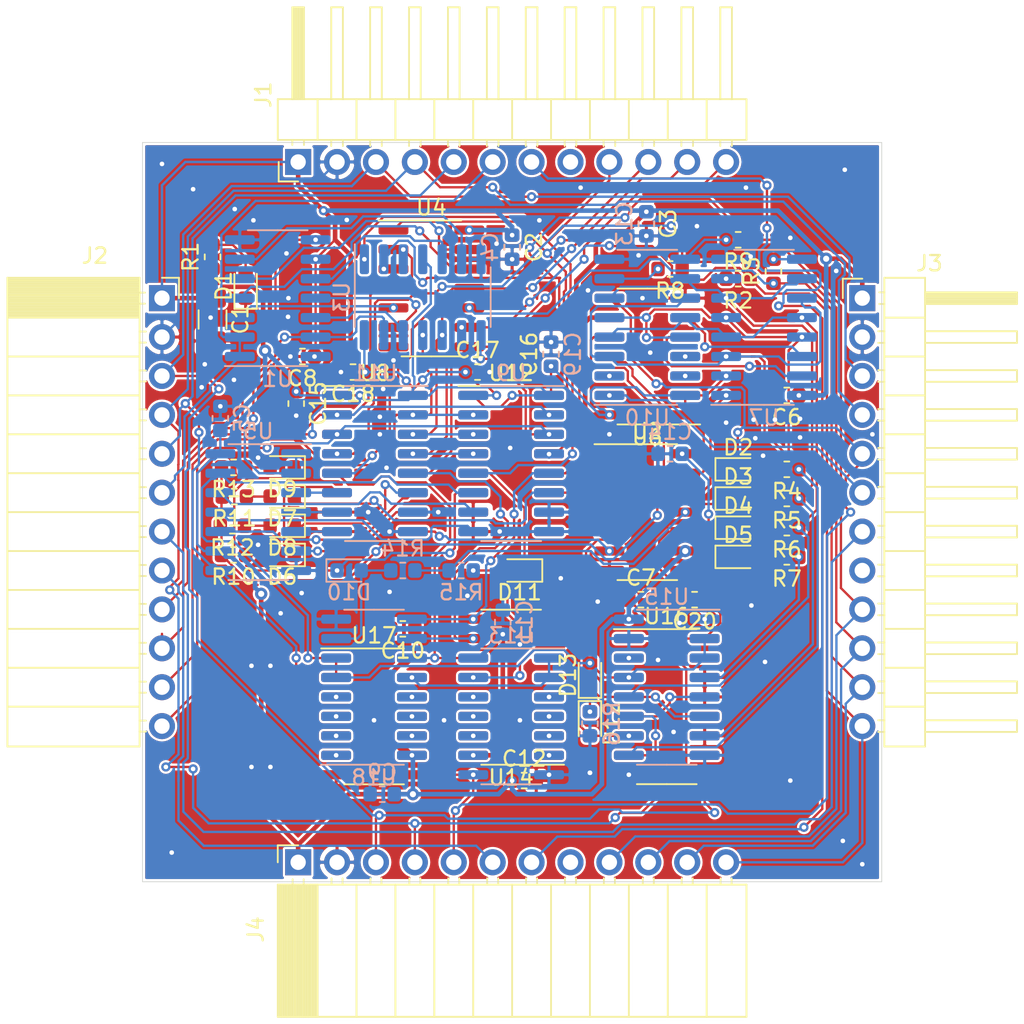
<source format=kicad_pcb>
(kicad_pcb (version 20171130) (host pcbnew 5.1.2)

  (general
    (thickness 1.6)
    (drawings 4)
    (tracks 1476)
    (zones 0)
    (modules 71)
    (nets 111)
  )

  (page A4)
  (layers
    (0 F.Cu signal)
    (31 B.Cu signal)
    (32 B.Adhes user)
    (33 F.Adhes user)
    (34 B.Paste user)
    (35 F.Paste user)
    (36 B.SilkS user)
    (37 F.SilkS user)
    (38 B.Mask user)
    (39 F.Mask user)
    (40 Dwgs.User user)
    (41 Cmts.User user)
    (42 Eco1.User user)
    (43 Eco2.User user)
    (44 Edge.Cuts user)
    (45 Margin user)
    (46 B.CrtYd user)
    (47 F.CrtYd user)
    (48 B.Fab user hide)
    (49 F.Fab user)
  )

  (setup
    (last_trace_width 0.1524)
    (user_trace_width 0.3)
    (trace_clearance 0.1524)
    (zone_clearance 0.1524)
    (zone_45_only no)
    (trace_min 0.1524)
    (via_size 0.6)
    (via_drill 0.3)
    (via_min_size 0.4)
    (via_min_drill 0.3)
    (user_via 0.8 0.4)
    (uvia_size 0.3)
    (uvia_drill 0.1)
    (uvias_allowed no)
    (uvia_min_size 0.2)
    (uvia_min_drill 0.1)
    (edge_width 0.05)
    (segment_width 0.2)
    (pcb_text_width 0.3)
    (pcb_text_size 1.5 1.5)
    (mod_edge_width 0.12)
    (mod_text_size 1 1)
    (mod_text_width 0.15)
    (pad_size 1.524 1.524)
    (pad_drill 0.762)
    (pad_to_mask_clearance 0.051)
    (solder_mask_min_width 0.25)
    (aux_axis_origin 0 0)
    (visible_elements FFFFEF7F)
    (pcbplotparams
      (layerselection 0x010fc_ffffffff)
      (usegerberextensions false)
      (usegerberattributes false)
      (usegerberadvancedattributes false)
      (creategerberjobfile false)
      (excludeedgelayer true)
      (linewidth 0.100000)
      (plotframeref false)
      (viasonmask false)
      (mode 1)
      (useauxorigin false)
      (hpglpennumber 1)
      (hpglpenspeed 20)
      (hpglpendiameter 15.000000)
      (psnegative false)
      (psa4output false)
      (plotreference true)
      (plotvalue true)
      (plotinvisibletext false)
      (padsonsilk false)
      (subtractmaskfromsilk false)
      (outputformat 1)
      (mirror false)
      (drillshape 1)
      (scaleselection 1)
      (outputdirectory ""))
  )

  (net 0 "")
  (net 1 GND)
  (net 2 VCC)
  (net 3 "Net-(D1-Pad2)")
  (net 4 /LogicBlock/cfg29)
  (net 5 "Net-(D2-Pad2)")
  (net 6 "Net-(D3-Pad2)")
  (net 7 "Net-(D4-Pad2)")
  (net 8 "Net-(D5-Pad2)")
  (net 9 "Net-(D6-Pad1)")
  (net 10 "Net-(D6-Pad2)")
  (net 11 "Net-(D7-Pad1)")
  (net 12 "Net-(D7-Pad2)")
  (net 13 "Net-(D8-Pad2)")
  (net 14 /LogicBlock/LUTD/lut_in3_n)
  (net 15 /LogicBlock/LUTD/lut_b_en_n)
  (net 16 /LogicBlock/LUTD/lut_a_en_n)
  (net 17 /LogicBlock/LUTD/async_a)
  (net 18 /LogicBlock/LUTD/async_c)
  (net 19 /LogicBlock/LUTD/async_b)
  (net 20 /fabric_t3)
  (net 21 /fabric_t2)
  (net 22 /fabric_t1)
  (net 23 /fabric_t0)
  (net 24 "Net-(J1-Pad8)")
  (net 25 "Net-(J1-Pad7)")
  (net 26 /LogicBlock/isp_mosi)
  (net 27 /LogicBlock/isp_sck)
  (net 28 /LogicBlock/rst_n)
  (net 29 /LogicBlock/clk)
  (net 30 /fabric_l0)
  (net 31 /fabric_l1)
  (net 32 /fabric_l2)
  (net 33 /fabric_l3)
  (net 34 /LogicBlock/isp_miso)
  (net 35 "Net-(J3-Pad8)")
  (net 36 /fabric_b2)
  (net 37 /fabric_b1)
  (net 38 /fabric_b0)
  (net 39 "Net-(J4-Pad8)")
  (net 40 "Net-(R2-Pad2)")
  (net 41 /LogicBlock/lut_out_a)
  (net 42 /LogicBlock/lut_out_c)
  (net 43 /LogicBlock/lut_out_b)
  (net 44 /LogicBlock/lut_out_b_async)
  (net 45 "Net-(R8-Pad2)")
  (net 46 /LogicBlock/cfg28)
  (net 47 /LogicBlock/cfg0)
  (net 48 /LogicBlock/cfg1)
  (net 49 /LogicBlock/cfg2)
  (net 50 /LogicBlock/cfg3)
  (net 51 /LogicBlock/cfg4)
  (net 52 /LogicBlock/cfg5)
  (net 53 /LogicBlock/cfg6)
  (net 54 /LogicBlock/cfg7)
  (net 55 /LogicBlock/cfg15)
  (net 56 /LogicBlock/cfg16)
  (net 57 /LogicBlock/cfg17)
  (net 58 /LogicBlock/cfg18)
  (net 59 /LogicBlock/cfg19)
  (net 60 /LogicBlock/cfg20)
  (net 61 /LogicBlock/cfg21)
  (net 62 /LogicBlock/cfg22)
  (net 63 /LogicBlock/cfg23)
  (net 64 /LogicBlock/cfg14)
  (net 65 /LogicBlock/cfg13)
  (net 66 /LogicBlock/cfg12)
  (net 67 /LogicBlock/cfg11)
  (net 68 /LogicBlock/cfg10)
  (net 69 /LogicBlock/cfg9)
  (net 70 /LogicBlock/cfg8)
  (net 71 /LogicBlock/cfg30)
  (net 72 /LogicBlock/cfg27)
  (net 73 /LogicBlock/cfg26)
  (net 74 /LogicBlock/cfg25)
  (net 75 /LogicBlock/cfg24)
  (net 76 /LogicBlock/lut_in0)
  (net 77 /LogicBlock/lut_in2)
  (net 78 /LogicBlock/lut_in1)
  (net 79 /LogicBlock/lut_in3)
  (net 80 "Net-(U13-Pad12)")
  (net 81 "Net-(U13-Pad11)")
  (net 82 "Net-(U13-Pad10)")
  (net 83 "Net-(U13-Pad6)")
  (net 84 "Net-(U13-Pad5)")
  (net 85 "Net-(U13-Pad4)")
  (net 86 "Net-(U13-Pad3)")
  (net 87 "Net-(U14-Pad6)")
  (net 88 /LogicBlock/LUTD/sync_a)
  (net 89 /LogicBlock/LUTD/sync_c)
  (net 90 /LogicBlock/LUTD/sync_b)
  (net 91 "Net-(U16-Pad15)")
  (net 92 "Net-(U16-Pad12)")
  (net 93 "Net-(U16-Pad10)")
  (net 94 "Net-(U17-Pad3)")
  (net 95 "Net-(U17-Pad4)")
  (net 96 "Net-(U17-Pad5)")
  (net 97 "Net-(U17-Pad6)")
  (net 98 "Net-(U17-Pad10)")
  (net 99 "Net-(U17-Pad11)")
  (net 100 "Net-(U17-Pad12)")
  (net 101 "Net-(U18-Pad6)")
  (net 102 "Net-(D8-Pad1)")
  (net 103 "Net-(D9-Pad2)")
  (net 104 "Net-(R3-Pad2)")
  (net 105 "Net-(R9-Pad2)")
  (net 106 /fabric_b3)
  (net 107 "Net-(U13-Pad1)")
  (net 108 /LogicBlock/cfgLO)
  (net 109 /miso)
  (net 110 /mosi_d)

  (net_class Default "This is the default net class."
    (clearance 0.1524)
    (trace_width 0.1524)
    (via_dia 0.6)
    (via_drill 0.3)
    (uvia_dia 0.3)
    (uvia_drill 0.1)
    (add_net /LogicBlock/LUTD/async_a)
    (add_net /LogicBlock/LUTD/async_b)
    (add_net /LogicBlock/LUTD/async_c)
    (add_net /LogicBlock/LUTD/lut_a_en_n)
    (add_net /LogicBlock/LUTD/lut_b_en_n)
    (add_net /LogicBlock/LUTD/lut_in3_n)
    (add_net /LogicBlock/LUTD/sync_a)
    (add_net /LogicBlock/LUTD/sync_b)
    (add_net /LogicBlock/LUTD/sync_c)
    (add_net /LogicBlock/cfg0)
    (add_net /LogicBlock/cfg1)
    (add_net /LogicBlock/cfg10)
    (add_net /LogicBlock/cfg11)
    (add_net /LogicBlock/cfg12)
    (add_net /LogicBlock/cfg13)
    (add_net /LogicBlock/cfg14)
    (add_net /LogicBlock/cfg15)
    (add_net /LogicBlock/cfg16)
    (add_net /LogicBlock/cfg17)
    (add_net /LogicBlock/cfg18)
    (add_net /LogicBlock/cfg19)
    (add_net /LogicBlock/cfg2)
    (add_net /LogicBlock/cfg20)
    (add_net /LogicBlock/cfg21)
    (add_net /LogicBlock/cfg22)
    (add_net /LogicBlock/cfg23)
    (add_net /LogicBlock/cfg24)
    (add_net /LogicBlock/cfg25)
    (add_net /LogicBlock/cfg26)
    (add_net /LogicBlock/cfg27)
    (add_net /LogicBlock/cfg28)
    (add_net /LogicBlock/cfg29)
    (add_net /LogicBlock/cfg3)
    (add_net /LogicBlock/cfg30)
    (add_net /LogicBlock/cfg4)
    (add_net /LogicBlock/cfg5)
    (add_net /LogicBlock/cfg6)
    (add_net /LogicBlock/cfg7)
    (add_net /LogicBlock/cfg8)
    (add_net /LogicBlock/cfg9)
    (add_net /LogicBlock/cfgLO)
    (add_net /LogicBlock/clk)
    (add_net /LogicBlock/isp_miso)
    (add_net /LogicBlock/isp_mosi)
    (add_net /LogicBlock/isp_sck)
    (add_net /LogicBlock/lut_in0)
    (add_net /LogicBlock/lut_in1)
    (add_net /LogicBlock/lut_in2)
    (add_net /LogicBlock/lut_in3)
    (add_net /LogicBlock/lut_out_a)
    (add_net /LogicBlock/lut_out_b)
    (add_net /LogicBlock/lut_out_b_async)
    (add_net /LogicBlock/lut_out_c)
    (add_net /LogicBlock/rst_n)
    (add_net /fabric_b0)
    (add_net /fabric_b1)
    (add_net /fabric_b2)
    (add_net /fabric_b3)
    (add_net /fabric_l0)
    (add_net /fabric_l1)
    (add_net /fabric_l2)
    (add_net /fabric_l3)
    (add_net /fabric_t0)
    (add_net /fabric_t1)
    (add_net /fabric_t2)
    (add_net /fabric_t3)
    (add_net /miso)
    (add_net /mosi_d)
    (add_net GND)
    (add_net "Net-(D1-Pad2)")
    (add_net "Net-(D2-Pad2)")
    (add_net "Net-(D3-Pad2)")
    (add_net "Net-(D4-Pad2)")
    (add_net "Net-(D5-Pad2)")
    (add_net "Net-(D6-Pad1)")
    (add_net "Net-(D6-Pad2)")
    (add_net "Net-(D7-Pad1)")
    (add_net "Net-(D7-Pad2)")
    (add_net "Net-(D8-Pad1)")
    (add_net "Net-(D8-Pad2)")
    (add_net "Net-(D9-Pad2)")
    (add_net "Net-(J1-Pad7)")
    (add_net "Net-(J1-Pad8)")
    (add_net "Net-(J3-Pad8)")
    (add_net "Net-(J4-Pad8)")
    (add_net "Net-(R2-Pad2)")
    (add_net "Net-(R3-Pad2)")
    (add_net "Net-(R8-Pad2)")
    (add_net "Net-(R9-Pad2)")
    (add_net "Net-(U13-Pad1)")
    (add_net "Net-(U13-Pad10)")
    (add_net "Net-(U13-Pad11)")
    (add_net "Net-(U13-Pad12)")
    (add_net "Net-(U13-Pad3)")
    (add_net "Net-(U13-Pad4)")
    (add_net "Net-(U13-Pad5)")
    (add_net "Net-(U13-Pad6)")
    (add_net "Net-(U14-Pad6)")
    (add_net "Net-(U16-Pad10)")
    (add_net "Net-(U16-Pad12)")
    (add_net "Net-(U16-Pad15)")
    (add_net "Net-(U17-Pad10)")
    (add_net "Net-(U17-Pad11)")
    (add_net "Net-(U17-Pad12)")
    (add_net "Net-(U17-Pad3)")
    (add_net "Net-(U17-Pad4)")
    (add_net "Net-(U17-Pad5)")
    (add_net "Net-(U17-Pad6)")
    (add_net "Net-(U18-Pad6)")
    (add_net VCC)
  )

  (module Connector_PinHeader_2.54mm:PinHeader_1x12_P2.54mm_Horizontal (layer F.Cu) (tedit 59FED5CB) (tstamp 5CF2C65C)
    (at 255.27 53.34)
    (descr "Through hole angled pin header, 1x12, 2.54mm pitch, 6mm pin length, single row")
    (tags "Through hole angled pin header THT 1x12 2.54mm single row")
    (path /5CF23FEF)
    (fp_text reference J3 (at 4.385 -2.27) (layer F.SilkS)
      (effects (font (size 1 1) (thickness 0.15)))
    )
    (fp_text value Right (at 4.385 30.21) (layer F.Fab)
      (effects (font (size 1 1) (thickness 0.15)))
    )
    (fp_line (start 2.135 -1.27) (end 4.04 -1.27) (layer F.Fab) (width 0.1))
    (fp_line (start 4.04 -1.27) (end 4.04 29.21) (layer F.Fab) (width 0.1))
    (fp_line (start 4.04 29.21) (end 1.5 29.21) (layer F.Fab) (width 0.1))
    (fp_line (start 1.5 29.21) (end 1.5 -0.635) (layer F.Fab) (width 0.1))
    (fp_line (start 1.5 -0.635) (end 2.135 -1.27) (layer F.Fab) (width 0.1))
    (fp_line (start -0.32 -0.32) (end 1.5 -0.32) (layer F.Fab) (width 0.1))
    (fp_line (start -0.32 -0.32) (end -0.32 0.32) (layer F.Fab) (width 0.1))
    (fp_line (start -0.32 0.32) (end 1.5 0.32) (layer F.Fab) (width 0.1))
    (fp_line (start 4.04 -0.32) (end 10.04 -0.32) (layer F.Fab) (width 0.1))
    (fp_line (start 10.04 -0.32) (end 10.04 0.32) (layer F.Fab) (width 0.1))
    (fp_line (start 4.04 0.32) (end 10.04 0.32) (layer F.Fab) (width 0.1))
    (fp_line (start -0.32 2.22) (end 1.5 2.22) (layer F.Fab) (width 0.1))
    (fp_line (start -0.32 2.22) (end -0.32 2.86) (layer F.Fab) (width 0.1))
    (fp_line (start -0.32 2.86) (end 1.5 2.86) (layer F.Fab) (width 0.1))
    (fp_line (start 4.04 2.22) (end 10.04 2.22) (layer F.Fab) (width 0.1))
    (fp_line (start 10.04 2.22) (end 10.04 2.86) (layer F.Fab) (width 0.1))
    (fp_line (start 4.04 2.86) (end 10.04 2.86) (layer F.Fab) (width 0.1))
    (fp_line (start -0.32 4.76) (end 1.5 4.76) (layer F.Fab) (width 0.1))
    (fp_line (start -0.32 4.76) (end -0.32 5.4) (layer F.Fab) (width 0.1))
    (fp_line (start -0.32 5.4) (end 1.5 5.4) (layer F.Fab) (width 0.1))
    (fp_line (start 4.04 4.76) (end 10.04 4.76) (layer F.Fab) (width 0.1))
    (fp_line (start 10.04 4.76) (end 10.04 5.4) (layer F.Fab) (width 0.1))
    (fp_line (start 4.04 5.4) (end 10.04 5.4) (layer F.Fab) (width 0.1))
    (fp_line (start -0.32 7.3) (end 1.5 7.3) (layer F.Fab) (width 0.1))
    (fp_line (start -0.32 7.3) (end -0.32 7.94) (layer F.Fab) (width 0.1))
    (fp_line (start -0.32 7.94) (end 1.5 7.94) (layer F.Fab) (width 0.1))
    (fp_line (start 4.04 7.3) (end 10.04 7.3) (layer F.Fab) (width 0.1))
    (fp_line (start 10.04 7.3) (end 10.04 7.94) (layer F.Fab) (width 0.1))
    (fp_line (start 4.04 7.94) (end 10.04 7.94) (layer F.Fab) (width 0.1))
    (fp_line (start -0.32 9.84) (end 1.5 9.84) (layer F.Fab) (width 0.1))
    (fp_line (start -0.32 9.84) (end -0.32 10.48) (layer F.Fab) (width 0.1))
    (fp_line (start -0.32 10.48) (end 1.5 10.48) (layer F.Fab) (width 0.1))
    (fp_line (start 4.04 9.84) (end 10.04 9.84) (layer F.Fab) (width 0.1))
    (fp_line (start 10.04 9.84) (end 10.04 10.48) (layer F.Fab) (width 0.1))
    (fp_line (start 4.04 10.48) (end 10.04 10.48) (layer F.Fab) (width 0.1))
    (fp_line (start -0.32 12.38) (end 1.5 12.38) (layer F.Fab) (width 0.1))
    (fp_line (start -0.32 12.38) (end -0.32 13.02) (layer F.Fab) (width 0.1))
    (fp_line (start -0.32 13.02) (end 1.5 13.02) (layer F.Fab) (width 0.1))
    (fp_line (start 4.04 12.38) (end 10.04 12.38) (layer F.Fab) (width 0.1))
    (fp_line (start 10.04 12.38) (end 10.04 13.02) (layer F.Fab) (width 0.1))
    (fp_line (start 4.04 13.02) (end 10.04 13.02) (layer F.Fab) (width 0.1))
    (fp_line (start -0.32 14.92) (end 1.5 14.92) (layer F.Fab) (width 0.1))
    (fp_line (start -0.32 14.92) (end -0.32 15.56) (layer F.Fab) (width 0.1))
    (fp_line (start -0.32 15.56) (end 1.5 15.56) (layer F.Fab) (width 0.1))
    (fp_line (start 4.04 14.92) (end 10.04 14.92) (layer F.Fab) (width 0.1))
    (fp_line (start 10.04 14.92) (end 10.04 15.56) (layer F.Fab) (width 0.1))
    (fp_line (start 4.04 15.56) (end 10.04 15.56) (layer F.Fab) (width 0.1))
    (fp_line (start -0.32 17.46) (end 1.5 17.46) (layer F.Fab) (width 0.1))
    (fp_line (start -0.32 17.46) (end -0.32 18.1) (layer F.Fab) (width 0.1))
    (fp_line (start -0.32 18.1) (end 1.5 18.1) (layer F.Fab) (width 0.1))
    (fp_line (start 4.04 17.46) (end 10.04 17.46) (layer F.Fab) (width 0.1))
    (fp_line (start 10.04 17.46) (end 10.04 18.1) (layer F.Fab) (width 0.1))
    (fp_line (start 4.04 18.1) (end 10.04 18.1) (layer F.Fab) (width 0.1))
    (fp_line (start -0.32 20) (end 1.5 20) (layer F.Fab) (width 0.1))
    (fp_line (start -0.32 20) (end -0.32 20.64) (layer F.Fab) (width 0.1))
    (fp_line (start -0.32 20.64) (end 1.5 20.64) (layer F.Fab) (width 0.1))
    (fp_line (start 4.04 20) (end 10.04 20) (layer F.Fab) (width 0.1))
    (fp_line (start 10.04 20) (end 10.04 20.64) (layer F.Fab) (width 0.1))
    (fp_line (start 4.04 20.64) (end 10.04 20.64) (layer F.Fab) (width 0.1))
    (fp_line (start -0.32 22.54) (end 1.5 22.54) (layer F.Fab) (width 0.1))
    (fp_line (start -0.32 22.54) (end -0.32 23.18) (layer F.Fab) (width 0.1))
    (fp_line (start -0.32 23.18) (end 1.5 23.18) (layer F.Fab) (width 0.1))
    (fp_line (start 4.04 22.54) (end 10.04 22.54) (layer F.Fab) (width 0.1))
    (fp_line (start 10.04 22.54) (end 10.04 23.18) (layer F.Fab) (width 0.1))
    (fp_line (start 4.04 23.18) (end 10.04 23.18) (layer F.Fab) (width 0.1))
    (fp_line (start -0.32 25.08) (end 1.5 25.08) (layer F.Fab) (width 0.1))
    (fp_line (start -0.32 25.08) (end -0.32 25.72) (layer F.Fab) (width 0.1))
    (fp_line (start -0.32 25.72) (end 1.5 25.72) (layer F.Fab) (width 0.1))
    (fp_line (start 4.04 25.08) (end 10.04 25.08) (layer F.Fab) (width 0.1))
    (fp_line (start 10.04 25.08) (end 10.04 25.72) (layer F.Fab) (width 0.1))
    (fp_line (start 4.04 25.72) (end 10.04 25.72) (layer F.Fab) (width 0.1))
    (fp_line (start -0.32 27.62) (end 1.5 27.62) (layer F.Fab) (width 0.1))
    (fp_line (start -0.32 27.62) (end -0.32 28.26) (layer F.Fab) (width 0.1))
    (fp_line (start -0.32 28.26) (end 1.5 28.26) (layer F.Fab) (width 0.1))
    (fp_line (start 4.04 27.62) (end 10.04 27.62) (layer F.Fab) (width 0.1))
    (fp_line (start 10.04 27.62) (end 10.04 28.26) (layer F.Fab) (width 0.1))
    (fp_line (start 4.04 28.26) (end 10.04 28.26) (layer F.Fab) (width 0.1))
    (fp_line (start 1.44 -1.33) (end 1.44 29.27) (layer F.SilkS) (width 0.12))
    (fp_line (start 1.44 29.27) (end 4.1 29.27) (layer F.SilkS) (width 0.12))
    (fp_line (start 4.1 29.27) (end 4.1 -1.33) (layer F.SilkS) (width 0.12))
    (fp_line (start 4.1 -1.33) (end 1.44 -1.33) (layer F.SilkS) (width 0.12))
    (fp_line (start 4.1 -0.38) (end 10.1 -0.38) (layer F.SilkS) (width 0.12))
    (fp_line (start 10.1 -0.38) (end 10.1 0.38) (layer F.SilkS) (width 0.12))
    (fp_line (start 10.1 0.38) (end 4.1 0.38) (layer F.SilkS) (width 0.12))
    (fp_line (start 4.1 -0.32) (end 10.1 -0.32) (layer F.SilkS) (width 0.12))
    (fp_line (start 4.1 -0.2) (end 10.1 -0.2) (layer F.SilkS) (width 0.12))
    (fp_line (start 4.1 -0.08) (end 10.1 -0.08) (layer F.SilkS) (width 0.12))
    (fp_line (start 4.1 0.04) (end 10.1 0.04) (layer F.SilkS) (width 0.12))
    (fp_line (start 4.1 0.16) (end 10.1 0.16) (layer F.SilkS) (width 0.12))
    (fp_line (start 4.1 0.28) (end 10.1 0.28) (layer F.SilkS) (width 0.12))
    (fp_line (start 1.11 -0.38) (end 1.44 -0.38) (layer F.SilkS) (width 0.12))
    (fp_line (start 1.11 0.38) (end 1.44 0.38) (layer F.SilkS) (width 0.12))
    (fp_line (start 1.44 1.27) (end 4.1 1.27) (layer F.SilkS) (width 0.12))
    (fp_line (start 4.1 2.16) (end 10.1 2.16) (layer F.SilkS) (width 0.12))
    (fp_line (start 10.1 2.16) (end 10.1 2.92) (layer F.SilkS) (width 0.12))
    (fp_line (start 10.1 2.92) (end 4.1 2.92) (layer F.SilkS) (width 0.12))
    (fp_line (start 1.042929 2.16) (end 1.44 2.16) (layer F.SilkS) (width 0.12))
    (fp_line (start 1.042929 2.92) (end 1.44 2.92) (layer F.SilkS) (width 0.12))
    (fp_line (start 1.44 3.81) (end 4.1 3.81) (layer F.SilkS) (width 0.12))
    (fp_line (start 4.1 4.7) (end 10.1 4.7) (layer F.SilkS) (width 0.12))
    (fp_line (start 10.1 4.7) (end 10.1 5.46) (layer F.SilkS) (width 0.12))
    (fp_line (start 10.1 5.46) (end 4.1 5.46) (layer F.SilkS) (width 0.12))
    (fp_line (start 1.042929 4.7) (end 1.44 4.7) (layer F.SilkS) (width 0.12))
    (fp_line (start 1.042929 5.46) (end 1.44 5.46) (layer F.SilkS) (width 0.12))
    (fp_line (start 1.44 6.35) (end 4.1 6.35) (layer F.SilkS) (width 0.12))
    (fp_line (start 4.1 7.24) (end 10.1 7.24) (layer F.SilkS) (width 0.12))
    (fp_line (start 10.1 7.24) (end 10.1 8) (layer F.SilkS) (width 0.12))
    (fp_line (start 10.1 8) (end 4.1 8) (layer F.SilkS) (width 0.12))
    (fp_line (start 1.042929 7.24) (end 1.44 7.24) (layer F.SilkS) (width 0.12))
    (fp_line (start 1.042929 8) (end 1.44 8) (layer F.SilkS) (width 0.12))
    (fp_line (start 1.44 8.89) (end 4.1 8.89) (layer F.SilkS) (width 0.12))
    (fp_line (start 4.1 9.78) (end 10.1 9.78) (layer F.SilkS) (width 0.12))
    (fp_line (start 10.1 9.78) (end 10.1 10.54) (layer F.SilkS) (width 0.12))
    (fp_line (start 10.1 10.54) (end 4.1 10.54) (layer F.SilkS) (width 0.12))
    (fp_line (start 1.042929 9.78) (end 1.44 9.78) (layer F.SilkS) (width 0.12))
    (fp_line (start 1.042929 10.54) (end 1.44 10.54) (layer F.SilkS) (width 0.12))
    (fp_line (start 1.44 11.43) (end 4.1 11.43) (layer F.SilkS) (width 0.12))
    (fp_line (start 4.1 12.32) (end 10.1 12.32) (layer F.SilkS) (width 0.12))
    (fp_line (start 10.1 12.32) (end 10.1 13.08) (layer F.SilkS) (width 0.12))
    (fp_line (start 10.1 13.08) (end 4.1 13.08) (layer F.SilkS) (width 0.12))
    (fp_line (start 1.042929 12.32) (end 1.44 12.32) (layer F.SilkS) (width 0.12))
    (fp_line (start 1.042929 13.08) (end 1.44 13.08) (layer F.SilkS) (width 0.12))
    (fp_line (start 1.44 13.97) (end 4.1 13.97) (layer F.SilkS) (width 0.12))
    (fp_line (start 4.1 14.86) (end 10.1 14.86) (layer F.SilkS) (width 0.12))
    (fp_line (start 10.1 14.86) (end 10.1 15.62) (layer F.SilkS) (width 0.12))
    (fp_line (start 10.1 15.62) (end 4.1 15.62) (layer F.SilkS) (width 0.12))
    (fp_line (start 1.042929 14.86) (end 1.44 14.86) (layer F.SilkS) (width 0.12))
    (fp_line (start 1.042929 15.62) (end 1.44 15.62) (layer F.SilkS) (width 0.12))
    (fp_line (start 1.44 16.51) (end 4.1 16.51) (layer F.SilkS) (width 0.12))
    (fp_line (start 4.1 17.4) (end 10.1 17.4) (layer F.SilkS) (width 0.12))
    (fp_line (start 10.1 17.4) (end 10.1 18.16) (layer F.SilkS) (width 0.12))
    (fp_line (start 10.1 18.16) (end 4.1 18.16) (layer F.SilkS) (width 0.12))
    (fp_line (start 1.042929 17.4) (end 1.44 17.4) (layer F.SilkS) (width 0.12))
    (fp_line (start 1.042929 18.16) (end 1.44 18.16) (layer F.SilkS) (width 0.12))
    (fp_line (start 1.44 19.05) (end 4.1 19.05) (layer F.SilkS) (width 0.12))
    (fp_line (start 4.1 19.94) (end 10.1 19.94) (layer F.SilkS) (width 0.12))
    (fp_line (start 10.1 19.94) (end 10.1 20.7) (layer F.SilkS) (width 0.12))
    (fp_line (start 10.1 20.7) (end 4.1 20.7) (layer F.SilkS) (width 0.12))
    (fp_line (start 1.042929 19.94) (end 1.44 19.94) (layer F.SilkS) (width 0.12))
    (fp_line (start 1.042929 20.7) (end 1.44 20.7) (layer F.SilkS) (width 0.12))
    (fp_line (start 1.44 21.59) (end 4.1 21.59) (layer F.SilkS) (width 0.12))
    (fp_line (start 4.1 22.48) (end 10.1 22.48) (layer F.SilkS) (width 0.12))
    (fp_line (start 10.1 22.48) (end 10.1 23.24) (layer F.SilkS) (width 0.12))
    (fp_line (start 10.1 23.24) (end 4.1 23.24) (layer F.SilkS) (width 0.12))
    (fp_line (start 1.042929 22.48) (end 1.44 22.48) (layer F.SilkS) (width 0.12))
    (fp_line (start 1.042929 23.24) (end 1.44 23.24) (layer F.SilkS) (width 0.12))
    (fp_line (start 1.44 24.13) (end 4.1 24.13) (layer F.SilkS) (width 0.12))
    (fp_line (start 4.1 25.02) (end 10.1 25.02) (layer F.SilkS) (width 0.12))
    (fp_line (start 10.1 25.02) (end 10.1 25.78) (layer F.SilkS) (width 0.12))
    (fp_line (start 10.1 25.78) (end 4.1 25.78) (layer F.SilkS) (width 0.12))
    (fp_line (start 1.042929 25.02) (end 1.44 25.02) (layer F.SilkS) (width 0.12))
    (fp_line (start 1.042929 25.78) (end 1.44 25.78) (layer F.SilkS) (width 0.12))
    (fp_line (start 1.44 26.67) (end 4.1 26.67) (layer F.SilkS) (width 0.12))
    (fp_line (start 4.1 27.56) (end 10.1 27.56) (layer F.SilkS) (width 0.12))
    (fp_line (start 10.1 27.56) (end 10.1 28.32) (layer F.SilkS) (width 0.12))
    (fp_line (start 10.1 28.32) (end 4.1 28.32) (layer F.SilkS) (width 0.12))
    (fp_line (start 1.042929 27.56) (end 1.44 27.56) (layer F.SilkS) (width 0.12))
    (fp_line (start 1.042929 28.32) (end 1.44 28.32) (layer F.SilkS) (width 0.12))
    (fp_line (start -1.27 0) (end -1.27 -1.27) (layer F.SilkS) (width 0.12))
    (fp_line (start -1.27 -1.27) (end 0 -1.27) (layer F.SilkS) (width 0.12))
    (fp_line (start -1.8 -1.8) (end -1.8 29.75) (layer F.CrtYd) (width 0.05))
    (fp_line (start -1.8 29.75) (end 10.55 29.75) (layer F.CrtYd) (width 0.05))
    (fp_line (start 10.55 29.75) (end 10.55 -1.8) (layer F.CrtYd) (width 0.05))
    (fp_line (start 10.55 -1.8) (end -1.8 -1.8) (layer F.CrtYd) (width 0.05))
    (fp_text user %R (at 2.77 13.97 90) (layer F.Fab)
      (effects (font (size 1 1) (thickness 0.15)))
    )
    (pad 1 thru_hole rect (at 0 0) (size 1.7 1.7) (drill 1) (layers *.Cu *.Mask)
      (net 2 VCC))
    (pad 2 thru_hole oval (at 0 2.54) (size 1.7 1.7) (drill 1) (layers *.Cu *.Mask)
      (net 1 GND))
    (pad 3 thru_hole oval (at 0 5.08) (size 1.7 1.7) (drill 1) (layers *.Cu *.Mask)
      (net 29 /LogicBlock/clk))
    (pad 4 thru_hole oval (at 0 7.62) (size 1.7 1.7) (drill 1) (layers *.Cu *.Mask)
      (net 28 /LogicBlock/rst_n))
    (pad 5 thru_hole oval (at 0 10.16) (size 1.7 1.7) (drill 1) (layers *.Cu *.Mask)
      (net 27 /LogicBlock/isp_sck))
    (pad 6 thru_hole oval (at 0 12.7) (size 1.7 1.7) (drill 1) (layers *.Cu *.Mask)
      (net 34 /LogicBlock/isp_miso))
    (pad 7 thru_hole oval (at 0 15.24) (size 1.7 1.7) (drill 1) (layers *.Cu *.Mask)
      (net 109 /miso))
    (pad 8 thru_hole oval (at 0 17.78) (size 1.7 1.7) (drill 1) (layers *.Cu *.Mask)
      (net 35 "Net-(J3-Pad8)"))
    (pad 9 thru_hole oval (at 0 20.32) (size 1.7 1.7) (drill 1) (layers *.Cu *.Mask)
      (net 106 /fabric_b3))
    (pad 10 thru_hole oval (at 0 22.86) (size 1.7 1.7) (drill 1) (layers *.Cu *.Mask)
      (net 36 /fabric_b2))
    (pad 11 thru_hole oval (at 0 25.4) (size 1.7 1.7) (drill 1) (layers *.Cu *.Mask)
      (net 37 /fabric_b1))
    (pad 12 thru_hole oval (at 0 27.94) (size 1.7 1.7) (drill 1) (layers *.Cu *.Mask)
      (net 38 /fabric_b0))
    (model ${KISYS3DMOD}/Connector_PinHeader_2.54mm.3dshapes/PinHeader_1x12_P2.54mm_Horizontal.wrl
      (at (xyz 0 0 0))
      (scale (xyz 1 1 1))
      (rotate (xyz 0 0 0))
    )
  )

  (module Package_SO:SOIC-16_3.9x9.9mm_P1.27mm (layer F.Cu) (tedit 5C97300E) (tstamp 5CF7D198)
    (at 223.455 64.135)
    (descr "SOIC, 16 Pin (JEDEC MS-012AC, https://www.analog.com/media/en/package-pcb-resources/package/pkg_pdf/soic_narrow-r/r_16.pdf), generated with kicad-footprint-generator ipc_gullwing_generator.py")
    (tags "SOIC SO")
    (path /5D77FDBE/5DDDB233)
    (attr smd)
    (fp_text reference U8 (at 0 -5.9) (layer F.SilkS)
      (effects (font (size 1 1) (thickness 0.15)))
    )
    (fp_text value 74251 (at 0 5.9) (layer F.Fab)
      (effects (font (size 1 1) (thickness 0.15)))
    )
    (fp_line (start 0 5.06) (end 1.95 5.06) (layer F.SilkS) (width 0.12))
    (fp_line (start 0 5.06) (end -1.95 5.06) (layer F.SilkS) (width 0.12))
    (fp_line (start 0 -5.06) (end 1.95 -5.06) (layer F.SilkS) (width 0.12))
    (fp_line (start 0 -5.06) (end -3.45 -5.06) (layer F.SilkS) (width 0.12))
    (fp_line (start -0.975 -4.95) (end 1.95 -4.95) (layer F.Fab) (width 0.1))
    (fp_line (start 1.95 -4.95) (end 1.95 4.95) (layer F.Fab) (width 0.1))
    (fp_line (start 1.95 4.95) (end -1.95 4.95) (layer F.Fab) (width 0.1))
    (fp_line (start -1.95 4.95) (end -1.95 -3.975) (layer F.Fab) (width 0.1))
    (fp_line (start -1.95 -3.975) (end -0.975 -4.95) (layer F.Fab) (width 0.1))
    (fp_line (start -3.7 -5.2) (end -3.7 5.2) (layer F.CrtYd) (width 0.05))
    (fp_line (start -3.7 5.2) (end 3.7 5.2) (layer F.CrtYd) (width 0.05))
    (fp_line (start 3.7 5.2) (end 3.7 -5.2) (layer F.CrtYd) (width 0.05))
    (fp_line (start 3.7 -5.2) (end -3.7 -5.2) (layer F.CrtYd) (width 0.05))
    (fp_text user %R (at 0 0) (layer F.Fab)
      (effects (font (size 0.98 0.98) (thickness 0.15)))
    )
    (pad 1 smd roundrect (at -2.475 -4.445) (size 1.95 0.6) (layers F.Cu F.Paste F.Mask) (roundrect_rratio 0.25)
      (net 32 /fabric_l2))
    (pad 2 smd roundrect (at -2.475 -3.175) (size 1.95 0.6) (layers F.Cu F.Paste F.Mask) (roundrect_rratio 0.25)
      (net 33 /fabric_l3))
    (pad 3 smd roundrect (at -2.475 -1.905) (size 1.95 0.6) (layers F.Cu F.Paste F.Mask) (roundrect_rratio 0.25)
      (net 30 /fabric_l0))
    (pad 4 smd roundrect (at -2.475 -0.635) (size 1.95 0.6) (layers F.Cu F.Paste F.Mask) (roundrect_rratio 0.25)
      (net 36 /fabric_b2))
    (pad 5 smd roundrect (at -2.475 0.635) (size 1.95 0.6) (layers F.Cu F.Paste F.Mask) (roundrect_rratio 0.25)
      (net 76 /LogicBlock/lut_in0))
    (pad 6 smd roundrect (at -2.475 1.905) (size 1.95 0.6) (layers F.Cu F.Paste F.Mask) (roundrect_rratio 0.25)
      (net 9 "Net-(D6-Pad1)"))
    (pad 7 smd roundrect (at -2.475 3.175) (size 1.95 0.6) (layers F.Cu F.Paste F.Mask) (roundrect_rratio 0.25)
      (net 1 GND))
    (pad 8 smd roundrect (at -2.475 4.445) (size 1.95 0.6) (layers F.Cu F.Paste F.Mask) (roundrect_rratio 0.25)
      (net 1 GND))
    (pad 9 smd roundrect (at 2.475 4.445) (size 1.95 0.6) (layers F.Cu F.Paste F.Mask) (roundrect_rratio 0.25)
      (net 59 /LogicBlock/cfg19))
    (pad 10 smd roundrect (at 2.475 3.175) (size 1.95 0.6) (layers F.Cu F.Paste F.Mask) (roundrect_rratio 0.25)
      (net 67 /LogicBlock/cfg11))
    (pad 11 smd roundrect (at 2.475 1.905) (size 1.95 0.6) (layers F.Cu F.Paste F.Mask) (roundrect_rratio 0.25)
      (net 66 /LogicBlock/cfg12))
    (pad 12 smd roundrect (at 2.475 0.635) (size 1.95 0.6) (layers F.Cu F.Paste F.Mask) (roundrect_rratio 0.25)
      (net 23 /fabric_t0))
    (pad 13 smd roundrect (at 2.475 -0.635) (size 1.95 0.6) (layers F.Cu F.Paste F.Mask) (roundrect_rratio 0.25)
      (net 38 /fabric_b0))
    (pad 14 smd roundrect (at 2.475 -1.905) (size 1.95 0.6) (layers F.Cu F.Paste F.Mask) (roundrect_rratio 0.25)
      (net 37 /fabric_b1))
    (pad 15 smd roundrect (at 2.475 -3.175) (size 1.95 0.6) (layers F.Cu F.Paste F.Mask) (roundrect_rratio 0.25)
      (net 31 /fabric_l1))
    (pad 16 smd roundrect (at 2.475 -4.445) (size 1.95 0.6) (layers F.Cu F.Paste F.Mask) (roundrect_rratio 0.25)
      (net 2 VCC))
    (model ${KISYS3DMOD}/Package_SO.3dshapes/SOIC-16_3.9x9.9mm_P1.27mm.wrl
      (at (xyz 0 0 0))
      (scale (xyz 1 1 1))
      (rotate (xyz 0 0 0))
    )
  )

  (module Capacitor_SMD:C_0603_1608Metric (layer F.Cu) (tedit 5B301BBE) (tstamp 5CF2C299)
    (at 232.41 50.0125 270)
    (descr "Capacitor SMD 0603 (1608 Metric), square (rectangular) end terminal, IPC_7351 nominal, (Body size source: http://www.tortai-tech.com/upload/download/2011102023233369053.pdf), generated with kicad-footprint-generator")
    (tags capacitor)
    (path /5D77FDBE/5D1457D8)
    (attr smd)
    (fp_text reference C2 (at 0 -1.43 90) (layer F.SilkS)
      (effects (font (size 1 1) (thickness 0.15)))
    )
    (fp_text value 100n (at 0 1.43 90) (layer F.Fab)
      (effects (font (size 1 1) (thickness 0.15)))
    )
    (fp_text user %R (at 0 0 90) (layer F.Fab)
      (effects (font (size 0.4 0.4) (thickness 0.06)))
    )
    (fp_line (start 1.48 0.73) (end -1.48 0.73) (layer F.CrtYd) (width 0.05))
    (fp_line (start 1.48 -0.73) (end 1.48 0.73) (layer F.CrtYd) (width 0.05))
    (fp_line (start -1.48 -0.73) (end 1.48 -0.73) (layer F.CrtYd) (width 0.05))
    (fp_line (start -1.48 0.73) (end -1.48 -0.73) (layer F.CrtYd) (width 0.05))
    (fp_line (start -0.162779 0.51) (end 0.162779 0.51) (layer F.SilkS) (width 0.12))
    (fp_line (start -0.162779 -0.51) (end 0.162779 -0.51) (layer F.SilkS) (width 0.12))
    (fp_line (start 0.8 0.4) (end -0.8 0.4) (layer F.Fab) (width 0.1))
    (fp_line (start 0.8 -0.4) (end 0.8 0.4) (layer F.Fab) (width 0.1))
    (fp_line (start -0.8 -0.4) (end 0.8 -0.4) (layer F.Fab) (width 0.1))
    (fp_line (start -0.8 0.4) (end -0.8 -0.4) (layer F.Fab) (width 0.1))
    (pad 2 smd roundrect (at 0.7875 0 270) (size 0.875 0.95) (layers F.Cu F.Paste F.Mask) (roundrect_rratio 0.25)
      (net 1 GND))
    (pad 1 smd roundrect (at -0.7875 0 270) (size 0.875 0.95) (layers F.Cu F.Paste F.Mask) (roundrect_rratio 0.25)
      (net 2 VCC))
    (model ${KISYS3DMOD}/Capacitor_SMD.3dshapes/C_0603_1608Metric.wrl
      (at (xyz 0 0 0))
      (scale (xyz 1 1 1))
      (rotate (xyz 0 0 0))
    )
  )

  (module Capacitor_SMD:C_0603_1608Metric (layer F.Cu) (tedit 5B301BBE) (tstamp 5CF2C2AA)
    (at 241.173 48.4885 270)
    (descr "Capacitor SMD 0603 (1608 Metric), square (rectangular) end terminal, IPC_7351 nominal, (Body size source: http://www.tortai-tech.com/upload/download/2011102023233369053.pdf), generated with kicad-footprint-generator")
    (tags capacitor)
    (path /5D77FDBE/5D14873A)
    (attr smd)
    (fp_text reference C3 (at 0 -1.43 90) (layer F.SilkS)
      (effects (font (size 1 1) (thickness 0.15)))
    )
    (fp_text value 100n (at 0 1.43 90) (layer F.Fab)
      (effects (font (size 1 1) (thickness 0.15)))
    )
    (fp_text user %R (at 0 0 90) (layer F.Fab)
      (effects (font (size 0.4 0.4) (thickness 0.06)))
    )
    (fp_line (start 1.48 0.73) (end -1.48 0.73) (layer F.CrtYd) (width 0.05))
    (fp_line (start 1.48 -0.73) (end 1.48 0.73) (layer F.CrtYd) (width 0.05))
    (fp_line (start -1.48 -0.73) (end 1.48 -0.73) (layer F.CrtYd) (width 0.05))
    (fp_line (start -1.48 0.73) (end -1.48 -0.73) (layer F.CrtYd) (width 0.05))
    (fp_line (start -0.162779 0.51) (end 0.162779 0.51) (layer F.SilkS) (width 0.12))
    (fp_line (start -0.162779 -0.51) (end 0.162779 -0.51) (layer F.SilkS) (width 0.12))
    (fp_line (start 0.8 0.4) (end -0.8 0.4) (layer F.Fab) (width 0.1))
    (fp_line (start 0.8 -0.4) (end 0.8 0.4) (layer F.Fab) (width 0.1))
    (fp_line (start -0.8 -0.4) (end 0.8 -0.4) (layer F.Fab) (width 0.1))
    (fp_line (start -0.8 0.4) (end -0.8 -0.4) (layer F.Fab) (width 0.1))
    (pad 2 smd roundrect (at 0.7875 0 270) (size 0.875 0.95) (layers F.Cu F.Paste F.Mask) (roundrect_rratio 0.25)
      (net 1 GND))
    (pad 1 smd roundrect (at -0.7875 0 270) (size 0.875 0.95) (layers F.Cu F.Paste F.Mask) (roundrect_rratio 0.25)
      (net 2 VCC))
    (model ${KISYS3DMOD}/Capacitor_SMD.3dshapes/C_0603_1608Metric.wrl
      (at (xyz 0 0 0))
      (scale (xyz 1 1 1))
      (rotate (xyz 0 0 0))
    )
  )

  (module Capacitor_SMD:C_0603_1608Metric (layer B.Cu) (tedit 5B301BBE) (tstamp 5CF2C2BB)
    (at 232.41 50.0125 270)
    (descr "Capacitor SMD 0603 (1608 Metric), square (rectangular) end terminal, IPC_7351 nominal, (Body size source: http://www.tortai-tech.com/upload/download/2011102023233369053.pdf), generated with kicad-footprint-generator")
    (tags capacitor)
    (path /5D77FDBE/5D148C32)
    (attr smd)
    (fp_text reference C4 (at 0 1.43 90) (layer B.SilkS)
      (effects (font (size 1 1) (thickness 0.15)) (justify mirror))
    )
    (fp_text value 100n (at 0 -1.43 90) (layer B.Fab)
      (effects (font (size 1 1) (thickness 0.15)) (justify mirror))
    )
    (fp_line (start -0.8 -0.4) (end -0.8 0.4) (layer B.Fab) (width 0.1))
    (fp_line (start -0.8 0.4) (end 0.8 0.4) (layer B.Fab) (width 0.1))
    (fp_line (start 0.8 0.4) (end 0.8 -0.4) (layer B.Fab) (width 0.1))
    (fp_line (start 0.8 -0.4) (end -0.8 -0.4) (layer B.Fab) (width 0.1))
    (fp_line (start -0.162779 0.51) (end 0.162779 0.51) (layer B.SilkS) (width 0.12))
    (fp_line (start -0.162779 -0.51) (end 0.162779 -0.51) (layer B.SilkS) (width 0.12))
    (fp_line (start -1.48 -0.73) (end -1.48 0.73) (layer B.CrtYd) (width 0.05))
    (fp_line (start -1.48 0.73) (end 1.48 0.73) (layer B.CrtYd) (width 0.05))
    (fp_line (start 1.48 0.73) (end 1.48 -0.73) (layer B.CrtYd) (width 0.05))
    (fp_line (start 1.48 -0.73) (end -1.48 -0.73) (layer B.CrtYd) (width 0.05))
    (fp_text user %R (at 0 0 90) (layer B.Fab)
      (effects (font (size 0.4 0.4) (thickness 0.06)) (justify mirror))
    )
    (pad 1 smd roundrect (at -0.7875 0 270) (size 0.875 0.95) (layers B.Cu B.Paste B.Mask) (roundrect_rratio 0.25)
      (net 2 VCC))
    (pad 2 smd roundrect (at 0.7875 0 270) (size 0.875 0.95) (layers B.Cu B.Paste B.Mask) (roundrect_rratio 0.25)
      (net 1 GND))
    (model ${KISYS3DMOD}/Capacitor_SMD.3dshapes/C_0603_1608Metric.wrl
      (at (xyz 0 0 0))
      (scale (xyz 1 1 1))
      (rotate (xyz 0 0 0))
    )
  )

  (module Capacitor_SMD:C_0603_1608Metric (layer B.Cu) (tedit 5B301BBE) (tstamp 5CF2C2CC)
    (at 213.36 61.1885 90)
    (descr "Capacitor SMD 0603 (1608 Metric), square (rectangular) end terminal, IPC_7351 nominal, (Body size source: http://www.tortai-tech.com/upload/download/2011102023233369053.pdf), generated with kicad-footprint-generator")
    (tags capacitor)
    (path /5D77FDBE/5D1490B6)
    (attr smd)
    (fp_text reference C5 (at 0 1.43 270) (layer B.SilkS)
      (effects (font (size 1 1) (thickness 0.15)) (justify mirror))
    )
    (fp_text value 100n (at 0 -1.43 270) (layer B.Fab)
      (effects (font (size 1 1) (thickness 0.15)) (justify mirror))
    )
    (fp_text user %R (at 0 0 270) (layer B.Fab)
      (effects (font (size 0.4 0.4) (thickness 0.06)) (justify mirror))
    )
    (fp_line (start 1.48 -0.73) (end -1.48 -0.73) (layer B.CrtYd) (width 0.05))
    (fp_line (start 1.48 0.73) (end 1.48 -0.73) (layer B.CrtYd) (width 0.05))
    (fp_line (start -1.48 0.73) (end 1.48 0.73) (layer B.CrtYd) (width 0.05))
    (fp_line (start -1.48 -0.73) (end -1.48 0.73) (layer B.CrtYd) (width 0.05))
    (fp_line (start -0.162779 -0.51) (end 0.162779 -0.51) (layer B.SilkS) (width 0.12))
    (fp_line (start -0.162779 0.51) (end 0.162779 0.51) (layer B.SilkS) (width 0.12))
    (fp_line (start 0.8 -0.4) (end -0.8 -0.4) (layer B.Fab) (width 0.1))
    (fp_line (start 0.8 0.4) (end 0.8 -0.4) (layer B.Fab) (width 0.1))
    (fp_line (start -0.8 0.4) (end 0.8 0.4) (layer B.Fab) (width 0.1))
    (fp_line (start -0.8 -0.4) (end -0.8 0.4) (layer B.Fab) (width 0.1))
    (pad 2 smd roundrect (at 0.7875 0 90) (size 0.875 0.95) (layers B.Cu B.Paste B.Mask) (roundrect_rratio 0.25)
      (net 1 GND))
    (pad 1 smd roundrect (at -0.7875 0 90) (size 0.875 0.95) (layers B.Cu B.Paste B.Mask) (roundrect_rratio 0.25)
      (net 2 VCC))
    (model ${KISYS3DMOD}/Capacitor_SMD.3dshapes/C_0603_1608Metric.wrl
      (at (xyz 0 0 0))
      (scale (xyz 1 1 1))
      (rotate (xyz 0 0 0))
    )
  )

  (module Capacitor_SMD:C_0603_1608Metric (layer F.Cu) (tedit 5B301BBE) (tstamp 5CF2C2DD)
    (at 250.3425 59.69 180)
    (descr "Capacitor SMD 0603 (1608 Metric), square (rectangular) end terminal, IPC_7351 nominal, (Body size source: http://www.tortai-tech.com/upload/download/2011102023233369053.pdf), generated with kicad-footprint-generator")
    (tags capacitor)
    (path /5D77FDBE/5D25277D)
    (attr smd)
    (fp_text reference C6 (at 0 -1.43) (layer F.SilkS)
      (effects (font (size 1 1) (thickness 0.15)))
    )
    (fp_text value 100n (at 0 1.43) (layer F.Fab)
      (effects (font (size 1 1) (thickness 0.15)))
    )
    (fp_line (start -0.8 0.4) (end -0.8 -0.4) (layer F.Fab) (width 0.1))
    (fp_line (start -0.8 -0.4) (end 0.8 -0.4) (layer F.Fab) (width 0.1))
    (fp_line (start 0.8 -0.4) (end 0.8 0.4) (layer F.Fab) (width 0.1))
    (fp_line (start 0.8 0.4) (end -0.8 0.4) (layer F.Fab) (width 0.1))
    (fp_line (start -0.162779 -0.51) (end 0.162779 -0.51) (layer F.SilkS) (width 0.12))
    (fp_line (start -0.162779 0.51) (end 0.162779 0.51) (layer F.SilkS) (width 0.12))
    (fp_line (start -1.48 0.73) (end -1.48 -0.73) (layer F.CrtYd) (width 0.05))
    (fp_line (start -1.48 -0.73) (end 1.48 -0.73) (layer F.CrtYd) (width 0.05))
    (fp_line (start 1.48 -0.73) (end 1.48 0.73) (layer F.CrtYd) (width 0.05))
    (fp_line (start 1.48 0.73) (end -1.48 0.73) (layer F.CrtYd) (width 0.05))
    (fp_text user %R (at 0 0) (layer F.Fab)
      (effects (font (size 0.4 0.4) (thickness 0.06)))
    )
    (pad 1 smd roundrect (at -0.7875 0 180) (size 0.875 0.95) (layers F.Cu F.Paste F.Mask) (roundrect_rratio 0.25)
      (net 2 VCC))
    (pad 2 smd roundrect (at 0.7875 0 180) (size 0.875 0.95) (layers F.Cu F.Paste F.Mask) (roundrect_rratio 0.25)
      (net 1 GND))
    (model ${KISYS3DMOD}/Capacitor_SMD.3dshapes/C_0603_1608Metric.wrl
      (at (xyz 0 0 0))
      (scale (xyz 1 1 1))
      (rotate (xyz 0 0 0))
    )
  )

  (module Capacitor_SMD:C_0603_1608Metric (layer F.Cu) (tedit 5B301BBE) (tstamp 5CF2C2EE)
    (at 240.8175 73.025)
    (descr "Capacitor SMD 0603 (1608 Metric), square (rectangular) end terminal, IPC_7351 nominal, (Body size source: http://www.tortai-tech.com/upload/download/2011102023233369053.pdf), generated with kicad-footprint-generator")
    (tags capacitor)
    (path /5D77FDBE/5D252787)
    (attr smd)
    (fp_text reference C7 (at 0 -1.43) (layer F.SilkS)
      (effects (font (size 1 1) (thickness 0.15)))
    )
    (fp_text value 100n (at 0 1.43) (layer F.Fab)
      (effects (font (size 1 1) (thickness 0.15)))
    )
    (fp_text user %R (at 0 0) (layer F.Fab)
      (effects (font (size 0.4 0.4) (thickness 0.06)))
    )
    (fp_line (start 1.48 0.73) (end -1.48 0.73) (layer F.CrtYd) (width 0.05))
    (fp_line (start 1.48 -0.73) (end 1.48 0.73) (layer F.CrtYd) (width 0.05))
    (fp_line (start -1.48 -0.73) (end 1.48 -0.73) (layer F.CrtYd) (width 0.05))
    (fp_line (start -1.48 0.73) (end -1.48 -0.73) (layer F.CrtYd) (width 0.05))
    (fp_line (start -0.162779 0.51) (end 0.162779 0.51) (layer F.SilkS) (width 0.12))
    (fp_line (start -0.162779 -0.51) (end 0.162779 -0.51) (layer F.SilkS) (width 0.12))
    (fp_line (start 0.8 0.4) (end -0.8 0.4) (layer F.Fab) (width 0.1))
    (fp_line (start 0.8 -0.4) (end 0.8 0.4) (layer F.Fab) (width 0.1))
    (fp_line (start -0.8 -0.4) (end 0.8 -0.4) (layer F.Fab) (width 0.1))
    (fp_line (start -0.8 0.4) (end -0.8 -0.4) (layer F.Fab) (width 0.1))
    (pad 2 smd roundrect (at 0.7875 0) (size 0.875 0.95) (layers F.Cu F.Paste F.Mask) (roundrect_rratio 0.25)
      (net 1 GND))
    (pad 1 smd roundrect (at -0.7875 0) (size 0.875 0.95) (layers F.Cu F.Paste F.Mask) (roundrect_rratio 0.25)
      (net 2 VCC))
    (model ${KISYS3DMOD}/Capacitor_SMD.3dshapes/C_0603_1608Metric.wrl
      (at (xyz 0 0 0))
      (scale (xyz 1 1 1))
      (rotate (xyz 0 0 0))
    )
  )

  (module Capacitor_SMD:C_0603_1608Metric (layer F.Cu) (tedit 5B301BBE) (tstamp 5CF2C2FF)
    (at 218.7195 57.15 180)
    (descr "Capacitor SMD 0603 (1608 Metric), square (rectangular) end terminal, IPC_7351 nominal, (Body size source: http://www.tortai-tech.com/upload/download/2011102023233369053.pdf), generated with kicad-footprint-generator")
    (tags capacitor)
    (path /5D77FDBE/5D252791)
    (attr smd)
    (fp_text reference C8 (at 0 -1.43) (layer F.SilkS)
      (effects (font (size 1 1) (thickness 0.15)))
    )
    (fp_text value 100n (at 0 1.43) (layer F.Fab)
      (effects (font (size 1 1) (thickness 0.15)))
    )
    (fp_line (start -0.8 0.4) (end -0.8 -0.4) (layer F.Fab) (width 0.1))
    (fp_line (start -0.8 -0.4) (end 0.8 -0.4) (layer F.Fab) (width 0.1))
    (fp_line (start 0.8 -0.4) (end 0.8 0.4) (layer F.Fab) (width 0.1))
    (fp_line (start 0.8 0.4) (end -0.8 0.4) (layer F.Fab) (width 0.1))
    (fp_line (start -0.162779 -0.51) (end 0.162779 -0.51) (layer F.SilkS) (width 0.12))
    (fp_line (start -0.162779 0.51) (end 0.162779 0.51) (layer F.SilkS) (width 0.12))
    (fp_line (start -1.48 0.73) (end -1.48 -0.73) (layer F.CrtYd) (width 0.05))
    (fp_line (start -1.48 -0.73) (end 1.48 -0.73) (layer F.CrtYd) (width 0.05))
    (fp_line (start 1.48 -0.73) (end 1.48 0.73) (layer F.CrtYd) (width 0.05))
    (fp_line (start 1.48 0.73) (end -1.48 0.73) (layer F.CrtYd) (width 0.05))
    (fp_text user %R (at 0 0) (layer F.Fab)
      (effects (font (size 0.4 0.4) (thickness 0.06)))
    )
    (pad 1 smd roundrect (at -0.7875 0 180) (size 0.875 0.95) (layers F.Cu F.Paste F.Mask) (roundrect_rratio 0.25)
      (net 2 VCC))
    (pad 2 smd roundrect (at 0.7875 0 180) (size 0.875 0.95) (layers F.Cu F.Paste F.Mask) (roundrect_rratio 0.25)
      (net 1 GND))
    (model ${KISYS3DMOD}/Capacitor_SMD.3dshapes/C_0603_1608Metric.wrl
      (at (xyz 0 0 0))
      (scale (xyz 1 1 1))
      (rotate (xyz 0 0 0))
    )
  )

  (module Capacitor_SMD:C_0603_1608Metric (layer B.Cu) (tedit 5B301BBE) (tstamp 5CF2C310)
    (at 223.9265 85.725 180)
    (descr "Capacitor SMD 0603 (1608 Metric), square (rectangular) end terminal, IPC_7351 nominal, (Body size source: http://www.tortai-tech.com/upload/download/2011102023233369053.pdf), generated with kicad-footprint-generator")
    (tags capacitor)
    (path /5D77FDBE/5D25279B)
    (attr smd)
    (fp_text reference C9 (at 0 1.43) (layer B.SilkS)
      (effects (font (size 1 1) (thickness 0.15)) (justify mirror))
    )
    (fp_text value 100n (at 0 -1.43) (layer B.Fab)
      (effects (font (size 1 1) (thickness 0.15)) (justify mirror))
    )
    (fp_text user %R (at 0 0) (layer B.Fab)
      (effects (font (size 0.4 0.4) (thickness 0.06)) (justify mirror))
    )
    (fp_line (start 1.48 -0.73) (end -1.48 -0.73) (layer B.CrtYd) (width 0.05))
    (fp_line (start 1.48 0.73) (end 1.48 -0.73) (layer B.CrtYd) (width 0.05))
    (fp_line (start -1.48 0.73) (end 1.48 0.73) (layer B.CrtYd) (width 0.05))
    (fp_line (start -1.48 -0.73) (end -1.48 0.73) (layer B.CrtYd) (width 0.05))
    (fp_line (start -0.162779 -0.51) (end 0.162779 -0.51) (layer B.SilkS) (width 0.12))
    (fp_line (start -0.162779 0.51) (end 0.162779 0.51) (layer B.SilkS) (width 0.12))
    (fp_line (start 0.8 -0.4) (end -0.8 -0.4) (layer B.Fab) (width 0.1))
    (fp_line (start 0.8 0.4) (end 0.8 -0.4) (layer B.Fab) (width 0.1))
    (fp_line (start -0.8 0.4) (end 0.8 0.4) (layer B.Fab) (width 0.1))
    (fp_line (start -0.8 -0.4) (end -0.8 0.4) (layer B.Fab) (width 0.1))
    (pad 2 smd roundrect (at 0.7875 0 180) (size 0.875 0.95) (layers B.Cu B.Paste B.Mask) (roundrect_rratio 0.25)
      (net 1 GND))
    (pad 1 smd roundrect (at -0.7875 0 180) (size 0.875 0.95) (layers B.Cu B.Paste B.Mask) (roundrect_rratio 0.25)
      (net 2 VCC))
    (model ${KISYS3DMOD}/Capacitor_SMD.3dshapes/C_0603_1608Metric.wrl
      (at (xyz 0 0 0))
      (scale (xyz 1 1 1))
      (rotate (xyz 0 0 0))
    )
  )

  (module Capacitor_SMD:C_0603_1608Metric (layer F.Cu) (tedit 5B301BBE) (tstamp 5CF2C321)
    (at 225.2725 74.93 180)
    (descr "Capacitor SMD 0603 (1608 Metric), square (rectangular) end terminal, IPC_7351 nominal, (Body size source: http://www.tortai-tech.com/upload/download/2011102023233369053.pdf), generated with kicad-footprint-generator")
    (tags capacitor)
    (path /5D77FDBE/5D28B2CB)
    (attr smd)
    (fp_text reference C10 (at 0 -1.43) (layer F.SilkS)
      (effects (font (size 1 1) (thickness 0.15)))
    )
    (fp_text value 100n (at 0 1.43) (layer F.Fab)
      (effects (font (size 1 1) (thickness 0.15)))
    )
    (fp_line (start -0.8 0.4) (end -0.8 -0.4) (layer F.Fab) (width 0.1))
    (fp_line (start -0.8 -0.4) (end 0.8 -0.4) (layer F.Fab) (width 0.1))
    (fp_line (start 0.8 -0.4) (end 0.8 0.4) (layer F.Fab) (width 0.1))
    (fp_line (start 0.8 0.4) (end -0.8 0.4) (layer F.Fab) (width 0.1))
    (fp_line (start -0.162779 -0.51) (end 0.162779 -0.51) (layer F.SilkS) (width 0.12))
    (fp_line (start -0.162779 0.51) (end 0.162779 0.51) (layer F.SilkS) (width 0.12))
    (fp_line (start -1.48 0.73) (end -1.48 -0.73) (layer F.CrtYd) (width 0.05))
    (fp_line (start -1.48 -0.73) (end 1.48 -0.73) (layer F.CrtYd) (width 0.05))
    (fp_line (start 1.48 -0.73) (end 1.48 0.73) (layer F.CrtYd) (width 0.05))
    (fp_line (start 1.48 0.73) (end -1.48 0.73) (layer F.CrtYd) (width 0.05))
    (fp_text user %R (at 0 0) (layer F.Fab)
      (effects (font (size 0.4 0.4) (thickness 0.06)))
    )
    (pad 1 smd roundrect (at -0.7875 0 180) (size 0.875 0.95) (layers F.Cu F.Paste F.Mask) (roundrect_rratio 0.25)
      (net 2 VCC))
    (pad 2 smd roundrect (at 0.7875 0 180) (size 0.875 0.95) (layers F.Cu F.Paste F.Mask) (roundrect_rratio 0.25)
      (net 1 GND))
    (model ${KISYS3DMOD}/Capacitor_SMD.3dshapes/C_0603_1608Metric.wrl
      (at (xyz 0 0 0))
      (scale (xyz 1 1 1))
      (rotate (xyz 0 0 0))
    )
  )

  (module Capacitor_SMD:C_0603_1608Metric (layer B.Cu) (tedit 5B301BBE) (tstamp 5CF2C332)
    (at 231.8004 74.49556 90)
    (descr "Capacitor SMD 0603 (1608 Metric), square (rectangular) end terminal, IPC_7351 nominal, (Body size source: http://www.tortai-tech.com/upload/download/2011102023233369053.pdf), generated with kicad-footprint-generator")
    (tags capacitor)
    (path /5D77FDBE/5D28B2D5)
    (attr smd)
    (fp_text reference C11 (at 0 1.43 270) (layer B.SilkS)
      (effects (font (size 1 1) (thickness 0.15)) (justify mirror))
    )
    (fp_text value 100n (at 0 -1.43 270) (layer B.Fab)
      (effects (font (size 1 1) (thickness 0.15)) (justify mirror))
    )
    (fp_text user %R (at 0 0 270) (layer B.Fab)
      (effects (font (size 0.4 0.4) (thickness 0.06)) (justify mirror))
    )
    (fp_line (start 1.48 -0.73) (end -1.48 -0.73) (layer B.CrtYd) (width 0.05))
    (fp_line (start 1.48 0.73) (end 1.48 -0.73) (layer B.CrtYd) (width 0.05))
    (fp_line (start -1.48 0.73) (end 1.48 0.73) (layer B.CrtYd) (width 0.05))
    (fp_line (start -1.48 -0.73) (end -1.48 0.73) (layer B.CrtYd) (width 0.05))
    (fp_line (start -0.162779 -0.51) (end 0.162779 -0.51) (layer B.SilkS) (width 0.12))
    (fp_line (start -0.162779 0.51) (end 0.162779 0.51) (layer B.SilkS) (width 0.12))
    (fp_line (start 0.8 -0.4) (end -0.8 -0.4) (layer B.Fab) (width 0.1))
    (fp_line (start 0.8 0.4) (end 0.8 -0.4) (layer B.Fab) (width 0.1))
    (fp_line (start -0.8 0.4) (end 0.8 0.4) (layer B.Fab) (width 0.1))
    (fp_line (start -0.8 -0.4) (end -0.8 0.4) (layer B.Fab) (width 0.1))
    (pad 2 smd roundrect (at 0.7875 0 90) (size 0.875 0.95) (layers B.Cu B.Paste B.Mask) (roundrect_rratio 0.25)
      (net 1 GND))
    (pad 1 smd roundrect (at -0.7875 0 90) (size 0.875 0.95) (layers B.Cu B.Paste B.Mask) (roundrect_rratio 0.25)
      (net 2 VCC))
    (model ${KISYS3DMOD}/Capacitor_SMD.3dshapes/C_0603_1608Metric.wrl
      (at (xyz 0 0 0))
      (scale (xyz 1 1 1))
      (rotate (xyz 0 0 0))
    )
  )

  (module Capacitor_SMD:C_0603_1608Metric (layer F.Cu) (tedit 5B301BBE) (tstamp 5D013CB1)
    (at 233.1975 84.836)
    (descr "Capacitor SMD 0603 (1608 Metric), square (rectangular) end terminal, IPC_7351 nominal, (Body size source: http://www.tortai-tech.com/upload/download/2011102023233369053.pdf), generated with kicad-footprint-generator")
    (tags capacitor)
    (path /5D77FDBE/5E74B4E0)
    (attr smd)
    (fp_text reference C12 (at 0 -1.43) (layer F.SilkS)
      (effects (font (size 1 1) (thickness 0.15)))
    )
    (fp_text value 100n (at 0 1.43) (layer F.Fab)
      (effects (font (size 1 1) (thickness 0.15)))
    )
    (fp_line (start -0.8 0.4) (end -0.8 -0.4) (layer F.Fab) (width 0.1))
    (fp_line (start -0.8 -0.4) (end 0.8 -0.4) (layer F.Fab) (width 0.1))
    (fp_line (start 0.8 -0.4) (end 0.8 0.4) (layer F.Fab) (width 0.1))
    (fp_line (start 0.8 0.4) (end -0.8 0.4) (layer F.Fab) (width 0.1))
    (fp_line (start -0.162779 -0.51) (end 0.162779 -0.51) (layer F.SilkS) (width 0.12))
    (fp_line (start -0.162779 0.51) (end 0.162779 0.51) (layer F.SilkS) (width 0.12))
    (fp_line (start -1.48 0.73) (end -1.48 -0.73) (layer F.CrtYd) (width 0.05))
    (fp_line (start -1.48 -0.73) (end 1.48 -0.73) (layer F.CrtYd) (width 0.05))
    (fp_line (start 1.48 -0.73) (end 1.48 0.73) (layer F.CrtYd) (width 0.05))
    (fp_line (start 1.48 0.73) (end -1.48 0.73) (layer F.CrtYd) (width 0.05))
    (fp_text user %R (at 0 0) (layer F.Fab)
      (effects (font (size 0.4 0.4) (thickness 0.06)))
    )
    (pad 1 smd roundrect (at -0.7875 0) (size 0.875 0.95) (layers F.Cu F.Paste F.Mask) (roundrect_rratio 0.25)
      (net 2 VCC))
    (pad 2 smd roundrect (at 0.7875 0) (size 0.875 0.95) (layers F.Cu F.Paste F.Mask) (roundrect_rratio 0.25)
      (net 1 GND))
    (model ${KISYS3DMOD}/Capacitor_SMD.3dshapes/C_0603_1608Metric.wrl
      (at (xyz 0 0 0))
      (scale (xyz 1 1 1))
      (rotate (xyz 0 0 0))
    )
  )

  (module Capacitor_SMD:C_0603_1608Metric (layer B.Cu) (tedit 5B301BBE) (tstamp 5CF2C354)
    (at 241.173 48.4885 270)
    (descr "Capacitor SMD 0603 (1608 Metric), square (rectangular) end terminal, IPC_7351 nominal, (Body size source: http://www.tortai-tech.com/upload/download/2011102023233369053.pdf), generated with kicad-footprint-generator")
    (tags capacitor)
    (path /5D77FDBE/5E74B4EA)
    (attr smd)
    (fp_text reference C13 (at 0 1.43 90) (layer B.SilkS)
      (effects (font (size 1 1) (thickness 0.15)) (justify mirror))
    )
    (fp_text value 100n (at 0 -1.43 90) (layer B.Fab)
      (effects (font (size 1 1) (thickness 0.15)) (justify mirror))
    )
    (fp_line (start -0.8 -0.4) (end -0.8 0.4) (layer B.Fab) (width 0.1))
    (fp_line (start -0.8 0.4) (end 0.8 0.4) (layer B.Fab) (width 0.1))
    (fp_line (start 0.8 0.4) (end 0.8 -0.4) (layer B.Fab) (width 0.1))
    (fp_line (start 0.8 -0.4) (end -0.8 -0.4) (layer B.Fab) (width 0.1))
    (fp_line (start -0.162779 0.51) (end 0.162779 0.51) (layer B.SilkS) (width 0.12))
    (fp_line (start -0.162779 -0.51) (end 0.162779 -0.51) (layer B.SilkS) (width 0.12))
    (fp_line (start -1.48 -0.73) (end -1.48 0.73) (layer B.CrtYd) (width 0.05))
    (fp_line (start -1.48 0.73) (end 1.48 0.73) (layer B.CrtYd) (width 0.05))
    (fp_line (start 1.48 0.73) (end 1.48 -0.73) (layer B.CrtYd) (width 0.05))
    (fp_line (start 1.48 -0.73) (end -1.48 -0.73) (layer B.CrtYd) (width 0.05))
    (fp_text user %R (at 0 0 90) (layer B.Fab)
      (effects (font (size 0.4 0.4) (thickness 0.06)) (justify mirror))
    )
    (pad 1 smd roundrect (at -0.7875 0 270) (size 0.875 0.95) (layers B.Cu B.Paste B.Mask) (roundrect_rratio 0.25)
      (net 2 VCC))
    (pad 2 smd roundrect (at 0.7875 0 270) (size 0.875 0.95) (layers B.Cu B.Paste B.Mask) (roundrect_rratio 0.25)
      (net 1 GND))
    (model ${KISYS3DMOD}/Capacitor_SMD.3dshapes/C_0603_1608Metric.wrl
      (at (xyz 0 0 0))
      (scale (xyz 1 1 1))
      (rotate (xyz 0 0 0))
    )
  )

  (module Capacitor_SMD:C_0603_1608Metric (layer B.Cu) (tedit 5B301BBE) (tstamp 5CF2C365)
    (at 242.7225 63.5 180)
    (descr "Capacitor SMD 0603 (1608 Metric), square (rectangular) end terminal, IPC_7351 nominal, (Body size source: http://www.tortai-tech.com/upload/download/2011102023233369053.pdf), generated with kicad-footprint-generator")
    (tags capacitor)
    (path /5D77FDBE/5D7AF013/5D182B36)
    (attr smd)
    (fp_text reference C14 (at 0 1.43 180) (layer B.SilkS)
      (effects (font (size 1 1) (thickness 0.15)) (justify mirror))
    )
    (fp_text value 100n (at 0 -1.43 180) (layer B.Fab)
      (effects (font (size 1 1) (thickness 0.15)) (justify mirror))
    )
    (fp_line (start -0.8 -0.4) (end -0.8 0.4) (layer B.Fab) (width 0.1))
    (fp_line (start -0.8 0.4) (end 0.8 0.4) (layer B.Fab) (width 0.1))
    (fp_line (start 0.8 0.4) (end 0.8 -0.4) (layer B.Fab) (width 0.1))
    (fp_line (start 0.8 -0.4) (end -0.8 -0.4) (layer B.Fab) (width 0.1))
    (fp_line (start -0.162779 0.51) (end 0.162779 0.51) (layer B.SilkS) (width 0.12))
    (fp_line (start -0.162779 -0.51) (end 0.162779 -0.51) (layer B.SilkS) (width 0.12))
    (fp_line (start -1.48 -0.73) (end -1.48 0.73) (layer B.CrtYd) (width 0.05))
    (fp_line (start -1.48 0.73) (end 1.48 0.73) (layer B.CrtYd) (width 0.05))
    (fp_line (start 1.48 0.73) (end 1.48 -0.73) (layer B.CrtYd) (width 0.05))
    (fp_line (start 1.48 -0.73) (end -1.48 -0.73) (layer B.CrtYd) (width 0.05))
    (fp_text user %R (at 0 0 180) (layer B.Fab)
      (effects (font (size 0.4 0.4) (thickness 0.06)) (justify mirror))
    )
    (pad 1 smd roundrect (at -0.7875 0 180) (size 0.875 0.95) (layers B.Cu B.Paste B.Mask) (roundrect_rratio 0.25)
      (net 2 VCC))
    (pad 2 smd roundrect (at 0.7875 0 180) (size 0.875 0.95) (layers B.Cu B.Paste B.Mask) (roundrect_rratio 0.25)
      (net 1 GND))
    (model ${KISYS3DMOD}/Capacitor_SMD.3dshapes/C_0603_1608Metric.wrl
      (at (xyz 0 0 0))
      (scale (xyz 1 1 1))
      (rotate (xyz 0 0 0))
    )
  )

  (module Capacitor_SMD:C_0603_1608Metric (layer F.Cu) (tedit 5B301BBE) (tstamp 5CF2C376)
    (at 218.313 60.2235 270)
    (descr "Capacitor SMD 0603 (1608 Metric), square (rectangular) end terminal, IPC_7351 nominal, (Body size source: http://www.tortai-tech.com/upload/download/2011102023233369053.pdf), generated with kicad-footprint-generator")
    (tags capacitor)
    (path /5D77FDBE/5D7AF013/5D2FCFE7)
    (attr smd)
    (fp_text reference C15 (at 0 -1.43 90) (layer F.SilkS)
      (effects (font (size 1 1) (thickness 0.15)))
    )
    (fp_text value 100n (at 0 1.43 90) (layer F.Fab)
      (effects (font (size 1 1) (thickness 0.15)))
    )
    (fp_text user %R (at 0 0 90) (layer F.Fab)
      (effects (font (size 0.4 0.4) (thickness 0.06)))
    )
    (fp_line (start 1.48 0.73) (end -1.48 0.73) (layer F.CrtYd) (width 0.05))
    (fp_line (start 1.48 -0.73) (end 1.48 0.73) (layer F.CrtYd) (width 0.05))
    (fp_line (start -1.48 -0.73) (end 1.48 -0.73) (layer F.CrtYd) (width 0.05))
    (fp_line (start -1.48 0.73) (end -1.48 -0.73) (layer F.CrtYd) (width 0.05))
    (fp_line (start -0.162779 0.51) (end 0.162779 0.51) (layer F.SilkS) (width 0.12))
    (fp_line (start -0.162779 -0.51) (end 0.162779 -0.51) (layer F.SilkS) (width 0.12))
    (fp_line (start 0.8 0.4) (end -0.8 0.4) (layer F.Fab) (width 0.1))
    (fp_line (start 0.8 -0.4) (end 0.8 0.4) (layer F.Fab) (width 0.1))
    (fp_line (start -0.8 -0.4) (end 0.8 -0.4) (layer F.Fab) (width 0.1))
    (fp_line (start -0.8 0.4) (end -0.8 -0.4) (layer F.Fab) (width 0.1))
    (pad 2 smd roundrect (at 0.7875 0 270) (size 0.875 0.95) (layers F.Cu F.Paste F.Mask) (roundrect_rratio 0.25)
      (net 1 GND))
    (pad 1 smd roundrect (at -0.7875 0 270) (size 0.875 0.95) (layers F.Cu F.Paste F.Mask) (roundrect_rratio 0.25)
      (net 2 VCC))
    (model ${KISYS3DMOD}/Capacitor_SMD.3dshapes/C_0603_1608Metric.wrl
      (at (xyz 0 0 0))
      (scale (xyz 1 1 1))
      (rotate (xyz 0 0 0))
    )
  )

  (module Capacitor_SMD:C_0603_1608Metric (layer F.Cu) (tedit 5B301BBE) (tstamp 5CF2C387)
    (at 234.95 56.9975 90)
    (descr "Capacitor SMD 0603 (1608 Metric), square (rectangular) end terminal, IPC_7351 nominal, (Body size source: http://www.tortai-tech.com/upload/download/2011102023233369053.pdf), generated with kicad-footprint-generator")
    (tags capacitor)
    (path /5D77FDBE/5D7AF013/5D2EACB1)
    (attr smd)
    (fp_text reference C16 (at 0 -1.43 90) (layer F.SilkS)
      (effects (font (size 1 1) (thickness 0.15)))
    )
    (fp_text value 100n (at 0 1.43 90) (layer F.Fab)
      (effects (font (size 1 1) (thickness 0.15)))
    )
    (fp_line (start -0.8 0.4) (end -0.8 -0.4) (layer F.Fab) (width 0.1))
    (fp_line (start -0.8 -0.4) (end 0.8 -0.4) (layer F.Fab) (width 0.1))
    (fp_line (start 0.8 -0.4) (end 0.8 0.4) (layer F.Fab) (width 0.1))
    (fp_line (start 0.8 0.4) (end -0.8 0.4) (layer F.Fab) (width 0.1))
    (fp_line (start -0.162779 -0.51) (end 0.162779 -0.51) (layer F.SilkS) (width 0.12))
    (fp_line (start -0.162779 0.51) (end 0.162779 0.51) (layer F.SilkS) (width 0.12))
    (fp_line (start -1.48 0.73) (end -1.48 -0.73) (layer F.CrtYd) (width 0.05))
    (fp_line (start -1.48 -0.73) (end 1.48 -0.73) (layer F.CrtYd) (width 0.05))
    (fp_line (start 1.48 -0.73) (end 1.48 0.73) (layer F.CrtYd) (width 0.05))
    (fp_line (start 1.48 0.73) (end -1.48 0.73) (layer F.CrtYd) (width 0.05))
    (fp_text user %R (at 0 0 90) (layer F.Fab)
      (effects (font (size 0.4 0.4) (thickness 0.06)))
    )
    (pad 1 smd roundrect (at -0.7875 0 90) (size 0.875 0.95) (layers F.Cu F.Paste F.Mask) (roundrect_rratio 0.25)
      (net 2 VCC))
    (pad 2 smd roundrect (at 0.7875 0 90) (size 0.875 0.95) (layers F.Cu F.Paste F.Mask) (roundrect_rratio 0.25)
      (net 1 GND))
    (model ${KISYS3DMOD}/Capacitor_SMD.3dshapes/C_0603_1608Metric.wrl
      (at (xyz 0 0 0))
      (scale (xyz 1 1 1))
      (rotate (xyz 0 0 0))
    )
  )

  (module Capacitor_SMD:C_0603_1608Metric (layer F.Cu) (tedit 5B301BBE) (tstamp 5CF2C398)
    (at 230.1495 58.166)
    (descr "Capacitor SMD 0603 (1608 Metric), square (rectangular) end terminal, IPC_7351 nominal, (Body size source: http://www.tortai-tech.com/upload/download/2011102023233369053.pdf), generated with kicad-footprint-generator")
    (tags capacitor)
    (path /5D77FDBE/5D7AF013/5D2EACB7)
    (attr smd)
    (fp_text reference C17 (at 0 -1.43) (layer F.SilkS)
      (effects (font (size 1 1) (thickness 0.15)))
    )
    (fp_text value 100n (at 0 1.43) (layer F.Fab)
      (effects (font (size 1 1) (thickness 0.15)))
    )
    (fp_text user %R (at 0 0) (layer F.Fab)
      (effects (font (size 0.4 0.4) (thickness 0.06)))
    )
    (fp_line (start 1.48 0.73) (end -1.48 0.73) (layer F.CrtYd) (width 0.05))
    (fp_line (start 1.48 -0.73) (end 1.48 0.73) (layer F.CrtYd) (width 0.05))
    (fp_line (start -1.48 -0.73) (end 1.48 -0.73) (layer F.CrtYd) (width 0.05))
    (fp_line (start -1.48 0.73) (end -1.48 -0.73) (layer F.CrtYd) (width 0.05))
    (fp_line (start -0.162779 0.51) (end 0.162779 0.51) (layer F.SilkS) (width 0.12))
    (fp_line (start -0.162779 -0.51) (end 0.162779 -0.51) (layer F.SilkS) (width 0.12))
    (fp_line (start 0.8 0.4) (end -0.8 0.4) (layer F.Fab) (width 0.1))
    (fp_line (start 0.8 -0.4) (end 0.8 0.4) (layer F.Fab) (width 0.1))
    (fp_line (start -0.8 -0.4) (end 0.8 -0.4) (layer F.Fab) (width 0.1))
    (fp_line (start -0.8 0.4) (end -0.8 -0.4) (layer F.Fab) (width 0.1))
    (pad 2 smd roundrect (at 0.7875 0) (size 0.875 0.95) (layers F.Cu F.Paste F.Mask) (roundrect_rratio 0.25)
      (net 1 GND))
    (pad 1 smd roundrect (at -0.7875 0) (size 0.875 0.95) (layers F.Cu F.Paste F.Mask) (roundrect_rratio 0.25)
      (net 2 VCC))
    (model ${KISYS3DMOD}/Capacitor_SMD.3dshapes/C_0603_1608Metric.wrl
      (at (xyz 0 0 0))
      (scale (xyz 1 1 1))
      (rotate (xyz 0 0 0))
    )
  )

  (module Capacitor_SMD:C_0603_1608Metric (layer F.Cu) (tedit 5B301BBE) (tstamp 5CF2C3A9)
    (at 222.0215 58.166 180)
    (descr "Capacitor SMD 0603 (1608 Metric), square (rectangular) end terminal, IPC_7351 nominal, (Body size source: http://www.tortai-tech.com/upload/download/2011102023233369053.pdf), generated with kicad-footprint-generator")
    (tags capacitor)
    (path /5D77FDBE/5D7AF013/5D2EACBD)
    (attr smd)
    (fp_text reference C18 (at 0 -1.43) (layer F.SilkS)
      (effects (font (size 1 1) (thickness 0.15)))
    )
    (fp_text value 100n (at 0 1.43) (layer F.Fab)
      (effects (font (size 1 1) (thickness 0.15)))
    )
    (fp_line (start -0.8 0.4) (end -0.8 -0.4) (layer F.Fab) (width 0.1))
    (fp_line (start -0.8 -0.4) (end 0.8 -0.4) (layer F.Fab) (width 0.1))
    (fp_line (start 0.8 -0.4) (end 0.8 0.4) (layer F.Fab) (width 0.1))
    (fp_line (start 0.8 0.4) (end -0.8 0.4) (layer F.Fab) (width 0.1))
    (fp_line (start -0.162779 -0.51) (end 0.162779 -0.51) (layer F.SilkS) (width 0.12))
    (fp_line (start -0.162779 0.51) (end 0.162779 0.51) (layer F.SilkS) (width 0.12))
    (fp_line (start -1.48 0.73) (end -1.48 -0.73) (layer F.CrtYd) (width 0.05))
    (fp_line (start -1.48 -0.73) (end 1.48 -0.73) (layer F.CrtYd) (width 0.05))
    (fp_line (start 1.48 -0.73) (end 1.48 0.73) (layer F.CrtYd) (width 0.05))
    (fp_line (start 1.48 0.73) (end -1.48 0.73) (layer F.CrtYd) (width 0.05))
    (fp_text user %R (at 0 0) (layer F.Fab)
      (effects (font (size 0.4 0.4) (thickness 0.06)))
    )
    (pad 1 smd roundrect (at -0.7875 0 180) (size 0.875 0.95) (layers F.Cu F.Paste F.Mask) (roundrect_rratio 0.25)
      (net 2 VCC))
    (pad 2 smd roundrect (at 0.7875 0 180) (size 0.875 0.95) (layers F.Cu F.Paste F.Mask) (roundrect_rratio 0.25)
      (net 1 GND))
    (model ${KISYS3DMOD}/Capacitor_SMD.3dshapes/C_0603_1608Metric.wrl
      (at (xyz 0 0 0))
      (scale (xyz 1 1 1))
      (rotate (xyz 0 0 0))
    )
  )

  (module Capacitor_SMD:C_0603_1608Metric (layer B.Cu) (tedit 5B301BBE) (tstamp 5CF2C3BA)
    (at 234.95 56.9975 90)
    (descr "Capacitor SMD 0603 (1608 Metric), square (rectangular) end terminal, IPC_7351 nominal, (Body size source: http://www.tortai-tech.com/upload/download/2011102023233369053.pdf), generated with kicad-footprint-generator")
    (tags capacitor)
    (path /5D77FDBE/5D7AF013/5D2EACC3)
    (attr smd)
    (fp_text reference C19 (at 0 1.43 90) (layer B.SilkS)
      (effects (font (size 1 1) (thickness 0.15)) (justify mirror))
    )
    (fp_text value 100n (at 0 -1.43 90) (layer B.Fab)
      (effects (font (size 1 1) (thickness 0.15)) (justify mirror))
    )
    (fp_text user %R (at 0 0 90) (layer B.Fab)
      (effects (font (size 0.4 0.4) (thickness 0.06)) (justify mirror))
    )
    (fp_line (start 1.48 -0.73) (end -1.48 -0.73) (layer B.CrtYd) (width 0.05))
    (fp_line (start 1.48 0.73) (end 1.48 -0.73) (layer B.CrtYd) (width 0.05))
    (fp_line (start -1.48 0.73) (end 1.48 0.73) (layer B.CrtYd) (width 0.05))
    (fp_line (start -1.48 -0.73) (end -1.48 0.73) (layer B.CrtYd) (width 0.05))
    (fp_line (start -0.162779 -0.51) (end 0.162779 -0.51) (layer B.SilkS) (width 0.12))
    (fp_line (start -0.162779 0.51) (end 0.162779 0.51) (layer B.SilkS) (width 0.12))
    (fp_line (start 0.8 -0.4) (end -0.8 -0.4) (layer B.Fab) (width 0.1))
    (fp_line (start 0.8 0.4) (end 0.8 -0.4) (layer B.Fab) (width 0.1))
    (fp_line (start -0.8 0.4) (end 0.8 0.4) (layer B.Fab) (width 0.1))
    (fp_line (start -0.8 -0.4) (end -0.8 0.4) (layer B.Fab) (width 0.1))
    (pad 2 smd roundrect (at 0.7875 0 90) (size 0.875 0.95) (layers B.Cu B.Paste B.Mask) (roundrect_rratio 0.25)
      (net 1 GND))
    (pad 1 smd roundrect (at -0.7875 0 90) (size 0.875 0.95) (layers B.Cu B.Paste B.Mask) (roundrect_rratio 0.25)
      (net 2 VCC))
    (model ${KISYS3DMOD}/Capacitor_SMD.3dshapes/C_0603_1608Metric.wrl
      (at (xyz 0 0 0))
      (scale (xyz 1 1 1))
      (rotate (xyz 0 0 0))
    )
  )

  (module Capacitor_SMD:C_0603_1608Metric (layer F.Cu) (tedit 5B301BBE) (tstamp 5CF2C3CB)
    (at 244.3225 73.025 180)
    (descr "Capacitor SMD 0603 (1608 Metric), square (rectangular) end terminal, IPC_7351 nominal, (Body size source: http://www.tortai-tech.com/upload/download/2011102023233369053.pdf), generated with kicad-footprint-generator")
    (tags capacitor)
    (path /5D77FDBE/5D7AF013/5D2FCD73)
    (attr smd)
    (fp_text reference C20 (at 0 -1.43) (layer F.SilkS)
      (effects (font (size 1 1) (thickness 0.15)))
    )
    (fp_text value 100n (at 0 1.43) (layer F.Fab)
      (effects (font (size 1 1) (thickness 0.15)))
    )
    (fp_text user %R (at 0 0) (layer F.Fab)
      (effects (font (size 0.4 0.4) (thickness 0.06)))
    )
    (fp_line (start 1.48 0.73) (end -1.48 0.73) (layer F.CrtYd) (width 0.05))
    (fp_line (start 1.48 -0.73) (end 1.48 0.73) (layer F.CrtYd) (width 0.05))
    (fp_line (start -1.48 -0.73) (end 1.48 -0.73) (layer F.CrtYd) (width 0.05))
    (fp_line (start -1.48 0.73) (end -1.48 -0.73) (layer F.CrtYd) (width 0.05))
    (fp_line (start -0.162779 0.51) (end 0.162779 0.51) (layer F.SilkS) (width 0.12))
    (fp_line (start -0.162779 -0.51) (end 0.162779 -0.51) (layer F.SilkS) (width 0.12))
    (fp_line (start 0.8 0.4) (end -0.8 0.4) (layer F.Fab) (width 0.1))
    (fp_line (start 0.8 -0.4) (end 0.8 0.4) (layer F.Fab) (width 0.1))
    (fp_line (start -0.8 -0.4) (end 0.8 -0.4) (layer F.Fab) (width 0.1))
    (fp_line (start -0.8 0.4) (end -0.8 -0.4) (layer F.Fab) (width 0.1))
    (pad 2 smd roundrect (at 0.7875 0 180) (size 0.875 0.95) (layers F.Cu F.Paste F.Mask) (roundrect_rratio 0.25)
      (net 1 GND))
    (pad 1 smd roundrect (at -0.7875 0 180) (size 0.875 0.95) (layers F.Cu F.Paste F.Mask) (roundrect_rratio 0.25)
      (net 2 VCC))
    (model ${KISYS3DMOD}/Capacitor_SMD.3dshapes/C_0603_1608Metric.wrl
      (at (xyz 0 0 0))
      (scale (xyz 1 1 1))
      (rotate (xyz 0 0 0))
    )
  )

  (module LED_SMD:LED_0603_1608Metric (layer F.Cu) (tedit 5B301BBE) (tstamp 5CF2C3DE)
    (at 247.1675 64.516)
    (descr "LED SMD 0603 (1608 Metric), square (rectangular) end terminal, IPC_7351 nominal, (Body size source: http://www.tortai-tech.com/upload/download/2011102023233369053.pdf), generated with kicad-footprint-generator")
    (tags diode)
    (path /5D77FDBE/5D3B34E8)
    (attr smd)
    (fp_text reference D2 (at 0 -1.43) (layer F.SilkS)
      (effects (font (size 1 1) (thickness 0.15)))
    )
    (fp_text value A (at 0 1.43) (layer F.Fab)
      (effects (font (size 1 1) (thickness 0.15)))
    )
    (fp_text user %R (at 0 0) (layer F.Fab)
      (effects (font (size 0.4 0.4) (thickness 0.06)))
    )
    (fp_line (start 1.48 0.73) (end -1.48 0.73) (layer F.CrtYd) (width 0.05))
    (fp_line (start 1.48 -0.73) (end 1.48 0.73) (layer F.CrtYd) (width 0.05))
    (fp_line (start -1.48 -0.73) (end 1.48 -0.73) (layer F.CrtYd) (width 0.05))
    (fp_line (start -1.48 0.73) (end -1.48 -0.73) (layer F.CrtYd) (width 0.05))
    (fp_line (start -1.485 0.735) (end 0.8 0.735) (layer F.SilkS) (width 0.12))
    (fp_line (start -1.485 -0.735) (end -1.485 0.735) (layer F.SilkS) (width 0.12))
    (fp_line (start 0.8 -0.735) (end -1.485 -0.735) (layer F.SilkS) (width 0.12))
    (fp_line (start 0.8 0.4) (end 0.8 -0.4) (layer F.Fab) (width 0.1))
    (fp_line (start -0.8 0.4) (end 0.8 0.4) (layer F.Fab) (width 0.1))
    (fp_line (start -0.8 -0.1) (end -0.8 0.4) (layer F.Fab) (width 0.1))
    (fp_line (start -0.5 -0.4) (end -0.8 -0.1) (layer F.Fab) (width 0.1))
    (fp_line (start 0.8 -0.4) (end -0.5 -0.4) (layer F.Fab) (width 0.1))
    (pad 2 smd roundrect (at 0.7875 0) (size 0.875 0.95) (layers F.Cu F.Paste F.Mask) (roundrect_rratio 0.25)
      (net 5 "Net-(D2-Pad2)"))
    (pad 1 smd roundrect (at -0.7875 0) (size 0.875 0.95) (layers F.Cu F.Paste F.Mask) (roundrect_rratio 0.25)
      (net 4 /LogicBlock/cfg29))
    (model ${KISYS3DMOD}/LED_SMD.3dshapes/LED_0603_1608Metric.wrl
      (at (xyz 0 0 0))
      (scale (xyz 1 1 1))
      (rotate (xyz 0 0 0))
    )
  )

  (module LED_SMD:LED_0603_1608Metric (layer F.Cu) (tedit 5B301BBE) (tstamp 5CF2C3F1)
    (at 247.1675 66.421)
    (descr "LED SMD 0603 (1608 Metric), square (rectangular) end terminal, IPC_7351 nominal, (Body size source: http://www.tortai-tech.com/upload/download/2011102023233369053.pdf), generated with kicad-footprint-generator")
    (tags diode)
    (path /5D77FDBE/5D3B34EE)
    (attr smd)
    (fp_text reference D3 (at 0 -1.43) (layer F.SilkS)
      (effects (font (size 1 1) (thickness 0.15)))
    )
    (fp_text value C (at 0 1.43) (layer F.Fab)
      (effects (font (size 1 1) (thickness 0.15)))
    )
    (fp_line (start 0.8 -0.4) (end -0.5 -0.4) (layer F.Fab) (width 0.1))
    (fp_line (start -0.5 -0.4) (end -0.8 -0.1) (layer F.Fab) (width 0.1))
    (fp_line (start -0.8 -0.1) (end -0.8 0.4) (layer F.Fab) (width 0.1))
    (fp_line (start -0.8 0.4) (end 0.8 0.4) (layer F.Fab) (width 0.1))
    (fp_line (start 0.8 0.4) (end 0.8 -0.4) (layer F.Fab) (width 0.1))
    (fp_line (start 0.8 -0.735) (end -1.485 -0.735) (layer F.SilkS) (width 0.12))
    (fp_line (start -1.485 -0.735) (end -1.485 0.735) (layer F.SilkS) (width 0.12))
    (fp_line (start -1.485 0.735) (end 0.8 0.735) (layer F.SilkS) (width 0.12))
    (fp_line (start -1.48 0.73) (end -1.48 -0.73) (layer F.CrtYd) (width 0.05))
    (fp_line (start -1.48 -0.73) (end 1.48 -0.73) (layer F.CrtYd) (width 0.05))
    (fp_line (start 1.48 -0.73) (end 1.48 0.73) (layer F.CrtYd) (width 0.05))
    (fp_line (start 1.48 0.73) (end -1.48 0.73) (layer F.CrtYd) (width 0.05))
    (fp_text user %R (at 0 0) (layer F.Fab)
      (effects (font (size 0.4 0.4) (thickness 0.06)))
    )
    (pad 1 smd roundrect (at -0.7875 0) (size 0.875 0.95) (layers F.Cu F.Paste F.Mask) (roundrect_rratio 0.25)
      (net 4 /LogicBlock/cfg29))
    (pad 2 smd roundrect (at 0.7875 0) (size 0.875 0.95) (layers F.Cu F.Paste F.Mask) (roundrect_rratio 0.25)
      (net 6 "Net-(D3-Pad2)"))
    (model ${KISYS3DMOD}/LED_SMD.3dshapes/LED_0603_1608Metric.wrl
      (at (xyz 0 0 0))
      (scale (xyz 1 1 1))
      (rotate (xyz 0 0 0))
    )
  )

  (module LED_SMD:LED_0603_1608Metric (layer F.Cu) (tedit 5B301BBE) (tstamp 5CF2C404)
    (at 247.1675 68.326)
    (descr "LED SMD 0603 (1608 Metric), square (rectangular) end terminal, IPC_7351 nominal, (Body size source: http://www.tortai-tech.com/upload/download/2011102023233369053.pdf), generated with kicad-footprint-generator")
    (tags diode)
    (path /5D77FDBE/5D3B34F4)
    (attr smd)
    (fp_text reference D4 (at 0 -1.43) (layer F.SilkS)
      (effects (font (size 1 1) (thickness 0.15)))
    )
    (fp_text value B (at 0 1.43) (layer F.Fab)
      (effects (font (size 1 1) (thickness 0.15)))
    )
    (fp_text user %R (at 0 0) (layer F.Fab)
      (effects (font (size 0.4 0.4) (thickness 0.06)))
    )
    (fp_line (start 1.48 0.73) (end -1.48 0.73) (layer F.CrtYd) (width 0.05))
    (fp_line (start 1.48 -0.73) (end 1.48 0.73) (layer F.CrtYd) (width 0.05))
    (fp_line (start -1.48 -0.73) (end 1.48 -0.73) (layer F.CrtYd) (width 0.05))
    (fp_line (start -1.48 0.73) (end -1.48 -0.73) (layer F.CrtYd) (width 0.05))
    (fp_line (start -1.485 0.735) (end 0.8 0.735) (layer F.SilkS) (width 0.12))
    (fp_line (start -1.485 -0.735) (end -1.485 0.735) (layer F.SilkS) (width 0.12))
    (fp_line (start 0.8 -0.735) (end -1.485 -0.735) (layer F.SilkS) (width 0.12))
    (fp_line (start 0.8 0.4) (end 0.8 -0.4) (layer F.Fab) (width 0.1))
    (fp_line (start -0.8 0.4) (end 0.8 0.4) (layer F.Fab) (width 0.1))
    (fp_line (start -0.8 -0.1) (end -0.8 0.4) (layer F.Fab) (width 0.1))
    (fp_line (start -0.5 -0.4) (end -0.8 -0.1) (layer F.Fab) (width 0.1))
    (fp_line (start 0.8 -0.4) (end -0.5 -0.4) (layer F.Fab) (width 0.1))
    (pad 2 smd roundrect (at 0.7875 0) (size 0.875 0.95) (layers F.Cu F.Paste F.Mask) (roundrect_rratio 0.25)
      (net 7 "Net-(D4-Pad2)"))
    (pad 1 smd roundrect (at -0.7875 0) (size 0.875 0.95) (layers F.Cu F.Paste F.Mask) (roundrect_rratio 0.25)
      (net 4 /LogicBlock/cfg29))
    (model ${KISYS3DMOD}/LED_SMD.3dshapes/LED_0603_1608Metric.wrl
      (at (xyz 0 0 0))
      (scale (xyz 1 1 1))
      (rotate (xyz 0 0 0))
    )
  )

  (module LED_SMD:LED_0603_1608Metric (layer F.Cu) (tedit 5B301BBE) (tstamp 5CF2C417)
    (at 247.1675 70.231)
    (descr "LED SMD 0603 (1608 Metric), square (rectangular) end terminal, IPC_7351 nominal, (Body size source: http://www.tortai-tech.com/upload/download/2011102023233369053.pdf), generated with kicad-footprint-generator")
    (tags diode)
    (path /5D77FDBE/5D3B34FA)
    (attr smd)
    (fp_text reference D5 (at 0 -1.43) (layer F.SilkS)
      (effects (font (size 1 1) (thickness 0.15)))
    )
    (fp_text value b (at 0 1.43) (layer F.Fab)
      (effects (font (size 1 1) (thickness 0.15)))
    )
    (fp_line (start 0.8 -0.4) (end -0.5 -0.4) (layer F.Fab) (width 0.1))
    (fp_line (start -0.5 -0.4) (end -0.8 -0.1) (layer F.Fab) (width 0.1))
    (fp_line (start -0.8 -0.1) (end -0.8 0.4) (layer F.Fab) (width 0.1))
    (fp_line (start -0.8 0.4) (end 0.8 0.4) (layer F.Fab) (width 0.1))
    (fp_line (start 0.8 0.4) (end 0.8 -0.4) (layer F.Fab) (width 0.1))
    (fp_line (start 0.8 -0.735) (end -1.485 -0.735) (layer F.SilkS) (width 0.12))
    (fp_line (start -1.485 -0.735) (end -1.485 0.735) (layer F.SilkS) (width 0.12))
    (fp_line (start -1.485 0.735) (end 0.8 0.735) (layer F.SilkS) (width 0.12))
    (fp_line (start -1.48 0.73) (end -1.48 -0.73) (layer F.CrtYd) (width 0.05))
    (fp_line (start -1.48 -0.73) (end 1.48 -0.73) (layer F.CrtYd) (width 0.05))
    (fp_line (start 1.48 -0.73) (end 1.48 0.73) (layer F.CrtYd) (width 0.05))
    (fp_line (start 1.48 0.73) (end -1.48 0.73) (layer F.CrtYd) (width 0.05))
    (fp_text user %R (at 0 0) (layer F.Fab)
      (effects (font (size 0.4 0.4) (thickness 0.06)))
    )
    (pad 1 smd roundrect (at -0.7875 0) (size 0.875 0.95) (layers F.Cu F.Paste F.Mask) (roundrect_rratio 0.25)
      (net 4 /LogicBlock/cfg29))
    (pad 2 smd roundrect (at 0.7875 0) (size 0.875 0.95) (layers F.Cu F.Paste F.Mask) (roundrect_rratio 0.25)
      (net 8 "Net-(D5-Pad2)"))
    (model ${KISYS3DMOD}/LED_SMD.3dshapes/LED_0603_1608Metric.wrl
      (at (xyz 0 0 0))
      (scale (xyz 1 1 1))
      (rotate (xyz 0 0 0))
    )
  )

  (module LED_SMD:LED_0603_1608Metric (layer F.Cu) (tedit 5B301BBE) (tstamp 5CF2C42A)
    (at 217.3985 70.104 180)
    (descr "LED SMD 0603 (1608 Metric), square (rectangular) end terminal, IPC_7351 nominal, (Body size source: http://www.tortai-tech.com/upload/download/2011102023233369053.pdf), generated with kicad-footprint-generator")
    (tags diode)
    (path /5D77FDBE/5E3D1F59)
    (attr smd)
    (fp_text reference D6 (at 0 -1.43) (layer F.SilkS)
      (effects (font (size 1 1) (thickness 0.15)))
    )
    (fp_text value 0 (at 0 1.43) (layer F.Fab)
      (effects (font (size 1 1) (thickness 0.15)))
    )
    (fp_text user %R (at 0 0) (layer F.Fab)
      (effects (font (size 0.4 0.4) (thickness 0.06)))
    )
    (fp_line (start 1.48 0.73) (end -1.48 0.73) (layer F.CrtYd) (width 0.05))
    (fp_line (start 1.48 -0.73) (end 1.48 0.73) (layer F.CrtYd) (width 0.05))
    (fp_line (start -1.48 -0.73) (end 1.48 -0.73) (layer F.CrtYd) (width 0.05))
    (fp_line (start -1.48 0.73) (end -1.48 -0.73) (layer F.CrtYd) (width 0.05))
    (fp_line (start -1.485 0.735) (end 0.8 0.735) (layer F.SilkS) (width 0.12))
    (fp_line (start -1.485 -0.735) (end -1.485 0.735) (layer F.SilkS) (width 0.12))
    (fp_line (start 0.8 -0.735) (end -1.485 -0.735) (layer F.SilkS) (width 0.12))
    (fp_line (start 0.8 0.4) (end 0.8 -0.4) (layer F.Fab) (width 0.1))
    (fp_line (start -0.8 0.4) (end 0.8 0.4) (layer F.Fab) (width 0.1))
    (fp_line (start -0.8 -0.1) (end -0.8 0.4) (layer F.Fab) (width 0.1))
    (fp_line (start -0.5 -0.4) (end -0.8 -0.1) (layer F.Fab) (width 0.1))
    (fp_line (start 0.8 -0.4) (end -0.5 -0.4) (layer F.Fab) (width 0.1))
    (pad 2 smd roundrect (at 0.7875 0 180) (size 0.875 0.95) (layers F.Cu F.Paste F.Mask) (roundrect_rratio 0.25)
      (net 10 "Net-(D6-Pad2)"))
    (pad 1 smd roundrect (at -0.7875 0 180) (size 0.875 0.95) (layers F.Cu F.Paste F.Mask) (roundrect_rratio 0.25)
      (net 9 "Net-(D6-Pad1)"))
    (model ${KISYS3DMOD}/LED_SMD.3dshapes/LED_0603_1608Metric.wrl
      (at (xyz 0 0 0))
      (scale (xyz 1 1 1))
      (rotate (xyz 0 0 0))
    )
  )

  (module LED_SMD:LED_0603_1608Metric (layer F.Cu) (tedit 5B301BBE) (tstamp 5CF2C43D)
    (at 217.3985 66.294 180)
    (descr "LED SMD 0603 (1608 Metric), square (rectangular) end terminal, IPC_7351 nominal, (Body size source: http://www.tortai-tech.com/upload/download/2011102023233369053.pdf), generated with kicad-footprint-generator")
    (tags diode)
    (path /5D77FDBE/5E44A4C7)
    (attr smd)
    (fp_text reference D7 (at 0 -1.43) (layer F.SilkS)
      (effects (font (size 1 1) (thickness 0.15)))
    )
    (fp_text value 2 (at 0 1.43) (layer F.Fab)
      (effects (font (size 1 1) (thickness 0.15)))
    )
    (fp_line (start 0.8 -0.4) (end -0.5 -0.4) (layer F.Fab) (width 0.1))
    (fp_line (start -0.5 -0.4) (end -0.8 -0.1) (layer F.Fab) (width 0.1))
    (fp_line (start -0.8 -0.1) (end -0.8 0.4) (layer F.Fab) (width 0.1))
    (fp_line (start -0.8 0.4) (end 0.8 0.4) (layer F.Fab) (width 0.1))
    (fp_line (start 0.8 0.4) (end 0.8 -0.4) (layer F.Fab) (width 0.1))
    (fp_line (start 0.8 -0.735) (end -1.485 -0.735) (layer F.SilkS) (width 0.12))
    (fp_line (start -1.485 -0.735) (end -1.485 0.735) (layer F.SilkS) (width 0.12))
    (fp_line (start -1.485 0.735) (end 0.8 0.735) (layer F.SilkS) (width 0.12))
    (fp_line (start -1.48 0.73) (end -1.48 -0.73) (layer F.CrtYd) (width 0.05))
    (fp_line (start -1.48 -0.73) (end 1.48 -0.73) (layer F.CrtYd) (width 0.05))
    (fp_line (start 1.48 -0.73) (end 1.48 0.73) (layer F.CrtYd) (width 0.05))
    (fp_line (start 1.48 0.73) (end -1.48 0.73) (layer F.CrtYd) (width 0.05))
    (fp_text user %R (at 0 0) (layer F.Fab)
      (effects (font (size 0.4 0.4) (thickness 0.06)))
    )
    (pad 1 smd roundrect (at -0.7875 0 180) (size 0.875 0.95) (layers F.Cu F.Paste F.Mask) (roundrect_rratio 0.25)
      (net 11 "Net-(D7-Pad1)"))
    (pad 2 smd roundrect (at 0.7875 0 180) (size 0.875 0.95) (layers F.Cu F.Paste F.Mask) (roundrect_rratio 0.25)
      (net 12 "Net-(D7-Pad2)"))
    (model ${KISYS3DMOD}/LED_SMD.3dshapes/LED_0603_1608Metric.wrl
      (at (xyz 0 0 0))
      (scale (xyz 1 1 1))
      (rotate (xyz 0 0 0))
    )
  )

  (module LED_SMD:LED_0603_1608Metric (layer F.Cu) (tedit 5B301BBE) (tstamp 5CF2C450)
    (at 217.3985 68.199 180)
    (descr "LED SMD 0603 (1608 Metric), square (rectangular) end terminal, IPC_7351 nominal, (Body size source: http://www.tortai-tech.com/upload/download/2011102023233369053.pdf), generated with kicad-footprint-generator")
    (tags diode)
    (path /5D77FDBE/5E49C4FE)
    (attr smd)
    (fp_text reference D8 (at 0 -1.43) (layer F.SilkS)
      (effects (font (size 1 1) (thickness 0.15)))
    )
    (fp_text value 1 (at 0 1.43) (layer F.Fab)
      (effects (font (size 1 1) (thickness 0.15)))
    )
    (fp_line (start 0.8 -0.4) (end -0.5 -0.4) (layer F.Fab) (width 0.1))
    (fp_line (start -0.5 -0.4) (end -0.8 -0.1) (layer F.Fab) (width 0.1))
    (fp_line (start -0.8 -0.1) (end -0.8 0.4) (layer F.Fab) (width 0.1))
    (fp_line (start -0.8 0.4) (end 0.8 0.4) (layer F.Fab) (width 0.1))
    (fp_line (start 0.8 0.4) (end 0.8 -0.4) (layer F.Fab) (width 0.1))
    (fp_line (start 0.8 -0.735) (end -1.485 -0.735) (layer F.SilkS) (width 0.12))
    (fp_line (start -1.485 -0.735) (end -1.485 0.735) (layer F.SilkS) (width 0.12))
    (fp_line (start -1.485 0.735) (end 0.8 0.735) (layer F.SilkS) (width 0.12))
    (fp_line (start -1.48 0.73) (end -1.48 -0.73) (layer F.CrtYd) (width 0.05))
    (fp_line (start -1.48 -0.73) (end 1.48 -0.73) (layer F.CrtYd) (width 0.05))
    (fp_line (start 1.48 -0.73) (end 1.48 0.73) (layer F.CrtYd) (width 0.05))
    (fp_line (start 1.48 0.73) (end -1.48 0.73) (layer F.CrtYd) (width 0.05))
    (fp_text user %R (at 0 0) (layer F.Fab)
      (effects (font (size 0.4 0.4) (thickness 0.06)))
    )
    (pad 1 smd roundrect (at -0.7875 0 180) (size 0.875 0.95) (layers F.Cu F.Paste F.Mask) (roundrect_rratio 0.25)
      (net 102 "Net-(D8-Pad1)"))
    (pad 2 smd roundrect (at 0.7875 0 180) (size 0.875 0.95) (layers F.Cu F.Paste F.Mask) (roundrect_rratio 0.25)
      (net 13 "Net-(D8-Pad2)"))
    (model ${KISYS3DMOD}/LED_SMD.3dshapes/LED_0603_1608Metric.wrl
      (at (xyz 0 0 0))
      (scale (xyz 1 1 1))
      (rotate (xyz 0 0 0))
    )
  )

  (module LED_SMD:LED_0603_1608Metric (layer F.Cu) (tedit 5B301BBE) (tstamp 5CF2C463)
    (at 217.3985 64.389 180)
    (descr "LED SMD 0603 (1608 Metric), square (rectangular) end terminal, IPC_7351 nominal, (Body size source: http://www.tortai-tech.com/upload/download/2011102023233369053.pdf), generated with kicad-footprint-generator")
    (tags diode)
    (path /5D77FDBE/5E49C517)
    (attr smd)
    (fp_text reference D9 (at 0 -1.43) (layer F.SilkS)
      (effects (font (size 1 1) (thickness 0.15)))
    )
    (fp_text value 3 (at 0 1.43) (layer F.Fab)
      (effects (font (size 1 1) (thickness 0.15)))
    )
    (fp_text user %R (at 0 0) (layer F.Fab)
      (effects (font (size 0.4 0.4) (thickness 0.06)))
    )
    (fp_line (start 1.48 0.73) (end -1.48 0.73) (layer F.CrtYd) (width 0.05))
    (fp_line (start 1.48 -0.73) (end 1.48 0.73) (layer F.CrtYd) (width 0.05))
    (fp_line (start -1.48 -0.73) (end 1.48 -0.73) (layer F.CrtYd) (width 0.05))
    (fp_line (start -1.48 0.73) (end -1.48 -0.73) (layer F.CrtYd) (width 0.05))
    (fp_line (start -1.485 0.735) (end 0.8 0.735) (layer F.SilkS) (width 0.12))
    (fp_line (start -1.485 -0.735) (end -1.485 0.735) (layer F.SilkS) (width 0.12))
    (fp_line (start 0.8 -0.735) (end -1.485 -0.735) (layer F.SilkS) (width 0.12))
    (fp_line (start 0.8 0.4) (end 0.8 -0.4) (layer F.Fab) (width 0.1))
    (fp_line (start -0.8 0.4) (end 0.8 0.4) (layer F.Fab) (width 0.1))
    (fp_line (start -0.8 -0.1) (end -0.8 0.4) (layer F.Fab) (width 0.1))
    (fp_line (start -0.5 -0.4) (end -0.8 -0.1) (layer F.Fab) (width 0.1))
    (fp_line (start 0.8 -0.4) (end -0.5 -0.4) (layer F.Fab) (width 0.1))
    (pad 2 smd roundrect (at 0.7875 0 180) (size 0.875 0.95) (layers F.Cu F.Paste F.Mask) (roundrect_rratio 0.25)
      (net 103 "Net-(D9-Pad2)"))
    (pad 1 smd roundrect (at -0.7875 0 180) (size 0.875 0.95) (layers F.Cu F.Paste F.Mask) (roundrect_rratio 0.25)
      (net 14 /LogicBlock/LUTD/lut_in3_n))
    (model ${KISYS3DMOD}/LED_SMD.3dshapes/LED_0603_1608Metric.wrl
      (at (xyz 0 0 0))
      (scale (xyz 1 1 1))
      (rotate (xyz 0 0 0))
    )
  )

  (module Diode_SMD:D_0603_1608Metric (layer B.Cu) (tedit 5B301BBE) (tstamp 5CF54C28)
    (at 221.7675 71.12)
    (descr "Diode SMD 0603 (1608 Metric), square (rectangular) end terminal, IPC_7351 nominal, (Body size source: http://www.tortai-tech.com/upload/download/2011102023233369053.pdf), generated with kicad-footprint-generator")
    (tags diode)
    (path /5D77FDBE/5D7AF013/5D544D70)
    (attr smd)
    (fp_text reference D10 (at 0 1.43) (layer B.SilkS)
      (effects (font (size 1 1) (thickness 0.15)) (justify mirror))
    )
    (fp_text value D_Schottky (at 0 -1.43) (layer B.Fab)
      (effects (font (size 1 1) (thickness 0.15)) (justify mirror))
    )
    (fp_line (start 0.8 0.4) (end -0.5 0.4) (layer B.Fab) (width 0.1))
    (fp_line (start -0.5 0.4) (end -0.8 0.1) (layer B.Fab) (width 0.1))
    (fp_line (start -0.8 0.1) (end -0.8 -0.4) (layer B.Fab) (width 0.1))
    (fp_line (start -0.8 -0.4) (end 0.8 -0.4) (layer B.Fab) (width 0.1))
    (fp_line (start 0.8 -0.4) (end 0.8 0.4) (layer B.Fab) (width 0.1))
    (fp_line (start 0.8 0.735) (end -1.485 0.735) (layer B.SilkS) (width 0.12))
    (fp_line (start -1.485 0.735) (end -1.485 -0.735) (layer B.SilkS) (width 0.12))
    (fp_line (start -1.485 -0.735) (end 0.8 -0.735) (layer B.SilkS) (width 0.12))
    (fp_line (start -1.48 -0.73) (end -1.48 0.73) (layer B.CrtYd) (width 0.05))
    (fp_line (start -1.48 0.73) (end 1.48 0.73) (layer B.CrtYd) (width 0.05))
    (fp_line (start 1.48 0.73) (end 1.48 -0.73) (layer B.CrtYd) (width 0.05))
    (fp_line (start 1.48 -0.73) (end -1.48 -0.73) (layer B.CrtYd) (width 0.05))
    (fp_text user %R (at 0 0) (layer B.Fab)
      (effects (font (size 0.4 0.4) (thickness 0.06)) (justify mirror))
    )
    (pad 1 smd roundrect (at -0.7875 0) (size 0.875 0.95) (layers B.Cu B.Paste B.Mask) (roundrect_rratio 0.25)
      (net 14 /LogicBlock/LUTD/lut_in3_n))
    (pad 2 smd roundrect (at 0.7875 0) (size 0.875 0.95) (layers B.Cu B.Paste B.Mask) (roundrect_rratio 0.25)
      (net 15 /LogicBlock/LUTD/lut_b_en_n))
    (model ${KISYS3DMOD}/Diode_SMD.3dshapes/D_0603_1608Metric.wrl
      (at (xyz 0 0 0))
      (scale (xyz 1 1 1))
      (rotate (xyz 0 0 0))
    )
  )

  (module Diode_SMD:D_0603_1608Metric (layer F.Cu) (tedit 5B301BBE) (tstamp 5CF2C489)
    (at 232.8925 71.12 180)
    (descr "Diode SMD 0603 (1608 Metric), square (rectangular) end terminal, IPC_7351 nominal, (Body size source: http://www.tortai-tech.com/upload/download/2011102023233369053.pdf), generated with kicad-footprint-generator")
    (tags diode)
    (path /5D77FDBE/5D7AF013/5D50C782)
    (attr smd)
    (fp_text reference D11 (at 0 -1.43) (layer F.SilkS)
      (effects (font (size 1 1) (thickness 0.15)))
    )
    (fp_text value D_Schottky (at 0 1.43) (layer F.Fab)
      (effects (font (size 1 1) (thickness 0.15)))
    )
    (fp_line (start 0.8 -0.4) (end -0.5 -0.4) (layer F.Fab) (width 0.1))
    (fp_line (start -0.5 -0.4) (end -0.8 -0.1) (layer F.Fab) (width 0.1))
    (fp_line (start -0.8 -0.1) (end -0.8 0.4) (layer F.Fab) (width 0.1))
    (fp_line (start -0.8 0.4) (end 0.8 0.4) (layer F.Fab) (width 0.1))
    (fp_line (start 0.8 0.4) (end 0.8 -0.4) (layer F.Fab) (width 0.1))
    (fp_line (start 0.8 -0.735) (end -1.485 -0.735) (layer F.SilkS) (width 0.12))
    (fp_line (start -1.485 -0.735) (end -1.485 0.735) (layer F.SilkS) (width 0.12))
    (fp_line (start -1.485 0.735) (end 0.8 0.735) (layer F.SilkS) (width 0.12))
    (fp_line (start -1.48 0.73) (end -1.48 -0.73) (layer F.CrtYd) (width 0.05))
    (fp_line (start -1.48 -0.73) (end 1.48 -0.73) (layer F.CrtYd) (width 0.05))
    (fp_line (start 1.48 -0.73) (end 1.48 0.73) (layer F.CrtYd) (width 0.05))
    (fp_line (start 1.48 0.73) (end -1.48 0.73) (layer F.CrtYd) (width 0.05))
    (fp_text user %R (at 0 0) (layer F.Fab)
      (effects (font (size 0.4 0.4) (thickness 0.06)))
    )
    (pad 1 smd roundrect (at -0.7875 0 180) (size 0.875 0.95) (layers F.Cu F.Paste F.Mask) (roundrect_rratio 0.25)
      (net 79 /LogicBlock/lut_in3))
    (pad 2 smd roundrect (at 0.7875 0 180) (size 0.875 0.95) (layers F.Cu F.Paste F.Mask) (roundrect_rratio 0.25)
      (net 16 /LogicBlock/LUTD/lut_a_en_n))
    (model ${KISYS3DMOD}/Diode_SMD.3dshapes/D_0603_1608Metric.wrl
      (at (xyz 0 0 0))
      (scale (xyz 1 1 1))
      (rotate (xyz 0 0 0))
    )
  )

  (module Diode_SMD:D_0603_1608Metric (layer F.Cu) (tedit 5B301BBE) (tstamp 5CF2C49C)
    (at 237.49 81.1275 270)
    (descr "Diode SMD 0603 (1608 Metric), square (rectangular) end terminal, IPC_7351 nominal, (Body size source: http://www.tortai-tech.com/upload/download/2011102023233369053.pdf), generated with kicad-footprint-generator")
    (tags diode)
    (path /5D77FDBE/5D7AF013/5D7F6986)
    (attr smd)
    (fp_text reference D12 (at 0 -1.43 90) (layer F.SilkS)
      (effects (font (size 1 1) (thickness 0.15)))
    )
    (fp_text value D_Schottky (at 0 1.43 90) (layer F.Fab)
      (effects (font (size 1 1) (thickness 0.15)))
    )
    (fp_text user %R (at 0 0 90) (layer F.Fab)
      (effects (font (size 0.4 0.4) (thickness 0.06)))
    )
    (fp_line (start 1.48 0.73) (end -1.48 0.73) (layer F.CrtYd) (width 0.05))
    (fp_line (start 1.48 -0.73) (end 1.48 0.73) (layer F.CrtYd) (width 0.05))
    (fp_line (start -1.48 -0.73) (end 1.48 -0.73) (layer F.CrtYd) (width 0.05))
    (fp_line (start -1.48 0.73) (end -1.48 -0.73) (layer F.CrtYd) (width 0.05))
    (fp_line (start -1.485 0.735) (end 0.8 0.735) (layer F.SilkS) (width 0.12))
    (fp_line (start -1.485 -0.735) (end -1.485 0.735) (layer F.SilkS) (width 0.12))
    (fp_line (start 0.8 -0.735) (end -1.485 -0.735) (layer F.SilkS) (width 0.12))
    (fp_line (start 0.8 0.4) (end 0.8 -0.4) (layer F.Fab) (width 0.1))
    (fp_line (start -0.8 0.4) (end 0.8 0.4) (layer F.Fab) (width 0.1))
    (fp_line (start -0.8 -0.1) (end -0.8 0.4) (layer F.Fab) (width 0.1))
    (fp_line (start -0.5 -0.4) (end -0.8 -0.1) (layer F.Fab) (width 0.1))
    (fp_line (start 0.8 -0.4) (end -0.5 -0.4) (layer F.Fab) (width 0.1))
    (pad 2 smd roundrect (at 0.7875 0 270) (size 0.875 0.95) (layers F.Cu F.Paste F.Mask) (roundrect_rratio 0.25)
      (net 17 /LogicBlock/LUTD/async_a))
    (pad 1 smd roundrect (at -0.7875 0 270) (size 0.875 0.95) (layers F.Cu F.Paste F.Mask) (roundrect_rratio 0.25)
      (net 18 /LogicBlock/LUTD/async_c))
    (model ${KISYS3DMOD}/Diode_SMD.3dshapes/D_0603_1608Metric.wrl
      (at (xyz 0 0 0))
      (scale (xyz 1 1 1))
      (rotate (xyz 0 0 0))
    )
  )

  (module Diode_SMD:D_0603_1608Metric (layer F.Cu) (tedit 5B301BBE) (tstamp 5CF2C4AF)
    (at 237.49 77.9525 90)
    (descr "Diode SMD 0603 (1608 Metric), square (rectangular) end terminal, IPC_7351 nominal, (Body size source: http://www.tortai-tech.com/upload/download/2011102023233369053.pdf), generated with kicad-footprint-generator")
    (tags diode)
    (path /5D77FDBE/5D7AF013/5D7F6FF8)
    (attr smd)
    (fp_text reference D13 (at 0 -1.43 90) (layer F.SilkS)
      (effects (font (size 1 1) (thickness 0.15)))
    )
    (fp_text value D_Schottky (at 0 1.43 90) (layer F.Fab)
      (effects (font (size 1 1) (thickness 0.15)))
    )
    (fp_text user %R (at 0 0 90) (layer F.Fab)
      (effects (font (size 0.4 0.4) (thickness 0.06)))
    )
    (fp_line (start 1.48 0.73) (end -1.48 0.73) (layer F.CrtYd) (width 0.05))
    (fp_line (start 1.48 -0.73) (end 1.48 0.73) (layer F.CrtYd) (width 0.05))
    (fp_line (start -1.48 -0.73) (end 1.48 -0.73) (layer F.CrtYd) (width 0.05))
    (fp_line (start -1.48 0.73) (end -1.48 -0.73) (layer F.CrtYd) (width 0.05))
    (fp_line (start -1.485 0.735) (end 0.8 0.735) (layer F.SilkS) (width 0.12))
    (fp_line (start -1.485 -0.735) (end -1.485 0.735) (layer F.SilkS) (width 0.12))
    (fp_line (start 0.8 -0.735) (end -1.485 -0.735) (layer F.SilkS) (width 0.12))
    (fp_line (start 0.8 0.4) (end 0.8 -0.4) (layer F.Fab) (width 0.1))
    (fp_line (start -0.8 0.4) (end 0.8 0.4) (layer F.Fab) (width 0.1))
    (fp_line (start -0.8 -0.1) (end -0.8 0.4) (layer F.Fab) (width 0.1))
    (fp_line (start -0.5 -0.4) (end -0.8 -0.1) (layer F.Fab) (width 0.1))
    (fp_line (start 0.8 -0.4) (end -0.5 -0.4) (layer F.Fab) (width 0.1))
    (pad 2 smd roundrect (at 0.7875 0 90) (size 0.875 0.95) (layers F.Cu F.Paste F.Mask) (roundrect_rratio 0.25)
      (net 19 /LogicBlock/LUTD/async_b))
    (pad 1 smd roundrect (at -0.7875 0 90) (size 0.875 0.95) (layers F.Cu F.Paste F.Mask) (roundrect_rratio 0.25)
      (net 18 /LogicBlock/LUTD/async_c))
    (model ${KISYS3DMOD}/Diode_SMD.3dshapes/D_0603_1608Metric.wrl
      (at (xyz 0 0 0))
      (scale (xyz 1 1 1))
      (rotate (xyz 0 0 0))
    )
  )

  (module Connector_PinSocket_2.54mm:PinSocket_1x12_P2.54mm_Horizontal (layer F.Cu) (tedit 5A19A41E) (tstamp 5CF37D30)
    (at 209.55 53.34)
    (descr "Through hole angled socket strip, 1x12, 2.54mm pitch, 8.51mm socket length, single row (from Kicad 4.0.7), script generated")
    (tags "Through hole angled socket strip THT 1x12 2.54mm single row")
    (path /5FE88CA2)
    (fp_text reference J2 (at -4.38 -2.77) (layer F.SilkS)
      (effects (font (size 1 1) (thickness 0.15)))
    )
    (fp_text value Left (at -4.38 30.71) (layer F.Fab)
      (effects (font (size 1 1) (thickness 0.15)))
    )
    (fp_line (start -10.03 -1.27) (end -2.49 -1.27) (layer F.Fab) (width 0.1))
    (fp_line (start -2.49 -1.27) (end -1.52 -0.3) (layer F.Fab) (width 0.1))
    (fp_line (start -1.52 -0.3) (end -1.52 29.21) (layer F.Fab) (width 0.1))
    (fp_line (start -1.52 29.21) (end -10.03 29.21) (layer F.Fab) (width 0.1))
    (fp_line (start -10.03 29.21) (end -10.03 -1.27) (layer F.Fab) (width 0.1))
    (fp_line (start 0 -0.3) (end -1.52 -0.3) (layer F.Fab) (width 0.1))
    (fp_line (start -1.52 0.3) (end 0 0.3) (layer F.Fab) (width 0.1))
    (fp_line (start 0 0.3) (end 0 -0.3) (layer F.Fab) (width 0.1))
    (fp_line (start 0 2.24) (end -1.52 2.24) (layer F.Fab) (width 0.1))
    (fp_line (start -1.52 2.84) (end 0 2.84) (layer F.Fab) (width 0.1))
    (fp_line (start 0 2.84) (end 0 2.24) (layer F.Fab) (width 0.1))
    (fp_line (start 0 4.78) (end -1.52 4.78) (layer F.Fab) (width 0.1))
    (fp_line (start -1.52 5.38) (end 0 5.38) (layer F.Fab) (width 0.1))
    (fp_line (start 0 5.38) (end 0 4.78) (layer F.Fab) (width 0.1))
    (fp_line (start 0 7.32) (end -1.52 7.32) (layer F.Fab) (width 0.1))
    (fp_line (start -1.52 7.92) (end 0 7.92) (layer F.Fab) (width 0.1))
    (fp_line (start 0 7.92) (end 0 7.32) (layer F.Fab) (width 0.1))
    (fp_line (start 0 9.86) (end -1.52 9.86) (layer F.Fab) (width 0.1))
    (fp_line (start -1.52 10.46) (end 0 10.46) (layer F.Fab) (width 0.1))
    (fp_line (start 0 10.46) (end 0 9.86) (layer F.Fab) (width 0.1))
    (fp_line (start 0 12.4) (end -1.52 12.4) (layer F.Fab) (width 0.1))
    (fp_line (start -1.52 13) (end 0 13) (layer F.Fab) (width 0.1))
    (fp_line (start 0 13) (end 0 12.4) (layer F.Fab) (width 0.1))
    (fp_line (start 0 14.94) (end -1.52 14.94) (layer F.Fab) (width 0.1))
    (fp_line (start -1.52 15.54) (end 0 15.54) (layer F.Fab) (width 0.1))
    (fp_line (start 0 15.54) (end 0 14.94) (layer F.Fab) (width 0.1))
    (fp_line (start 0 17.48) (end -1.52 17.48) (layer F.Fab) (width 0.1))
    (fp_line (start -1.52 18.08) (end 0 18.08) (layer F.Fab) (width 0.1))
    (fp_line (start 0 18.08) (end 0 17.48) (layer F.Fab) (width 0.1))
    (fp_line (start 0 20.02) (end -1.52 20.02) (layer F.Fab) (width 0.1))
    (fp_line (start -1.52 20.62) (end 0 20.62) (layer F.Fab) (width 0.1))
    (fp_line (start 0 20.62) (end 0 20.02) (layer F.Fab) (width 0.1))
    (fp_line (start 0 22.56) (end -1.52 22.56) (layer F.Fab) (width 0.1))
    (fp_line (start -1.52 23.16) (end 0 23.16) (layer F.Fab) (width 0.1))
    (fp_line (start 0 23.16) (end 0 22.56) (layer F.Fab) (width 0.1))
    (fp_line (start 0 25.1) (end -1.52 25.1) (layer F.Fab) (width 0.1))
    (fp_line (start -1.52 25.7) (end 0 25.7) (layer F.Fab) (width 0.1))
    (fp_line (start 0 25.7) (end 0 25.1) (layer F.Fab) (width 0.1))
    (fp_line (start 0 27.64) (end -1.52 27.64) (layer F.Fab) (width 0.1))
    (fp_line (start -1.52 28.24) (end 0 28.24) (layer F.Fab) (width 0.1))
    (fp_line (start 0 28.24) (end 0 27.64) (layer F.Fab) (width 0.1))
    (fp_line (start -10.09 -1.21) (end -1.46 -1.21) (layer F.SilkS) (width 0.12))
    (fp_line (start -10.09 -1.091905) (end -1.46 -1.091905) (layer F.SilkS) (width 0.12))
    (fp_line (start -10.09 -0.97381) (end -1.46 -0.97381) (layer F.SilkS) (width 0.12))
    (fp_line (start -10.09 -0.855715) (end -1.46 -0.855715) (layer F.SilkS) (width 0.12))
    (fp_line (start -10.09 -0.73762) (end -1.46 -0.73762) (layer F.SilkS) (width 0.12))
    (fp_line (start -10.09 -0.619525) (end -1.46 -0.619525) (layer F.SilkS) (width 0.12))
    (fp_line (start -10.09 -0.50143) (end -1.46 -0.50143) (layer F.SilkS) (width 0.12))
    (fp_line (start -10.09 -0.383335) (end -1.46 -0.383335) (layer F.SilkS) (width 0.12))
    (fp_line (start -10.09 -0.26524) (end -1.46 -0.26524) (layer F.SilkS) (width 0.12))
    (fp_line (start -10.09 -0.147145) (end -1.46 -0.147145) (layer F.SilkS) (width 0.12))
    (fp_line (start -10.09 -0.02905) (end -1.46 -0.02905) (layer F.SilkS) (width 0.12))
    (fp_line (start -10.09 0.089045) (end -1.46 0.089045) (layer F.SilkS) (width 0.12))
    (fp_line (start -10.09 0.20714) (end -1.46 0.20714) (layer F.SilkS) (width 0.12))
    (fp_line (start -10.09 0.325235) (end -1.46 0.325235) (layer F.SilkS) (width 0.12))
    (fp_line (start -10.09 0.44333) (end -1.46 0.44333) (layer F.SilkS) (width 0.12))
    (fp_line (start -10.09 0.561425) (end -1.46 0.561425) (layer F.SilkS) (width 0.12))
    (fp_line (start -10.09 0.67952) (end -1.46 0.67952) (layer F.SilkS) (width 0.12))
    (fp_line (start -10.09 0.797615) (end -1.46 0.797615) (layer F.SilkS) (width 0.12))
    (fp_line (start -10.09 0.91571) (end -1.46 0.91571) (layer F.SilkS) (width 0.12))
    (fp_line (start -10.09 1.033805) (end -1.46 1.033805) (layer F.SilkS) (width 0.12))
    (fp_line (start -10.09 1.1519) (end -1.46 1.1519) (layer F.SilkS) (width 0.12))
    (fp_line (start -1.46 -0.36) (end -1.11 -0.36) (layer F.SilkS) (width 0.12))
    (fp_line (start -1.46 0.36) (end -1.11 0.36) (layer F.SilkS) (width 0.12))
    (fp_line (start -1.46 2.18) (end -1.05 2.18) (layer F.SilkS) (width 0.12))
    (fp_line (start -1.46 2.9) (end -1.05 2.9) (layer F.SilkS) (width 0.12))
    (fp_line (start -1.46 4.72) (end -1.05 4.72) (layer F.SilkS) (width 0.12))
    (fp_line (start -1.46 5.44) (end -1.05 5.44) (layer F.SilkS) (width 0.12))
    (fp_line (start -1.46 7.26) (end -1.05 7.26) (layer F.SilkS) (width 0.12))
    (fp_line (start -1.46 7.98) (end -1.05 7.98) (layer F.SilkS) (width 0.12))
    (fp_line (start -1.46 9.8) (end -1.05 9.8) (layer F.SilkS) (width 0.12))
    (fp_line (start -1.46 10.52) (end -1.05 10.52) (layer F.SilkS) (width 0.12))
    (fp_line (start -1.46 12.34) (end -1.05 12.34) (layer F.SilkS) (width 0.12))
    (fp_line (start -1.46 13.06) (end -1.05 13.06) (layer F.SilkS) (width 0.12))
    (fp_line (start -1.46 14.88) (end -1.05 14.88) (layer F.SilkS) (width 0.12))
    (fp_line (start -1.46 15.6) (end -1.05 15.6) (layer F.SilkS) (width 0.12))
    (fp_line (start -1.46 17.42) (end -1.05 17.42) (layer F.SilkS) (width 0.12))
    (fp_line (start -1.46 18.14) (end -1.05 18.14) (layer F.SilkS) (width 0.12))
    (fp_line (start -1.46 19.96) (end -1.05 19.96) (layer F.SilkS) (width 0.12))
    (fp_line (start -1.46 20.68) (end -1.05 20.68) (layer F.SilkS) (width 0.12))
    (fp_line (start -1.46 22.5) (end -1.05 22.5) (layer F.SilkS) (width 0.12))
    (fp_line (start -1.46 23.22) (end -1.05 23.22) (layer F.SilkS) (width 0.12))
    (fp_line (start -1.46 25.04) (end -1.05 25.04) (layer F.SilkS) (width 0.12))
    (fp_line (start -1.46 25.76) (end -1.05 25.76) (layer F.SilkS) (width 0.12))
    (fp_line (start -1.46 27.58) (end -1.05 27.58) (layer F.SilkS) (width 0.12))
    (fp_line (start -1.46 28.3) (end -1.05 28.3) (layer F.SilkS) (width 0.12))
    (fp_line (start -10.09 1.27) (end -1.46 1.27) (layer F.SilkS) (width 0.12))
    (fp_line (start -10.09 3.81) (end -1.46 3.81) (layer F.SilkS) (width 0.12))
    (fp_line (start -10.09 6.35) (end -1.46 6.35) (layer F.SilkS) (width 0.12))
    (fp_line (start -10.09 8.89) (end -1.46 8.89) (layer F.SilkS) (width 0.12))
    (fp_line (start -10.09 11.43) (end -1.46 11.43) (layer F.SilkS) (width 0.12))
    (fp_line (start -10.09 13.97) (end -1.46 13.97) (layer F.SilkS) (width 0.12))
    (fp_line (start -10.09 16.51) (end -1.46 16.51) (layer F.SilkS) (width 0.12))
    (fp_line (start -10.09 19.05) (end -1.46 19.05) (layer F.SilkS) (width 0.12))
    (fp_line (start -10.09 21.59) (end -1.46 21.59) (layer F.SilkS) (width 0.12))
    (fp_line (start -10.09 24.13) (end -1.46 24.13) (layer F.SilkS) (width 0.12))
    (fp_line (start -10.09 26.67) (end -1.46 26.67) (layer F.SilkS) (width 0.12))
    (fp_line (start -10.09 -1.33) (end -1.46 -1.33) (layer F.SilkS) (width 0.12))
    (fp_line (start -1.46 -1.33) (end -1.46 29.27) (layer F.SilkS) (width 0.12))
    (fp_line (start -10.09 29.27) (end -1.46 29.27) (layer F.SilkS) (width 0.12))
    (fp_line (start -10.09 -1.33) (end -10.09 29.27) (layer F.SilkS) (width 0.12))
    (fp_line (start 1.11 -1.33) (end 1.11 0) (layer F.SilkS) (width 0.12))
    (fp_line (start 0 -1.33) (end 1.11 -1.33) (layer F.SilkS) (width 0.12))
    (fp_line (start 1.75 -1.75) (end -10.55 -1.75) (layer F.CrtYd) (width 0.05))
    (fp_line (start -10.55 -1.75) (end -10.55 29.75) (layer F.CrtYd) (width 0.05))
    (fp_line (start -10.55 29.75) (end 1.75 29.75) (layer F.CrtYd) (width 0.05))
    (fp_line (start 1.75 29.75) (end 1.75 -1.75) (layer F.CrtYd) (width 0.05))
    (fp_text user %R (at -5.775 13.97 90) (layer F.Fab)
      (effects (font (size 1 1) (thickness 0.15)))
    )
    (pad 1 thru_hole rect (at 0 0) (size 1.7 1.7) (drill 1) (layers *.Cu *.Mask)
      (net 2 VCC))
    (pad 2 thru_hole oval (at 0 2.54) (size 1.7 1.7) (drill 1) (layers *.Cu *.Mask)
      (net 1 GND))
    (pad 3 thru_hole oval (at 0 5.08) (size 1.7 1.7) (drill 1) (layers *.Cu *.Mask)
      (net 29 /LogicBlock/clk))
    (pad 4 thru_hole oval (at 0 7.62) (size 1.7 1.7) (drill 1) (layers *.Cu *.Mask)
      (net 28 /LogicBlock/rst_n))
    (pad 5 thru_hole oval (at 0 10.16) (size 1.7 1.7) (drill 1) (layers *.Cu *.Mask)
      (net 27 /LogicBlock/isp_sck))
    (pad 6 thru_hole oval (at 0 12.7) (size 1.7 1.7) (drill 1) (layers *.Cu *.Mask)
      (net 26 /LogicBlock/isp_mosi))
    (pad 7 thru_hole oval (at 0 15.24) (size 1.7 1.7) (drill 1) (layers *.Cu *.Mask)
      (net 109 /miso))
    (pad 8 thru_hole oval (at 0 17.78) (size 1.7 1.7) (drill 1) (layers *.Cu *.Mask)
      (net 110 /mosi_d))
    (pad 9 thru_hole oval (at 0 20.32) (size 1.7 1.7) (drill 1) (layers *.Cu *.Mask)
      (net 33 /fabric_l3))
    (pad 10 thru_hole oval (at 0 22.86) (size 1.7 1.7) (drill 1) (layers *.Cu *.Mask)
      (net 32 /fabric_l2))
    (pad 11 thru_hole oval (at 0 25.4) (size 1.7 1.7) (drill 1) (layers *.Cu *.Mask)
      (net 31 /fabric_l1))
    (pad 12 thru_hole oval (at 0 27.94) (size 1.7 1.7) (drill 1) (layers *.Cu *.Mask)
      (net 30 /fabric_l0))
    (model ${KISYS3DMOD}/Connector_PinSocket_2.54mm.3dshapes/PinSocket_1x12_P2.54mm_Horizontal.wrl
      (at (xyz 0 0 0))
      (scale (xyz 1 1 1))
      (rotate (xyz 0 0 0))
    )
  )

  (module Resistor_SMD:R_0603_1608Metric (layer F.Cu) (tedit 5B301BBD) (tstamp 5CF2C722)
    (at 247.1675 52.07 180)
    (descr "Resistor SMD 0603 (1608 Metric), square (rectangular) end terminal, IPC_7351 nominal, (Body size source: http://www.tortai-tech.com/upload/download/2011102023233369053.pdf), generated with kicad-footprint-generator")
    (tags resistor)
    (path /5D77FDBE/5F4F0B12)
    (attr smd)
    (fp_text reference R2 (at 0 -1.43) (layer F.SilkS)
      (effects (font (size 1 1) (thickness 0.15)))
    )
    (fp_text value 470 (at 0 1.43) (layer F.Fab)
      (effects (font (size 1 1) (thickness 0.15)))
    )
    (fp_line (start -0.8 0.4) (end -0.8 -0.4) (layer F.Fab) (width 0.1))
    (fp_line (start -0.8 -0.4) (end 0.8 -0.4) (layer F.Fab) (width 0.1))
    (fp_line (start 0.8 -0.4) (end 0.8 0.4) (layer F.Fab) (width 0.1))
    (fp_line (start 0.8 0.4) (end -0.8 0.4) (layer F.Fab) (width 0.1))
    (fp_line (start -0.162779 -0.51) (end 0.162779 -0.51) (layer F.SilkS) (width 0.12))
    (fp_line (start -0.162779 0.51) (end 0.162779 0.51) (layer F.SilkS) (width 0.12))
    (fp_line (start -1.48 0.73) (end -1.48 -0.73) (layer F.CrtYd) (width 0.05))
    (fp_line (start -1.48 -0.73) (end 1.48 -0.73) (layer F.CrtYd) (width 0.05))
    (fp_line (start 1.48 -0.73) (end 1.48 0.73) (layer F.CrtYd) (width 0.05))
    (fp_line (start 1.48 0.73) (end -1.48 0.73) (layer F.CrtYd) (width 0.05))
    (fp_text user %R (at 0 0) (layer F.Fab)
      (effects (font (size 0.4 0.4) (thickness 0.06)))
    )
    (pad 1 smd roundrect (at -0.7875 0 180) (size 0.875 0.95) (layers F.Cu F.Paste F.Mask) (roundrect_rratio 0.25)
      (net 38 /fabric_b0))
    (pad 2 smd roundrect (at 0.7875 0 180) (size 0.875 0.95) (layers F.Cu F.Paste F.Mask) (roundrect_rratio 0.25)
      (net 40 "Net-(R2-Pad2)"))
    (model ${KISYS3DMOD}/Resistor_SMD.3dshapes/R_0603_1608Metric.wrl
      (at (xyz 0 0 0))
      (scale (xyz 1 1 1))
      (rotate (xyz 0 0 0))
    )
  )

  (module Resistor_SMD:R_0603_1608Metric (layer F.Cu) (tedit 5B301BBD) (tstamp 5CF2C733)
    (at 249.47118 51.5875 90)
    (descr "Resistor SMD 0603 (1608 Metric), square (rectangular) end terminal, IPC_7351 nominal, (Body size source: http://www.tortai-tech.com/upload/download/2011102023233369053.pdf), generated with kicad-footprint-generator")
    (tags resistor)
    (path /5D77FDBE/5F6AC414)
    (attr smd)
    (fp_text reference R3 (at 0 -1.43 90) (layer F.SilkS)
      (effects (font (size 1 1) (thickness 0.15)))
    )
    (fp_text value 470 (at 0 1.43 90) (layer F.Fab)
      (effects (font (size 1 1) (thickness 0.15)))
    )
    (fp_line (start -0.8 0.4) (end -0.8 -0.4) (layer F.Fab) (width 0.1))
    (fp_line (start -0.8 -0.4) (end 0.8 -0.4) (layer F.Fab) (width 0.1))
    (fp_line (start 0.8 -0.4) (end 0.8 0.4) (layer F.Fab) (width 0.1))
    (fp_line (start 0.8 0.4) (end -0.8 0.4) (layer F.Fab) (width 0.1))
    (fp_line (start -0.162779 -0.51) (end 0.162779 -0.51) (layer F.SilkS) (width 0.12))
    (fp_line (start -0.162779 0.51) (end 0.162779 0.51) (layer F.SilkS) (width 0.12))
    (fp_line (start -1.48 0.73) (end -1.48 -0.73) (layer F.CrtYd) (width 0.05))
    (fp_line (start -1.48 -0.73) (end 1.48 -0.73) (layer F.CrtYd) (width 0.05))
    (fp_line (start 1.48 -0.73) (end 1.48 0.73) (layer F.CrtYd) (width 0.05))
    (fp_line (start 1.48 0.73) (end -1.48 0.73) (layer F.CrtYd) (width 0.05))
    (fp_text user %R (at 0 0 90) (layer F.Fab)
      (effects (font (size 0.4 0.4) (thickness 0.06)))
    )
    (pad 1 smd roundrect (at -0.7875 0 90) (size 0.875 0.95) (layers F.Cu F.Paste F.Mask) (roundrect_rratio 0.25)
      (net 37 /fabric_b1))
    (pad 2 smd roundrect (at 0.7875 0 90) (size 0.875 0.95) (layers F.Cu F.Paste F.Mask) (roundrect_rratio 0.25)
      (net 104 "Net-(R3-Pad2)"))
    (model ${KISYS3DMOD}/Resistor_SMD.3dshapes/R_0603_1608Metric.wrl
      (at (xyz 0 0 0))
      (scale (xyz 1 1 1))
      (rotate (xyz 0 0 0))
    )
  )

  (module Resistor_SMD:R_0603_1608Metric (layer F.Cu) (tedit 5B301BBD) (tstamp 5CF2C744)
    (at 250.3425 64.516 180)
    (descr "Resistor SMD 0603 (1608 Metric), square (rectangular) end terminal, IPC_7351 nominal, (Body size source: http://www.tortai-tech.com/upload/download/2011102023233369053.pdf), generated with kicad-footprint-generator")
    (tags resistor)
    (path /5D77FDBE/5D3B34C8)
    (attr smd)
    (fp_text reference R4 (at 0 -1.43) (layer F.SilkS)
      (effects (font (size 1 1) (thickness 0.15)))
    )
    (fp_text value 470 (at 0 1.43) (layer F.Fab)
      (effects (font (size 1 1) (thickness 0.15)))
    )
    (fp_line (start -0.8 0.4) (end -0.8 -0.4) (layer F.Fab) (width 0.1))
    (fp_line (start -0.8 -0.4) (end 0.8 -0.4) (layer F.Fab) (width 0.1))
    (fp_line (start 0.8 -0.4) (end 0.8 0.4) (layer F.Fab) (width 0.1))
    (fp_line (start 0.8 0.4) (end -0.8 0.4) (layer F.Fab) (width 0.1))
    (fp_line (start -0.162779 -0.51) (end 0.162779 -0.51) (layer F.SilkS) (width 0.12))
    (fp_line (start -0.162779 0.51) (end 0.162779 0.51) (layer F.SilkS) (width 0.12))
    (fp_line (start -1.48 0.73) (end -1.48 -0.73) (layer F.CrtYd) (width 0.05))
    (fp_line (start -1.48 -0.73) (end 1.48 -0.73) (layer F.CrtYd) (width 0.05))
    (fp_line (start 1.48 -0.73) (end 1.48 0.73) (layer F.CrtYd) (width 0.05))
    (fp_line (start 1.48 0.73) (end -1.48 0.73) (layer F.CrtYd) (width 0.05))
    (fp_text user %R (at 0 0) (layer F.Fab)
      (effects (font (size 0.4 0.4) (thickness 0.06)))
    )
    (pad 1 smd roundrect (at -0.7875 0 180) (size 0.875 0.95) (layers F.Cu F.Paste F.Mask) (roundrect_rratio 0.25)
      (net 41 /LogicBlock/lut_out_a))
    (pad 2 smd roundrect (at 0.7875 0 180) (size 0.875 0.95) (layers F.Cu F.Paste F.Mask) (roundrect_rratio 0.25)
      (net 5 "Net-(D2-Pad2)"))
    (model ${KISYS3DMOD}/Resistor_SMD.3dshapes/R_0603_1608Metric.wrl
      (at (xyz 0 0 0))
      (scale (xyz 1 1 1))
      (rotate (xyz 0 0 0))
    )
  )

  (module Resistor_SMD:R_0603_1608Metric (layer F.Cu) (tedit 5B301BBD) (tstamp 5CF2C755)
    (at 250.3425 66.421 180)
    (descr "Resistor SMD 0603 (1608 Metric), square (rectangular) end terminal, IPC_7351 nominal, (Body size source: http://www.tortai-tech.com/upload/download/2011102023233369053.pdf), generated with kicad-footprint-generator")
    (tags resistor)
    (path /5D77FDBE/5D3B34D6)
    (attr smd)
    (fp_text reference R5 (at 0 -1.43) (layer F.SilkS)
      (effects (font (size 1 1) (thickness 0.15)))
    )
    (fp_text value 470 (at 0 1.43) (layer F.Fab)
      (effects (font (size 1 1) (thickness 0.15)))
    )
    (fp_line (start -0.8 0.4) (end -0.8 -0.4) (layer F.Fab) (width 0.1))
    (fp_line (start -0.8 -0.4) (end 0.8 -0.4) (layer F.Fab) (width 0.1))
    (fp_line (start 0.8 -0.4) (end 0.8 0.4) (layer F.Fab) (width 0.1))
    (fp_line (start 0.8 0.4) (end -0.8 0.4) (layer F.Fab) (width 0.1))
    (fp_line (start -0.162779 -0.51) (end 0.162779 -0.51) (layer F.SilkS) (width 0.12))
    (fp_line (start -0.162779 0.51) (end 0.162779 0.51) (layer F.SilkS) (width 0.12))
    (fp_line (start -1.48 0.73) (end -1.48 -0.73) (layer F.CrtYd) (width 0.05))
    (fp_line (start -1.48 -0.73) (end 1.48 -0.73) (layer F.CrtYd) (width 0.05))
    (fp_line (start 1.48 -0.73) (end 1.48 0.73) (layer F.CrtYd) (width 0.05))
    (fp_line (start 1.48 0.73) (end -1.48 0.73) (layer F.CrtYd) (width 0.05))
    (fp_text user %R (at 0 0) (layer F.Fab)
      (effects (font (size 0.4 0.4) (thickness 0.06)))
    )
    (pad 1 smd roundrect (at -0.7875 0 180) (size 0.875 0.95) (layers F.Cu F.Paste F.Mask) (roundrect_rratio 0.25)
      (net 42 /LogicBlock/lut_out_c))
    (pad 2 smd roundrect (at 0.7875 0 180) (size 0.875 0.95) (layers F.Cu F.Paste F.Mask) (roundrect_rratio 0.25)
      (net 6 "Net-(D3-Pad2)"))
    (model ${KISYS3DMOD}/Resistor_SMD.3dshapes/R_0603_1608Metric.wrl
      (at (xyz 0 0 0))
      (scale (xyz 1 1 1))
      (rotate (xyz 0 0 0))
    )
  )

  (module Resistor_SMD:R_0603_1608Metric (layer F.Cu) (tedit 5B301BBD) (tstamp 5CF2C766)
    (at 250.3425 68.326 180)
    (descr "Resistor SMD 0603 (1608 Metric), square (rectangular) end terminal, IPC_7351 nominal, (Body size source: http://www.tortai-tech.com/upload/download/2011102023233369053.pdf), generated with kicad-footprint-generator")
    (tags resistor)
    (path /5D77FDBE/5D3B34DC)
    (attr smd)
    (fp_text reference R6 (at 0 -1.43) (layer F.SilkS)
      (effects (font (size 1 1) (thickness 0.15)))
    )
    (fp_text value 470 (at 0 1.43) (layer F.Fab)
      (effects (font (size 1 1) (thickness 0.15)))
    )
    (fp_text user %R (at 0 0) (layer F.Fab)
      (effects (font (size 0.4 0.4) (thickness 0.06)))
    )
    (fp_line (start 1.48 0.73) (end -1.48 0.73) (layer F.CrtYd) (width 0.05))
    (fp_line (start 1.48 -0.73) (end 1.48 0.73) (layer F.CrtYd) (width 0.05))
    (fp_line (start -1.48 -0.73) (end 1.48 -0.73) (layer F.CrtYd) (width 0.05))
    (fp_line (start -1.48 0.73) (end -1.48 -0.73) (layer F.CrtYd) (width 0.05))
    (fp_line (start -0.162779 0.51) (end 0.162779 0.51) (layer F.SilkS) (width 0.12))
    (fp_line (start -0.162779 -0.51) (end 0.162779 -0.51) (layer F.SilkS) (width 0.12))
    (fp_line (start 0.8 0.4) (end -0.8 0.4) (layer F.Fab) (width 0.1))
    (fp_line (start 0.8 -0.4) (end 0.8 0.4) (layer F.Fab) (width 0.1))
    (fp_line (start -0.8 -0.4) (end 0.8 -0.4) (layer F.Fab) (width 0.1))
    (fp_line (start -0.8 0.4) (end -0.8 -0.4) (layer F.Fab) (width 0.1))
    (pad 2 smd roundrect (at 0.7875 0 180) (size 0.875 0.95) (layers F.Cu F.Paste F.Mask) (roundrect_rratio 0.25)
      (net 7 "Net-(D4-Pad2)"))
    (pad 1 smd roundrect (at -0.7875 0 180) (size 0.875 0.95) (layers F.Cu F.Paste F.Mask) (roundrect_rratio 0.25)
      (net 43 /LogicBlock/lut_out_b))
    (model ${KISYS3DMOD}/Resistor_SMD.3dshapes/R_0603_1608Metric.wrl
      (at (xyz 0 0 0))
      (scale (xyz 1 1 1))
      (rotate (xyz 0 0 0))
    )
  )

  (module Resistor_SMD:R_0603_1608Metric (layer F.Cu) (tedit 5B301BBD) (tstamp 5CF2C777)
    (at 250.3425 70.231 180)
    (descr "Resistor SMD 0603 (1608 Metric), square (rectangular) end terminal, IPC_7351 nominal, (Body size source: http://www.tortai-tech.com/upload/download/2011102023233369053.pdf), generated with kicad-footprint-generator")
    (tags resistor)
    (path /5D77FDBE/5D3B34E2)
    (attr smd)
    (fp_text reference R7 (at 0 -1.43) (layer F.SilkS)
      (effects (font (size 1 1) (thickness 0.15)))
    )
    (fp_text value 470 (at 0 1.43) (layer F.Fab)
      (effects (font (size 1 1) (thickness 0.15)))
    )
    (fp_text user %R (at 0 0) (layer F.Fab)
      (effects (font (size 0.4 0.4) (thickness 0.06)))
    )
    (fp_line (start 1.48 0.73) (end -1.48 0.73) (layer F.CrtYd) (width 0.05))
    (fp_line (start 1.48 -0.73) (end 1.48 0.73) (layer F.CrtYd) (width 0.05))
    (fp_line (start -1.48 -0.73) (end 1.48 -0.73) (layer F.CrtYd) (width 0.05))
    (fp_line (start -1.48 0.73) (end -1.48 -0.73) (layer F.CrtYd) (width 0.05))
    (fp_line (start -0.162779 0.51) (end 0.162779 0.51) (layer F.SilkS) (width 0.12))
    (fp_line (start -0.162779 -0.51) (end 0.162779 -0.51) (layer F.SilkS) (width 0.12))
    (fp_line (start 0.8 0.4) (end -0.8 0.4) (layer F.Fab) (width 0.1))
    (fp_line (start 0.8 -0.4) (end 0.8 0.4) (layer F.Fab) (width 0.1))
    (fp_line (start -0.8 -0.4) (end 0.8 -0.4) (layer F.Fab) (width 0.1))
    (fp_line (start -0.8 0.4) (end -0.8 -0.4) (layer F.Fab) (width 0.1))
    (pad 2 smd roundrect (at 0.7875 0 180) (size 0.875 0.95) (layers F.Cu F.Paste F.Mask) (roundrect_rratio 0.25)
      (net 8 "Net-(D5-Pad2)"))
    (pad 1 smd roundrect (at -0.7875 0 180) (size 0.875 0.95) (layers F.Cu F.Paste F.Mask) (roundrect_rratio 0.25)
      (net 44 /LogicBlock/lut_out_b_async))
    (model ${KISYS3DMOD}/Resistor_SMD.3dshapes/R_0603_1608Metric.wrl
      (at (xyz 0 0 0))
      (scale (xyz 1 1 1))
      (rotate (xyz 0 0 0))
    )
  )

  (module Resistor_SMD:R_0603_1608Metric (layer F.Cu) (tedit 5B301BBD) (tstamp 5CF2C788)
    (at 242.7225 51.435 180)
    (descr "Resistor SMD 0603 (1608 Metric), square (rectangular) end terminal, IPC_7351 nominal, (Body size source: http://www.tortai-tech.com/upload/download/2011102023233369053.pdf), generated with kicad-footprint-generator")
    (tags resistor)
    (path /5D77FDBE/5F6D346A)
    (attr smd)
    (fp_text reference R8 (at 0 -1.43) (layer F.SilkS)
      (effects (font (size 1 1) (thickness 0.15)))
    )
    (fp_text value 470 (at 0 1.43) (layer F.Fab)
      (effects (font (size 1 1) (thickness 0.15)))
    )
    (fp_text user %R (at 0 0) (layer F.Fab)
      (effects (font (size 0.4 0.4) (thickness 0.06)))
    )
    (fp_line (start 1.48 0.73) (end -1.48 0.73) (layer F.CrtYd) (width 0.05))
    (fp_line (start 1.48 -0.73) (end 1.48 0.73) (layer F.CrtYd) (width 0.05))
    (fp_line (start -1.48 -0.73) (end 1.48 -0.73) (layer F.CrtYd) (width 0.05))
    (fp_line (start -1.48 0.73) (end -1.48 -0.73) (layer F.CrtYd) (width 0.05))
    (fp_line (start -0.162779 0.51) (end 0.162779 0.51) (layer F.SilkS) (width 0.12))
    (fp_line (start -0.162779 -0.51) (end 0.162779 -0.51) (layer F.SilkS) (width 0.12))
    (fp_line (start 0.8 0.4) (end -0.8 0.4) (layer F.Fab) (width 0.1))
    (fp_line (start 0.8 -0.4) (end 0.8 0.4) (layer F.Fab) (width 0.1))
    (fp_line (start -0.8 -0.4) (end 0.8 -0.4) (layer F.Fab) (width 0.1))
    (fp_line (start -0.8 0.4) (end -0.8 -0.4) (layer F.Fab) (width 0.1))
    (pad 2 smd roundrect (at 0.7875 0 180) (size 0.875 0.95) (layers F.Cu F.Paste F.Mask) (roundrect_rratio 0.25)
      (net 45 "Net-(R8-Pad2)"))
    (pad 1 smd roundrect (at -0.7875 0 180) (size 0.875 0.95) (layers F.Cu F.Paste F.Mask) (roundrect_rratio 0.25)
      (net 36 /fabric_b2))
    (model ${KISYS3DMOD}/Resistor_SMD.3dshapes/R_0603_1608Metric.wrl
      (at (xyz 0 0 0))
      (scale (xyz 1 1 1))
      (rotate (xyz 0 0 0))
    )
  )

  (module Resistor_SMD:R_0603_1608Metric (layer F.Cu) (tedit 5B301BBD) (tstamp 5CF2C799)
    (at 247.1675 49.53 180)
    (descr "Resistor SMD 0603 (1608 Metric), square (rectangular) end terminal, IPC_7351 nominal, (Body size source: http://www.tortai-tech.com/upload/download/2011102023233369053.pdf), generated with kicad-footprint-generator")
    (tags resistor)
    (path /5D77FDBE/5F6FE7F1)
    (attr smd)
    (fp_text reference R9 (at 0 -1.43) (layer F.SilkS)
      (effects (font (size 1 1) (thickness 0.15)))
    )
    (fp_text value 470 (at 0 1.43) (layer F.Fab)
      (effects (font (size 1 1) (thickness 0.15)))
    )
    (fp_line (start -0.8 0.4) (end -0.8 -0.4) (layer F.Fab) (width 0.1))
    (fp_line (start -0.8 -0.4) (end 0.8 -0.4) (layer F.Fab) (width 0.1))
    (fp_line (start 0.8 -0.4) (end 0.8 0.4) (layer F.Fab) (width 0.1))
    (fp_line (start 0.8 0.4) (end -0.8 0.4) (layer F.Fab) (width 0.1))
    (fp_line (start -0.162779 -0.51) (end 0.162779 -0.51) (layer F.SilkS) (width 0.12))
    (fp_line (start -0.162779 0.51) (end 0.162779 0.51) (layer F.SilkS) (width 0.12))
    (fp_line (start -1.48 0.73) (end -1.48 -0.73) (layer F.CrtYd) (width 0.05))
    (fp_line (start -1.48 -0.73) (end 1.48 -0.73) (layer F.CrtYd) (width 0.05))
    (fp_line (start 1.48 -0.73) (end 1.48 0.73) (layer F.CrtYd) (width 0.05))
    (fp_line (start 1.48 0.73) (end -1.48 0.73) (layer F.CrtYd) (width 0.05))
    (fp_text user %R (at 0 0) (layer F.Fab)
      (effects (font (size 0.4 0.4) (thickness 0.06)))
    )
    (pad 1 smd roundrect (at -0.7875 0 180) (size 0.875 0.95) (layers F.Cu F.Paste F.Mask) (roundrect_rratio 0.25)
      (net 106 /fabric_b3))
    (pad 2 smd roundrect (at 0.7875 0 180) (size 0.875 0.95) (layers F.Cu F.Paste F.Mask) (roundrect_rratio 0.25)
      (net 105 "Net-(R9-Pad2)"))
    (model ${KISYS3DMOD}/Resistor_SMD.3dshapes/R_0603_1608Metric.wrl
      (at (xyz 0 0 0))
      (scale (xyz 1 1 1))
      (rotate (xyz 0 0 0))
    )
  )

  (module Resistor_SMD:R_0603_1608Metric (layer F.Cu) (tedit 5B301BBD) (tstamp 5CF2C7AA)
    (at 214.2235 70.104 180)
    (descr "Resistor SMD 0603 (1608 Metric), square (rectangular) end terminal, IPC_7351 nominal, (Body size source: http://www.tortai-tech.com/upload/download/2011102023233369053.pdf), generated with kicad-footprint-generator")
    (tags resistor)
    (path /5D77FDBE/5E3D15E2)
    (attr smd)
    (fp_text reference R10 (at 0 -1.43) (layer F.SilkS)
      (effects (font (size 1 1) (thickness 0.15)))
    )
    (fp_text value 470 (at 0 1.43) (layer F.Fab)
      (effects (font (size 1 1) (thickness 0.15)))
    )
    (fp_line (start -0.8 0.4) (end -0.8 -0.4) (layer F.Fab) (width 0.1))
    (fp_line (start -0.8 -0.4) (end 0.8 -0.4) (layer F.Fab) (width 0.1))
    (fp_line (start 0.8 -0.4) (end 0.8 0.4) (layer F.Fab) (width 0.1))
    (fp_line (start 0.8 0.4) (end -0.8 0.4) (layer F.Fab) (width 0.1))
    (fp_line (start -0.162779 -0.51) (end 0.162779 -0.51) (layer F.SilkS) (width 0.12))
    (fp_line (start -0.162779 0.51) (end 0.162779 0.51) (layer F.SilkS) (width 0.12))
    (fp_line (start -1.48 0.73) (end -1.48 -0.73) (layer F.CrtYd) (width 0.05))
    (fp_line (start -1.48 -0.73) (end 1.48 -0.73) (layer F.CrtYd) (width 0.05))
    (fp_line (start 1.48 -0.73) (end 1.48 0.73) (layer F.CrtYd) (width 0.05))
    (fp_line (start 1.48 0.73) (end -1.48 0.73) (layer F.CrtYd) (width 0.05))
    (fp_text user %R (at 0 0) (layer F.Fab)
      (effects (font (size 0.4 0.4) (thickness 0.06)))
    )
    (pad 1 smd roundrect (at -0.7875 0 180) (size 0.875 0.95) (layers F.Cu F.Paste F.Mask) (roundrect_rratio 0.25)
      (net 10 "Net-(D6-Pad2)"))
    (pad 2 smd roundrect (at 0.7875 0 180) (size 0.875 0.95) (layers F.Cu F.Paste F.Mask) (roundrect_rratio 0.25)
      (net 46 /LogicBlock/cfg28))
    (model ${KISYS3DMOD}/Resistor_SMD.3dshapes/R_0603_1608Metric.wrl
      (at (xyz 0 0 0))
      (scale (xyz 1 1 1))
      (rotate (xyz 0 0 0))
    )
  )

  (module Resistor_SMD:R_0603_1608Metric (layer F.Cu) (tedit 5B301BBD) (tstamp 5CF2C7BB)
    (at 214.2745 66.294 180)
    (descr "Resistor SMD 0603 (1608 Metric), square (rectangular) end terminal, IPC_7351 nominal, (Body size source: http://www.tortai-tech.com/upload/download/2011102023233369053.pdf), generated with kicad-footprint-generator")
    (tags resistor)
    (path /5D77FDBE/5E44A4BD)
    (attr smd)
    (fp_text reference R11 (at 0 -1.43) (layer F.SilkS)
      (effects (font (size 1 1) (thickness 0.15)))
    )
    (fp_text value 470 (at 0 1.43) (layer F.Fab)
      (effects (font (size 1 1) (thickness 0.15)))
    )
    (fp_text user %R (at 0 0) (layer F.Fab)
      (effects (font (size 0.4 0.4) (thickness 0.06)))
    )
    (fp_line (start 1.48 0.73) (end -1.48 0.73) (layer F.CrtYd) (width 0.05))
    (fp_line (start 1.48 -0.73) (end 1.48 0.73) (layer F.CrtYd) (width 0.05))
    (fp_line (start -1.48 -0.73) (end 1.48 -0.73) (layer F.CrtYd) (width 0.05))
    (fp_line (start -1.48 0.73) (end -1.48 -0.73) (layer F.CrtYd) (width 0.05))
    (fp_line (start -0.162779 0.51) (end 0.162779 0.51) (layer F.SilkS) (width 0.12))
    (fp_line (start -0.162779 -0.51) (end 0.162779 -0.51) (layer F.SilkS) (width 0.12))
    (fp_line (start 0.8 0.4) (end -0.8 0.4) (layer F.Fab) (width 0.1))
    (fp_line (start 0.8 -0.4) (end 0.8 0.4) (layer F.Fab) (width 0.1))
    (fp_line (start -0.8 -0.4) (end 0.8 -0.4) (layer F.Fab) (width 0.1))
    (fp_line (start -0.8 0.4) (end -0.8 -0.4) (layer F.Fab) (width 0.1))
    (pad 2 smd roundrect (at 0.7875 0 180) (size 0.875 0.95) (layers F.Cu F.Paste F.Mask) (roundrect_rratio 0.25)
      (net 46 /LogicBlock/cfg28))
    (pad 1 smd roundrect (at -0.7875 0 180) (size 0.875 0.95) (layers F.Cu F.Paste F.Mask) (roundrect_rratio 0.25)
      (net 12 "Net-(D7-Pad2)"))
    (model ${KISYS3DMOD}/Resistor_SMD.3dshapes/R_0603_1608Metric.wrl
      (at (xyz 0 0 0))
      (scale (xyz 1 1 1))
      (rotate (xyz 0 0 0))
    )
  )

  (module Resistor_SMD:R_0603_1608Metric (layer F.Cu) (tedit 5B301BBD) (tstamp 5CF2C7CC)
    (at 214.1475 68.199 180)
    (descr "Resistor SMD 0603 (1608 Metric), square (rectangular) end terminal, IPC_7351 nominal, (Body size source: http://www.tortai-tech.com/upload/download/2011102023233369053.pdf), generated with kicad-footprint-generator")
    (tags resistor)
    (path /5D77FDBE/5E49C4F4)
    (attr smd)
    (fp_text reference R12 (at 0 -1.43) (layer F.SilkS)
      (effects (font (size 1 1) (thickness 0.15)))
    )
    (fp_text value 470 (at 0 1.43) (layer F.Fab)
      (effects (font (size 1 1) (thickness 0.15)))
    )
    (fp_line (start -0.8 0.4) (end -0.8 -0.4) (layer F.Fab) (width 0.1))
    (fp_line (start -0.8 -0.4) (end 0.8 -0.4) (layer F.Fab) (width 0.1))
    (fp_line (start 0.8 -0.4) (end 0.8 0.4) (layer F.Fab) (width 0.1))
    (fp_line (start 0.8 0.4) (end -0.8 0.4) (layer F.Fab) (width 0.1))
    (fp_line (start -0.162779 -0.51) (end 0.162779 -0.51) (layer F.SilkS) (width 0.12))
    (fp_line (start -0.162779 0.51) (end 0.162779 0.51) (layer F.SilkS) (width 0.12))
    (fp_line (start -1.48 0.73) (end -1.48 -0.73) (layer F.CrtYd) (width 0.05))
    (fp_line (start -1.48 -0.73) (end 1.48 -0.73) (layer F.CrtYd) (width 0.05))
    (fp_line (start 1.48 -0.73) (end 1.48 0.73) (layer F.CrtYd) (width 0.05))
    (fp_line (start 1.48 0.73) (end -1.48 0.73) (layer F.CrtYd) (width 0.05))
    (fp_text user %R (at 0 0) (layer F.Fab)
      (effects (font (size 0.4 0.4) (thickness 0.06)))
    )
    (pad 1 smd roundrect (at -0.7875 0 180) (size 0.875 0.95) (layers F.Cu F.Paste F.Mask) (roundrect_rratio 0.25)
      (net 13 "Net-(D8-Pad2)"))
    (pad 2 smd roundrect (at 0.7875 0 180) (size 0.875 0.95) (layers F.Cu F.Paste F.Mask) (roundrect_rratio 0.25)
      (net 46 /LogicBlock/cfg28))
    (model ${KISYS3DMOD}/Resistor_SMD.3dshapes/R_0603_1608Metric.wrl
      (at (xyz 0 0 0))
      (scale (xyz 1 1 1))
      (rotate (xyz 0 0 0))
    )
  )

  (module Resistor_SMD:R_0603_1608Metric (layer F.Cu) (tedit 5B301BBD) (tstamp 5CF2C7DD)
    (at 214.2235 64.389 180)
    (descr "Resistor SMD 0603 (1608 Metric), square (rectangular) end terminal, IPC_7351 nominal, (Body size source: http://www.tortai-tech.com/upload/download/2011102023233369053.pdf), generated with kicad-footprint-generator")
    (tags resistor)
    (path /5D77FDBE/5E49C50D)
    (attr smd)
    (fp_text reference R13 (at 0 -1.43) (layer F.SilkS)
      (effects (font (size 1 1) (thickness 0.15)))
    )
    (fp_text value 470 (at 0 1.43) (layer F.Fab)
      (effects (font (size 1 1) (thickness 0.15)))
    )
    (fp_text user %R (at 0 0) (layer F.Fab)
      (effects (font (size 0.4 0.4) (thickness 0.06)))
    )
    (fp_line (start 1.48 0.73) (end -1.48 0.73) (layer F.CrtYd) (width 0.05))
    (fp_line (start 1.48 -0.73) (end 1.48 0.73) (layer F.CrtYd) (width 0.05))
    (fp_line (start -1.48 -0.73) (end 1.48 -0.73) (layer F.CrtYd) (width 0.05))
    (fp_line (start -1.48 0.73) (end -1.48 -0.73) (layer F.CrtYd) (width 0.05))
    (fp_line (start -0.162779 0.51) (end 0.162779 0.51) (layer F.SilkS) (width 0.12))
    (fp_line (start -0.162779 -0.51) (end 0.162779 -0.51) (layer F.SilkS) (width 0.12))
    (fp_line (start 0.8 0.4) (end -0.8 0.4) (layer F.Fab) (width 0.1))
    (fp_line (start 0.8 -0.4) (end 0.8 0.4) (layer F.Fab) (width 0.1))
    (fp_line (start -0.8 -0.4) (end 0.8 -0.4) (layer F.Fab) (width 0.1))
    (fp_line (start -0.8 0.4) (end -0.8 -0.4) (layer F.Fab) (width 0.1))
    (pad 2 smd roundrect (at 0.7875 0 180) (size 0.875 0.95) (layers F.Cu F.Paste F.Mask) (roundrect_rratio 0.25)
      (net 46 /LogicBlock/cfg28))
    (pad 1 smd roundrect (at -0.7875 0 180) (size 0.875 0.95) (layers F.Cu F.Paste F.Mask) (roundrect_rratio 0.25)
      (net 103 "Net-(D9-Pad2)"))
    (model ${KISYS3DMOD}/Resistor_SMD.3dshapes/R_0603_1608Metric.wrl
      (at (xyz 0 0 0))
      (scale (xyz 1 1 1))
      (rotate (xyz 0 0 0))
    )
  )

  (module Resistor_SMD:R_0603_1608Metric (layer B.Cu) (tedit 5B301BBD) (tstamp 5CF54C80)
    (at 225.2725 71.12 180)
    (descr "Resistor SMD 0603 (1608 Metric), square (rectangular) end terminal, IPC_7351 nominal, (Body size source: http://www.tortai-tech.com/upload/download/2011102023233369053.pdf), generated with kicad-footprint-generator")
    (tags resistor)
    (path /5D77FDBE/5D7AF013/5D544A69)
    (attr smd)
    (fp_text reference R14 (at 0 1.43) (layer B.SilkS)
      (effects (font (size 1 1) (thickness 0.15)) (justify mirror))
    )
    (fp_text value 10k (at 0 -1.43) (layer B.Fab)
      (effects (font (size 1 1) (thickness 0.15)) (justify mirror))
    )
    (fp_text user %R (at 0 0) (layer B.Fab)
      (effects (font (size 0.4 0.4) (thickness 0.06)) (justify mirror))
    )
    (fp_line (start 1.48 -0.73) (end -1.48 -0.73) (layer B.CrtYd) (width 0.05))
    (fp_line (start 1.48 0.73) (end 1.48 -0.73) (layer B.CrtYd) (width 0.05))
    (fp_line (start -1.48 0.73) (end 1.48 0.73) (layer B.CrtYd) (width 0.05))
    (fp_line (start -1.48 -0.73) (end -1.48 0.73) (layer B.CrtYd) (width 0.05))
    (fp_line (start -0.162779 -0.51) (end 0.162779 -0.51) (layer B.SilkS) (width 0.12))
    (fp_line (start -0.162779 0.51) (end 0.162779 0.51) (layer B.SilkS) (width 0.12))
    (fp_line (start 0.8 -0.4) (end -0.8 -0.4) (layer B.Fab) (width 0.1))
    (fp_line (start 0.8 0.4) (end 0.8 -0.4) (layer B.Fab) (width 0.1))
    (fp_line (start -0.8 0.4) (end 0.8 0.4) (layer B.Fab) (width 0.1))
    (fp_line (start -0.8 -0.4) (end -0.8 0.4) (layer B.Fab) (width 0.1))
    (pad 2 smd roundrect (at 0.7875 0 180) (size 0.875 0.95) (layers B.Cu B.Paste B.Mask) (roundrect_rratio 0.25)
      (net 15 /LogicBlock/LUTD/lut_b_en_n))
    (pad 1 smd roundrect (at -0.7875 0 180) (size 0.875 0.95) (layers B.Cu B.Paste B.Mask) (roundrect_rratio 0.25)
      (net 61 /LogicBlock/cfg21))
    (model ${KISYS3DMOD}/Resistor_SMD.3dshapes/R_0603_1608Metric.wrl
      (at (xyz 0 0 0))
      (scale (xyz 1 1 1))
      (rotate (xyz 0 0 0))
    )
  )

  (module Resistor_SMD:R_0603_1608Metric (layer B.Cu) (tedit 5B301BBD) (tstamp 5CF2C7FF)
    (at 229.0825 71.12)
    (descr "Resistor SMD 0603 (1608 Metric), square (rectangular) end terminal, IPC_7351 nominal, (Body size source: http://www.tortai-tech.com/upload/download/2011102023233369053.pdf), generated with kicad-footprint-generator")
    (tags resistor)
    (path /5D77FDBE/5D7AF013/5D4D5C26)
    (attr smd)
    (fp_text reference R15 (at 0 1.43) (layer B.SilkS)
      (effects (font (size 1 1) (thickness 0.15)) (justify mirror))
    )
    (fp_text value 10k (at 0 -1.43) (layer B.Fab)
      (effects (font (size 1 1) (thickness 0.15)) (justify mirror))
    )
    (fp_line (start -0.8 -0.4) (end -0.8 0.4) (layer B.Fab) (width 0.1))
    (fp_line (start -0.8 0.4) (end 0.8 0.4) (layer B.Fab) (width 0.1))
    (fp_line (start 0.8 0.4) (end 0.8 -0.4) (layer B.Fab) (width 0.1))
    (fp_line (start 0.8 -0.4) (end -0.8 -0.4) (layer B.Fab) (width 0.1))
    (fp_line (start -0.162779 0.51) (end 0.162779 0.51) (layer B.SilkS) (width 0.12))
    (fp_line (start -0.162779 -0.51) (end 0.162779 -0.51) (layer B.SilkS) (width 0.12))
    (fp_line (start -1.48 -0.73) (end -1.48 0.73) (layer B.CrtYd) (width 0.05))
    (fp_line (start -1.48 0.73) (end 1.48 0.73) (layer B.CrtYd) (width 0.05))
    (fp_line (start 1.48 0.73) (end 1.48 -0.73) (layer B.CrtYd) (width 0.05))
    (fp_line (start 1.48 -0.73) (end -1.48 -0.73) (layer B.CrtYd) (width 0.05))
    (fp_text user %R (at 0 0) (layer B.Fab)
      (effects (font (size 0.4 0.4) (thickness 0.06)) (justify mirror))
    )
    (pad 1 smd roundrect (at -0.7875 0) (size 0.875 0.95) (layers B.Cu B.Paste B.Mask) (roundrect_rratio 0.25)
      (net 61 /LogicBlock/cfg21))
    (pad 2 smd roundrect (at 0.7875 0) (size 0.875 0.95) (layers B.Cu B.Paste B.Mask) (roundrect_rratio 0.25)
      (net 16 /LogicBlock/LUTD/lut_a_en_n))
    (model ${KISYS3DMOD}/Resistor_SMD.3dshapes/R_0603_1608Metric.wrl
      (at (xyz 0 0 0))
      (scale (xyz 1 1 1))
      (rotate (xyz 0 0 0))
    )
  )

  (module Resistor_SMD:R_0603_1608Metric (layer B.Cu) (tedit 5B301BBD) (tstamp 5D004829)
    (at 237.49 81.1275 90)
    (descr "Resistor SMD 0603 (1608 Metric), square (rectangular) end terminal, IPC_7351 nominal, (Body size source: http://www.tortai-tech.com/upload/download/2011102023233369053.pdf), generated with kicad-footprint-generator")
    (tags resistor)
    (path /5D77FDBE/5D7AF013/5D1A7947)
    (attr smd)
    (fp_text reference R16 (at 0 1.43 270) (layer B.SilkS)
      (effects (font (size 1 1) (thickness 0.15)) (justify mirror))
    )
    (fp_text value 10k (at 0 -1.43 270) (layer B.Fab)
      (effects (font (size 1 1) (thickness 0.15)) (justify mirror))
    )
    (fp_text user %R (at 0 0 270) (layer B.Fab)
      (effects (font (size 0.4 0.4) (thickness 0.06)) (justify mirror))
    )
    (fp_line (start 1.48 -0.73) (end -1.48 -0.73) (layer B.CrtYd) (width 0.05))
    (fp_line (start 1.48 0.73) (end 1.48 -0.73) (layer B.CrtYd) (width 0.05))
    (fp_line (start -1.48 0.73) (end 1.48 0.73) (layer B.CrtYd) (width 0.05))
    (fp_line (start -1.48 -0.73) (end -1.48 0.73) (layer B.CrtYd) (width 0.05))
    (fp_line (start -0.162779 -0.51) (end 0.162779 -0.51) (layer B.SilkS) (width 0.12))
    (fp_line (start -0.162779 0.51) (end 0.162779 0.51) (layer B.SilkS) (width 0.12))
    (fp_line (start 0.8 -0.4) (end -0.8 -0.4) (layer B.Fab) (width 0.1))
    (fp_line (start 0.8 0.4) (end 0.8 -0.4) (layer B.Fab) (width 0.1))
    (fp_line (start -0.8 0.4) (end 0.8 0.4) (layer B.Fab) (width 0.1))
    (fp_line (start -0.8 -0.4) (end -0.8 0.4) (layer B.Fab) (width 0.1))
    (pad 2 smd roundrect (at 0.7875 0 90) (size 0.875 0.95) (layers B.Cu B.Paste B.Mask) (roundrect_rratio 0.25)
      (net 18 /LogicBlock/LUTD/async_c))
    (pad 1 smd roundrect (at -0.7875 0 90) (size 0.875 0.95) (layers B.Cu B.Paste B.Mask) (roundrect_rratio 0.25)
      (net 1 GND))
    (model ${KISYS3DMOD}/Resistor_SMD.3dshapes/R_0603_1608Metric.wrl
      (at (xyz 0 0 0))
      (scale (xyz 1 1 1))
      (rotate (xyz 0 0 0))
    )
  )

  (module Package_SO:SOIC-14_3.9x8.7mm_P1.27mm (layer B.Cu) (tedit 5C97300E) (tstamp 5CF2C830)
    (at 217.105 53.34)
    (descr "SOIC, 14 Pin (JEDEC MS-012AB, https://www.analog.com/media/en/package-pcb-resources/package/pkg_pdf/soic_narrow-r/r_14.pdf), generated with kicad-footprint-generator ipc_gullwing_generator.py")
    (tags "SOIC SO")
    (path /5D77FDBE/5DA6508D)
    (attr smd)
    (fp_text reference U1 (at 0 5.28) (layer B.SilkS)
      (effects (font (size 1 1) (thickness 0.15)) (justify mirror))
    )
    (fp_text value 74164 (at 0 -5.28) (layer B.Fab)
      (effects (font (size 1 1) (thickness 0.15)) (justify mirror))
    )
    (fp_text user %R (at 0 0) (layer B.Fab)
      (effects (font (size 0.98 0.98) (thickness 0.15)) (justify mirror))
    )
    (fp_line (start 3.7 4.58) (end -3.7 4.58) (layer B.CrtYd) (width 0.05))
    (fp_line (start 3.7 -4.58) (end 3.7 4.58) (layer B.CrtYd) (width 0.05))
    (fp_line (start -3.7 -4.58) (end 3.7 -4.58) (layer B.CrtYd) (width 0.05))
    (fp_line (start -3.7 4.58) (end -3.7 -4.58) (layer B.CrtYd) (width 0.05))
    (fp_line (start -1.95 3.35) (end -0.975 4.325) (layer B.Fab) (width 0.1))
    (fp_line (start -1.95 -4.325) (end -1.95 3.35) (layer B.Fab) (width 0.1))
    (fp_line (start 1.95 -4.325) (end -1.95 -4.325) (layer B.Fab) (width 0.1))
    (fp_line (start 1.95 4.325) (end 1.95 -4.325) (layer B.Fab) (width 0.1))
    (fp_line (start -0.975 4.325) (end 1.95 4.325) (layer B.Fab) (width 0.1))
    (fp_line (start 0 4.435) (end -3.45 4.435) (layer B.SilkS) (width 0.12))
    (fp_line (start 0 4.435) (end 1.95 4.435) (layer B.SilkS) (width 0.12))
    (fp_line (start 0 -4.435) (end -1.95 -4.435) (layer B.SilkS) (width 0.12))
    (fp_line (start 0 -4.435) (end 1.95 -4.435) (layer B.SilkS) (width 0.12))
    (pad 14 smd roundrect (at 2.475 3.81) (size 1.95 0.6) (layers B.Cu B.Paste B.Mask) (roundrect_rratio 0.25)
      (net 2 VCC))
    (pad 13 smd roundrect (at 2.475 2.54) (size 1.95 0.6) (layers B.Cu B.Paste B.Mask) (roundrect_rratio 0.25)
      (net 54 /LogicBlock/cfg7))
    (pad 12 smd roundrect (at 2.475 1.27) (size 1.95 0.6) (layers B.Cu B.Paste B.Mask) (roundrect_rratio 0.25)
      (net 53 /LogicBlock/cfg6))
    (pad 11 smd roundrect (at 2.475 0) (size 1.95 0.6) (layers B.Cu B.Paste B.Mask) (roundrect_rratio 0.25)
      (net 52 /LogicBlock/cfg5))
    (pad 10 smd roundrect (at 2.475 -1.27) (size 1.95 0.6) (layers B.Cu B.Paste B.Mask) (roundrect_rratio 0.25)
      (net 51 /LogicBlock/cfg4))
    (pad 9 smd roundrect (at 2.475 -2.54) (size 1.95 0.6) (layers B.Cu B.Paste B.Mask) (roundrect_rratio 0.25)
      (net 2 VCC))
    (pad 8 smd roundrect (at 2.475 -3.81) (size 1.95 0.6) (layers B.Cu B.Paste B.Mask) (roundrect_rratio 0.25)
      (net 27 /LogicBlock/isp_sck))
    (pad 7 smd roundrect (at -2.475 -3.81) (size 1.95 0.6) (layers B.Cu B.Paste B.Mask) (roundrect_rratio 0.25)
      (net 1 GND))
    (pad 6 smd roundrect (at -2.475 -2.54) (size 1.95 0.6) (layers B.Cu B.Paste B.Mask) (roundrect_rratio 0.25)
      (net 50 /LogicBlock/cfg3))
    (pad 5 smd roundrect (at -2.475 -1.27) (size 1.95 0.6) (layers B.Cu B.Paste B.Mask) (roundrect_rratio 0.25)
      (net 49 /LogicBlock/cfg2))
    (pad 4 smd roundrect (at -2.475 0) (size 1.95 0.6) (layers B.Cu B.Paste B.Mask) (roundrect_rratio 0.25)
      (net 48 /LogicBlock/cfg1))
    (pad 3 smd roundrect (at -2.475 1.27) (size 1.95 0.6) (layers B.Cu B.Paste B.Mask) (roundrect_rratio 0.25)
      (net 47 /LogicBlock/cfg0))
    (pad 2 smd roundrect (at -2.475 2.54) (size 1.95 0.6) (layers B.Cu B.Paste B.Mask) (roundrect_rratio 0.25)
      (net 26 /LogicBlock/isp_mosi))
    (pad 1 smd roundrect (at -2.475 3.81) (size 1.95 0.6) (layers B.Cu B.Paste B.Mask) (roundrect_rratio 0.25)
      (net 26 /LogicBlock/isp_mosi))
    (model ${KISYS3DMOD}/Package_SO.3dshapes/SOIC-14_3.9x8.7mm_P1.27mm.wrl
      (at (xyz 0 0 0))
      (scale (xyz 1 1 1))
      (rotate (xyz 0 0 0))
    )
  )

  (module Package_SO:SOIC-14_3.9x8.7mm_P1.27mm (layer F.Cu) (tedit 5C97300E) (tstamp 5CFE5F96)
    (at 241.235 67.31)
    (descr "SOIC, 14 Pin (JEDEC MS-012AB, https://www.analog.com/media/en/package-pcb-resources/package/pkg_pdf/soic_narrow-r/r_14.pdf), generated with kicad-footprint-generator ipc_gullwing_generator.py")
    (tags "SOIC SO")
    (path /5D77FDBE/5DB5F0CD)
    (attr smd)
    (fp_text reference U2 (at 0 -5.28 180) (layer F.SilkS)
      (effects (font (size 1 1) (thickness 0.15)))
    )
    (fp_text value 74164 (at 0 5.28 180) (layer F.Fab)
      (effects (font (size 1 1) (thickness 0.15)))
    )
    (fp_line (start 0 4.435) (end 1.95 4.435) (layer F.SilkS) (width 0.12))
    (fp_line (start 0 4.435) (end -1.95 4.435) (layer F.SilkS) (width 0.12))
    (fp_line (start 0 -4.435) (end 1.95 -4.435) (layer F.SilkS) (width 0.12))
    (fp_line (start 0 -4.435) (end -3.45 -4.435) (layer F.SilkS) (width 0.12))
    (fp_line (start -0.975 -4.325) (end 1.95 -4.325) (layer F.Fab) (width 0.1))
    (fp_line (start 1.95 -4.325) (end 1.95 4.325) (layer F.Fab) (width 0.1))
    (fp_line (start 1.95 4.325) (end -1.95 4.325) (layer F.Fab) (width 0.1))
    (fp_line (start -1.95 4.325) (end -1.95 -3.35) (layer F.Fab) (width 0.1))
    (fp_line (start -1.95 -3.35) (end -0.975 -4.325) (layer F.Fab) (width 0.1))
    (fp_line (start -3.7 -4.58) (end -3.7 4.58) (layer F.CrtYd) (width 0.05))
    (fp_line (start -3.7 4.58) (end 3.7 4.58) (layer F.CrtYd) (width 0.05))
    (fp_line (start 3.7 4.58) (end 3.7 -4.58) (layer F.CrtYd) (width 0.05))
    (fp_line (start 3.7 -4.58) (end -3.7 -4.58) (layer F.CrtYd) (width 0.05))
    (fp_text user %R (at 0 0 180) (layer F.Fab)
      (effects (font (size 0.98 0.98) (thickness 0.15)))
    )
    (pad 1 smd roundrect (at -2.475 -3.81) (size 1.95 0.6) (layers F.Cu F.Paste F.Mask) (roundrect_rratio 0.25)
      (net 108 /LogicBlock/cfgLO))
    (pad 2 smd roundrect (at -2.475 -2.54) (size 1.95 0.6) (layers F.Cu F.Paste F.Mask) (roundrect_rratio 0.25)
      (net 108 /LogicBlock/cfgLO))
    (pad 3 smd roundrect (at -2.475 -1.27) (size 1.95 0.6) (layers F.Cu F.Paste F.Mask) (roundrect_rratio 0.25)
      (net 56 /LogicBlock/cfg16))
    (pad 4 smd roundrect (at -2.475 0) (size 1.95 0.6) (layers F.Cu F.Paste F.Mask) (roundrect_rratio 0.25)
      (net 57 /LogicBlock/cfg17))
    (pad 5 smd roundrect (at -2.475 1.27) (size 1.95 0.6) (layers F.Cu F.Paste F.Mask) (roundrect_rratio 0.25)
      (net 58 /LogicBlock/cfg18))
    (pad 6 smd roundrect (at -2.475 2.54) (size 1.95 0.6) (layers F.Cu F.Paste F.Mask) (roundrect_rratio 0.25)
      (net 59 /LogicBlock/cfg19))
    (pad 7 smd roundrect (at -2.475 3.81) (size 1.95 0.6) (layers F.Cu F.Paste F.Mask) (roundrect_rratio 0.25)
      (net 1 GND))
    (pad 8 smd roundrect (at 2.475 3.81) (size 1.95 0.6) (layers F.Cu F.Paste F.Mask) (roundrect_rratio 0.25)
      (net 27 /LogicBlock/isp_sck))
    (pad 9 smd roundrect (at 2.475 2.54) (size 1.95 0.6) (layers F.Cu F.Paste F.Mask) (roundrect_rratio 0.25)
      (net 2 VCC))
    (pad 10 smd roundrect (at 2.475 1.27) (size 1.95 0.6) (layers F.Cu F.Paste F.Mask) (roundrect_rratio 0.25)
      (net 60 /LogicBlock/cfg20))
    (pad 11 smd roundrect (at 2.475 0) (size 1.95 0.6) (layers F.Cu F.Paste F.Mask) (roundrect_rratio 0.25)
      (net 61 /LogicBlock/cfg21))
    (pad 12 smd roundrect (at 2.475 -1.27) (size 1.95 0.6) (layers F.Cu F.Paste F.Mask) (roundrect_rratio 0.25)
      (net 62 /LogicBlock/cfg22))
    (pad 13 smd roundrect (at 2.475 -2.54) (size 1.95 0.6) (layers F.Cu F.Paste F.Mask) (roundrect_rratio 0.25)
      (net 63 /LogicBlock/cfg23))
    (pad 14 smd roundrect (at 2.475 -3.81) (size 1.95 0.6) (layers F.Cu F.Paste F.Mask) (roundrect_rratio 0.25)
      (net 2 VCC))
    (model ${KISYS3DMOD}/Package_SO.3dshapes/SOIC-14_3.9x8.7mm_P1.27mm.wrl
      (at (xyz 0 0 0))
      (scale (xyz 1 1 1))
      (rotate (xyz 0 0 0))
    )
  )

  (module Package_SO:SOIC-14_3.9x8.7mm_P1.27mm (layer B.Cu) (tedit 5C97300E) (tstamp 5CF2CA92)
    (at 215.835 67.31 180)
    (descr "SOIC, 14 Pin (JEDEC MS-012AB, https://www.analog.com/media/en/package-pcb-resources/package/pkg_pdf/soic_narrow-r/r_14.pdf), generated with kicad-footprint-generator ipc_gullwing_generator.py")
    (tags "SOIC SO")
    (path /5D77FDBE/5DA841D5)
    (attr smd)
    (fp_text reference U5 (at 0 5.28) (layer B.SilkS)
      (effects (font (size 1 1) (thickness 0.15)) (justify mirror))
    )
    (fp_text value 74164 (at 0 -5.28) (layer B.Fab)
      (effects (font (size 1 1) (thickness 0.15)) (justify mirror))
    )
    (fp_text user %R (at 0 0) (layer B.Fab)
      (effects (font (size 0.98 0.98) (thickness 0.15)) (justify mirror))
    )
    (fp_line (start 3.7 4.58) (end -3.7 4.58) (layer B.CrtYd) (width 0.05))
    (fp_line (start 3.7 -4.58) (end 3.7 4.58) (layer B.CrtYd) (width 0.05))
    (fp_line (start -3.7 -4.58) (end 3.7 -4.58) (layer B.CrtYd) (width 0.05))
    (fp_line (start -3.7 4.58) (end -3.7 -4.58) (layer B.CrtYd) (width 0.05))
    (fp_line (start -1.95 3.35) (end -0.975 4.325) (layer B.Fab) (width 0.1))
    (fp_line (start -1.95 -4.325) (end -1.95 3.35) (layer B.Fab) (width 0.1))
    (fp_line (start 1.95 -4.325) (end -1.95 -4.325) (layer B.Fab) (width 0.1))
    (fp_line (start 1.95 4.325) (end 1.95 -4.325) (layer B.Fab) (width 0.1))
    (fp_line (start -0.975 4.325) (end 1.95 4.325) (layer B.Fab) (width 0.1))
    (fp_line (start 0 4.435) (end -3.45 4.435) (layer B.SilkS) (width 0.12))
    (fp_line (start 0 4.435) (end 1.95 4.435) (layer B.SilkS) (width 0.12))
    (fp_line (start 0 -4.435) (end -1.95 -4.435) (layer B.SilkS) (width 0.12))
    (fp_line (start 0 -4.435) (end 1.95 -4.435) (layer B.SilkS) (width 0.12))
    (pad 14 smd roundrect (at 2.475 3.81 180) (size 1.95 0.6) (layers B.Cu B.Paste B.Mask) (roundrect_rratio 0.25)
      (net 2 VCC))
    (pad 13 smd roundrect (at 2.475 2.54 180) (size 1.95 0.6) (layers B.Cu B.Paste B.Mask) (roundrect_rratio 0.25)
      (net 55 /LogicBlock/cfg15))
    (pad 12 smd roundrect (at 2.475 1.27 180) (size 1.95 0.6) (layers B.Cu B.Paste B.Mask) (roundrect_rratio 0.25)
      (net 64 /LogicBlock/cfg14))
    (pad 11 smd roundrect (at 2.475 0 180) (size 1.95 0.6) (layers B.Cu B.Paste B.Mask) (roundrect_rratio 0.25)
      (net 65 /LogicBlock/cfg13))
    (pad 10 smd roundrect (at 2.475 -1.27 180) (size 1.95 0.6) (layers B.Cu B.Paste B.Mask) (roundrect_rratio 0.25)
      (net 66 /LogicBlock/cfg12))
    (pad 9 smd roundrect (at 2.475 -2.54 180) (size 1.95 0.6) (layers B.Cu B.Paste B.Mask) (roundrect_rratio 0.25)
      (net 2 VCC))
    (pad 8 smd roundrect (at 2.475 -3.81 180) (size 1.95 0.6) (layers B.Cu B.Paste B.Mask) (roundrect_rratio 0.25)
      (net 27 /LogicBlock/isp_sck))
    (pad 7 smd roundrect (at -2.475 -3.81 180) (size 1.95 0.6) (layers B.Cu B.Paste B.Mask) (roundrect_rratio 0.25)
      (net 1 GND))
    (pad 6 smd roundrect (at -2.475 -2.54 180) (size 1.95 0.6) (layers B.Cu B.Paste B.Mask) (roundrect_rratio 0.25)
      (net 67 /LogicBlock/cfg11))
    (pad 5 smd roundrect (at -2.475 -1.27 180) (size 1.95 0.6) (layers B.Cu B.Paste B.Mask) (roundrect_rratio 0.25)
      (net 68 /LogicBlock/cfg10))
    (pad 4 smd roundrect (at -2.475 0 180) (size 1.95 0.6) (layers B.Cu B.Paste B.Mask) (roundrect_rratio 0.25)
      (net 69 /LogicBlock/cfg9))
    (pad 3 smd roundrect (at -2.475 1.27 180) (size 1.95 0.6) (layers B.Cu B.Paste B.Mask) (roundrect_rratio 0.25)
      (net 70 /LogicBlock/cfg8))
    (pad 2 smd roundrect (at -2.475 2.54 180) (size 1.95 0.6) (layers B.Cu B.Paste B.Mask) (roundrect_rratio 0.25)
      (net 54 /LogicBlock/cfg7))
    (pad 1 smd roundrect (at -2.475 3.81 180) (size 1.95 0.6) (layers B.Cu B.Paste B.Mask) (roundrect_rratio 0.25)
      (net 54 /LogicBlock/cfg7))
    (model ${KISYS3DMOD}/Package_SO.3dshapes/SOIC-14_3.9x8.7mm_P1.27mm.wrl
      (at (xyz 0 0 0))
      (scale (xyz 1 1 1))
      (rotate (xyz 0 0 0))
    )
  )

  (module Package_SO:SOIC-14_3.9x8.7mm_P1.27mm (layer F.Cu) (tedit 5C97300E) (tstamp 5CF57B3F)
    (at 241.235 57.15 180)
    (descr "SOIC, 14 Pin (JEDEC MS-012AB, https://www.analog.com/media/en/package-pcb-resources/package/pkg_pdf/soic_narrow-r/r_14.pdf), generated with kicad-footprint-generator ipc_gullwing_generator.py")
    (tags "SOIC SO")
    (path /5D77FDBE/5DB5F0EE)
    (attr smd)
    (fp_text reference U6 (at 0 -5.28) (layer F.SilkS)
      (effects (font (size 1 1) (thickness 0.15)))
    )
    (fp_text value 74164 (at 0 5.28) (layer F.Fab)
      (effects (font (size 1 1) (thickness 0.15)))
    )
    (fp_text user %R (at 0 0) (layer F.Fab)
      (effects (font (size 0.98 0.98) (thickness 0.15)))
    )
    (fp_line (start 3.7 -4.58) (end -3.7 -4.58) (layer F.CrtYd) (width 0.05))
    (fp_line (start 3.7 4.58) (end 3.7 -4.58) (layer F.CrtYd) (width 0.05))
    (fp_line (start -3.7 4.58) (end 3.7 4.58) (layer F.CrtYd) (width 0.05))
    (fp_line (start -3.7 -4.58) (end -3.7 4.58) (layer F.CrtYd) (width 0.05))
    (fp_line (start -1.95 -3.35) (end -0.975 -4.325) (layer F.Fab) (width 0.1))
    (fp_line (start -1.95 4.325) (end -1.95 -3.35) (layer F.Fab) (width 0.1))
    (fp_line (start 1.95 4.325) (end -1.95 4.325) (layer F.Fab) (width 0.1))
    (fp_line (start 1.95 -4.325) (end 1.95 4.325) (layer F.Fab) (width 0.1))
    (fp_line (start -0.975 -4.325) (end 1.95 -4.325) (layer F.Fab) (width 0.1))
    (fp_line (start 0 -4.435) (end -3.45 -4.435) (layer F.SilkS) (width 0.12))
    (fp_line (start 0 -4.435) (end 1.95 -4.435) (layer F.SilkS) (width 0.12))
    (fp_line (start 0 4.435) (end -1.95 4.435) (layer F.SilkS) (width 0.12))
    (fp_line (start 0 4.435) (end 1.95 4.435) (layer F.SilkS) (width 0.12))
    (pad 14 smd roundrect (at 2.475 -3.81 180) (size 1.95 0.6) (layers F.Cu F.Paste F.Mask) (roundrect_rratio 0.25)
      (net 2 VCC))
    (pad 13 smd roundrect (at 2.475 -2.54 180) (size 1.95 0.6) (layers F.Cu F.Paste F.Mask) (roundrect_rratio 0.25)
      (net 34 /LogicBlock/isp_miso))
    (pad 12 smd roundrect (at 2.475 -1.27 180) (size 1.95 0.6) (layers F.Cu F.Paste F.Mask) (roundrect_rratio 0.25)
      (net 71 /LogicBlock/cfg30))
    (pad 11 smd roundrect (at 2.475 0 180) (size 1.95 0.6) (layers F.Cu F.Paste F.Mask) (roundrect_rratio 0.25)
      (net 4 /LogicBlock/cfg29))
    (pad 10 smd roundrect (at 2.475 1.27 180) (size 1.95 0.6) (layers F.Cu F.Paste F.Mask) (roundrect_rratio 0.25)
      (net 46 /LogicBlock/cfg28))
    (pad 9 smd roundrect (at 2.475 2.54 180) (size 1.95 0.6) (layers F.Cu F.Paste F.Mask) (roundrect_rratio 0.25)
      (net 2 VCC))
    (pad 8 smd roundrect (at 2.475 3.81 180) (size 1.95 0.6) (layers F.Cu F.Paste F.Mask) (roundrect_rratio 0.25)
      (net 27 /LogicBlock/isp_sck))
    (pad 7 smd roundrect (at -2.475 3.81 180) (size 1.95 0.6) (layers F.Cu F.Paste F.Mask) (roundrect_rratio 0.25)
      (net 1 GND))
    (pad 6 smd roundrect (at -2.475 2.54 180) (size 1.95 0.6) (layers F.Cu F.Paste F.Mask) (roundrect_rratio 0.25)
      (net 72 /LogicBlock/cfg27))
    (pad 5 smd roundrect (at -2.475 1.27 180) (size 1.95 0.6) (layers F.Cu F.Paste F.Mask) (roundrect_rratio 0.25)
      (net 73 /LogicBlock/cfg26))
    (pad 4 smd roundrect (at -2.475 0 180) (size 1.95 0.6) (layers F.Cu F.Paste F.Mask) (roundrect_rratio 0.25)
      (net 74 /LogicBlock/cfg25))
    (pad 3 smd roundrect (at -2.475 -1.27 180) (size 1.95 0.6) (layers F.Cu F.Paste F.Mask) (roundrect_rratio 0.25)
      (net 75 /LogicBlock/cfg24))
    (pad 2 smd roundrect (at -2.475 -2.54 180) (size 1.95 0.6) (layers F.Cu F.Paste F.Mask) (roundrect_rratio 0.25)
      (net 63 /LogicBlock/cfg23))
    (pad 1 smd roundrect (at -2.475 -3.81 180) (size 1.95 0.6) (layers F.Cu F.Paste F.Mask) (roundrect_rratio 0.25)
      (net 63 /LogicBlock/cfg23))
    (model ${KISYS3DMOD}/Package_SO.3dshapes/SOIC-14_3.9x8.7mm_P1.27mm.wrl
      (at (xyz 0 0 0))
      (scale (xyz 1 1 1))
      (rotate (xyz 0 0 0))
    )
  )

  (module Package_SO:SOIC-16_3.9x9.9mm_P1.27mm (layer B.Cu) (tedit 5C97300E) (tstamp 5CF2CAD4)
    (at 248.855 55.245)
    (descr "SOIC, 16 Pin (JEDEC MS-012AC, https://www.analog.com/media/en/package-pcb-resources/package/pkg_pdf/soic_narrow-r/r_16.pdf), generated with kicad-footprint-generator ipc_gullwing_generator.py")
    (tags "SOIC SO")
    (path /5D77FDBE/5D7AF006)
    (attr smd)
    (fp_text reference U7 (at 0 5.9) (layer B.SilkS)
      (effects (font (size 1 1) (thickness 0.15)) (justify mirror))
    )
    (fp_text value 74253 (at 0 -5.9) (layer B.Fab)
      (effects (font (size 1 1) (thickness 0.15)) (justify mirror))
    )
    (fp_line (start 0 -5.06) (end 1.95 -5.06) (layer B.SilkS) (width 0.12))
    (fp_line (start 0 -5.06) (end -1.95 -5.06) (layer B.SilkS) (width 0.12))
    (fp_line (start 0 5.06) (end 1.95 5.06) (layer B.SilkS) (width 0.12))
    (fp_line (start 0 5.06) (end -3.45 5.06) (layer B.SilkS) (width 0.12))
    (fp_line (start -0.975 4.95) (end 1.95 4.95) (layer B.Fab) (width 0.1))
    (fp_line (start 1.95 4.95) (end 1.95 -4.95) (layer B.Fab) (width 0.1))
    (fp_line (start 1.95 -4.95) (end -1.95 -4.95) (layer B.Fab) (width 0.1))
    (fp_line (start -1.95 -4.95) (end -1.95 3.975) (layer B.Fab) (width 0.1))
    (fp_line (start -1.95 3.975) (end -0.975 4.95) (layer B.Fab) (width 0.1))
    (fp_line (start -3.7 5.2) (end -3.7 -5.2) (layer B.CrtYd) (width 0.05))
    (fp_line (start -3.7 -5.2) (end 3.7 -5.2) (layer B.CrtYd) (width 0.05))
    (fp_line (start 3.7 -5.2) (end 3.7 5.2) (layer B.CrtYd) (width 0.05))
    (fp_line (start 3.7 5.2) (end -3.7 5.2) (layer B.CrtYd) (width 0.05))
    (fp_text user %R (at 0 0) (layer B.Fab)
      (effects (font (size 0.98 0.98) (thickness 0.15)) (justify mirror))
    )
    (pad 1 smd roundrect (at -2.475 4.445) (size 1.95 0.6) (layers B.Cu B.Paste B.Mask) (roundrect_rratio 0.25)
      (net 62 /LogicBlock/cfg22))
    (pad 2 smd roundrect (at -2.475 3.175) (size 1.95 0.6) (layers B.Cu B.Paste B.Mask) (roundrect_rratio 0.25)
      (net 63 /LogicBlock/cfg23))
    (pad 3 smd roundrect (at -2.475 1.905) (size 1.95 0.6) (layers B.Cu B.Paste B.Mask) (roundrect_rratio 0.25)
      (net 44 /LogicBlock/lut_out_b_async))
    (pad 4 smd roundrect (at -2.475 0.635) (size 1.95 0.6) (layers B.Cu B.Paste B.Mask) (roundrect_rratio 0.25)
      (net 43 /LogicBlock/lut_out_b))
    (pad 5 smd roundrect (at -2.475 -0.635) (size 1.95 0.6) (layers B.Cu B.Paste B.Mask) (roundrect_rratio 0.25)
      (net 41 /LogicBlock/lut_out_a))
    (pad 6 smd roundrect (at -2.475 -1.905) (size 1.95 0.6) (layers B.Cu B.Paste B.Mask) (roundrect_rratio 0.25)
      (net 42 /LogicBlock/lut_out_c))
    (pad 7 smd roundrect (at -2.475 -3.175) (size 1.95 0.6) (layers B.Cu B.Paste B.Mask) (roundrect_rratio 0.25)
      (net 40 "Net-(R2-Pad2)"))
    (pad 8 smd roundrect (at -2.475 -4.445) (size 1.95 0.6) (layers B.Cu B.Paste B.Mask) (roundrect_rratio 0.25)
      (net 1 GND))
    (pad 9 smd roundrect (at 2.475 -4.445) (size 1.95 0.6) (layers B.Cu B.Paste B.Mask) (roundrect_rratio 0.25)
      (net 104 "Net-(R3-Pad2)"))
    (pad 10 smd roundrect (at 2.475 -3.175) (size 1.95 0.6) (layers B.Cu B.Paste B.Mask) (roundrect_rratio 0.25)
      (net 42 /LogicBlock/lut_out_c))
    (pad 11 smd roundrect (at 2.475 -1.905) (size 1.95 0.6) (layers B.Cu B.Paste B.Mask) (roundrect_rratio 0.25)
      (net 44 /LogicBlock/lut_out_b_async))
    (pad 12 smd roundrect (at 2.475 -0.635) (size 1.95 0.6) (layers B.Cu B.Paste B.Mask) (roundrect_rratio 0.25)
      (net 43 /LogicBlock/lut_out_b))
    (pad 13 smd roundrect (at 2.475 0.635) (size 1.95 0.6) (layers B.Cu B.Paste B.Mask) (roundrect_rratio 0.25)
      (net 41 /LogicBlock/lut_out_a))
    (pad 14 smd roundrect (at 2.475 1.905) (size 1.95 0.6) (layers B.Cu B.Paste B.Mask) (roundrect_rratio 0.25)
      (net 72 /LogicBlock/cfg27))
    (pad 15 smd roundrect (at 2.475 3.175) (size 1.95 0.6) (layers B.Cu B.Paste B.Mask) (roundrect_rratio 0.25)
      (net 73 /LogicBlock/cfg26))
    (pad 16 smd roundrect (at 2.475 4.445) (size 1.95 0.6) (layers B.Cu B.Paste B.Mask) (roundrect_rratio 0.25)
      (net 2 VCC))
    (model ${KISYS3DMOD}/Package_SO.3dshapes/SOIC-16_3.9x9.9mm_P1.27mm.wrl
      (at (xyz 0 0 0))
      (scale (xyz 1 1 1))
      (rotate (xyz 0 0 0))
    )
  )

  (module Package_SO:SOIC-16_3.9x9.9mm_P1.27mm (layer B.Cu) (tedit 5C97300E) (tstamp 5CF84EFF)
    (at 232.345 64.135 180)
    (descr "SOIC, 16 Pin (JEDEC MS-012AC, https://www.analog.com/media/en/package-pcb-resources/package/pkg_pdf/soic_narrow-r/r_16.pdf), generated with kicad-footprint-generator ipc_gullwing_generator.py")
    (tags "SOIC SO")
    (path /5D77FDBE/5E01B8F6)
    (attr smd)
    (fp_text reference U9 (at 0 5.9) (layer B.SilkS)
      (effects (font (size 1 1) (thickness 0.15)) (justify mirror))
    )
    (fp_text value 74251 (at 0 -5.9) (layer B.Fab)
      (effects (font (size 1 1) (thickness 0.15)) (justify mirror))
    )
    (fp_line (start 0 -5.06) (end 1.95 -5.06) (layer B.SilkS) (width 0.12))
    (fp_line (start 0 -5.06) (end -1.95 -5.06) (layer B.SilkS) (width 0.12))
    (fp_line (start 0 5.06) (end 1.95 5.06) (layer B.SilkS) (width 0.12))
    (fp_line (start 0 5.06) (end -3.45 5.06) (layer B.SilkS) (width 0.12))
    (fp_line (start -0.975 4.95) (end 1.95 4.95) (layer B.Fab) (width 0.1))
    (fp_line (start 1.95 4.95) (end 1.95 -4.95) (layer B.Fab) (width 0.1))
    (fp_line (start 1.95 -4.95) (end -1.95 -4.95) (layer B.Fab) (width 0.1))
    (fp_line (start -1.95 -4.95) (end -1.95 3.975) (layer B.Fab) (width 0.1))
    (fp_line (start -1.95 3.975) (end -0.975 4.95) (layer B.Fab) (width 0.1))
    (fp_line (start -3.7 5.2) (end -3.7 -5.2) (layer B.CrtYd) (width 0.05))
    (fp_line (start -3.7 -5.2) (end 3.7 -5.2) (layer B.CrtYd) (width 0.05))
    (fp_line (start 3.7 -5.2) (end 3.7 5.2) (layer B.CrtYd) (width 0.05))
    (fp_line (start 3.7 5.2) (end -3.7 5.2) (layer B.CrtYd) (width 0.05))
    (fp_text user %R (at 0 0) (layer B.Fab)
      (effects (font (size 0.98 0.98) (thickness 0.15)) (justify mirror))
    )
    (pad 1 smd roundrect (at -2.475 4.445 180) (size 1.95 0.6) (layers B.Cu B.Paste B.Mask) (roundrect_rratio 0.25)
      (net 32 /fabric_l2))
    (pad 2 smd roundrect (at -2.475 3.175 180) (size 1.95 0.6) (layers B.Cu B.Paste B.Mask) (roundrect_rratio 0.25)
      (net 33 /fabric_l3))
    (pad 3 smd roundrect (at -2.475 1.905 180) (size 1.95 0.6) (layers B.Cu B.Paste B.Mask) (roundrect_rratio 0.25)
      (net 30 /fabric_l0))
    (pad 4 smd roundrect (at -2.475 0.635 180) (size 1.95 0.6) (layers B.Cu B.Paste B.Mask) (roundrect_rratio 0.25)
      (net 106 /fabric_b3))
    (pad 5 smd roundrect (at -2.475 -0.635 180) (size 1.95 0.6) (layers B.Cu B.Paste B.Mask) (roundrect_rratio 0.25)
      (net 77 /LogicBlock/lut_in2))
    (pad 6 smd roundrect (at -2.475 -1.905 180) (size 1.95 0.6) (layers B.Cu B.Paste B.Mask) (roundrect_rratio 0.25)
      (net 11 "Net-(D7-Pad1)"))
    (pad 7 smd roundrect (at -2.475 -3.175 180) (size 1.95 0.6) (layers B.Cu B.Paste B.Mask) (roundrect_rratio 0.25)
      (net 1 GND))
    (pad 8 smd roundrect (at -2.475 -4.445 180) (size 1.95 0.6) (layers B.Cu B.Paste B.Mask) (roundrect_rratio 0.25)
      (net 1 GND))
    (pad 9 smd roundrect (at 2.475 -4.445 180) (size 1.95 0.6) (layers B.Cu B.Paste B.Mask) (roundrect_rratio 0.25)
      (net 65 /LogicBlock/cfg13))
    (pad 10 smd roundrect (at 2.475 -3.175 180) (size 1.95 0.6) (layers B.Cu B.Paste B.Mask) (roundrect_rratio 0.25)
      (net 64 /LogicBlock/cfg14))
    (pad 11 smd roundrect (at 2.475 -1.905 180) (size 1.95 0.6) (layers B.Cu B.Paste B.Mask) (roundrect_rratio 0.25)
      (net 55 /LogicBlock/cfg15))
    (pad 12 smd roundrect (at 2.475 -0.635 180) (size 1.95 0.6) (layers B.Cu B.Paste B.Mask) (roundrect_rratio 0.25)
      (net 21 /fabric_t2))
    (pad 13 smd roundrect (at 2.475 0.635 180) (size 1.95 0.6) (layers B.Cu B.Paste B.Mask) (roundrect_rratio 0.25)
      (net 38 /fabric_b0))
    (pad 14 smd roundrect (at 2.475 1.905 180) (size 1.95 0.6) (layers B.Cu B.Paste B.Mask) (roundrect_rratio 0.25)
      (net 37 /fabric_b1))
    (pad 15 smd roundrect (at 2.475 3.175 180) (size 1.95 0.6) (layers B.Cu B.Paste B.Mask) (roundrect_rratio 0.25)
      (net 31 /fabric_l1))
    (pad 16 smd roundrect (at 2.475 4.445 180) (size 1.95 0.6) (layers B.Cu B.Paste B.Mask) (roundrect_rratio 0.25)
      (net 2 VCC))
    (model ${KISYS3DMOD}/Package_SO.3dshapes/SOIC-16_3.9x9.9mm_P1.27mm.wrl
      (at (xyz 0 0 0))
      (scale (xyz 1 1 1))
      (rotate (xyz 0 0 0))
    )
  )

  (module Package_SO:SOIC-16_3.9x9.9mm_P1.27mm (layer B.Cu) (tedit 5C97300E) (tstamp 5CF2CB3A)
    (at 241.235 55.245)
    (descr "SOIC, 16 Pin (JEDEC MS-012AC, https://www.analog.com/media/en/package-pcb-resources/package/pkg_pdf/soic_narrow-r/r_16.pdf), generated with kicad-footprint-generator ipc_gullwing_generator.py")
    (tags "SOIC SO")
    (path /5D77FDBE/5D7AEFF3)
    (attr smd)
    (fp_text reference U10 (at 0 5.9) (layer B.SilkS)
      (effects (font (size 1 1) (thickness 0.15)) (justify mirror))
    )
    (fp_text value 74253 (at 0 -5.9) (layer B.Fab)
      (effects (font (size 1 1) (thickness 0.15)) (justify mirror))
    )
    (fp_text user %R (at 0 0) (layer B.Fab)
      (effects (font (size 0.98 0.98) (thickness 0.15)) (justify mirror))
    )
    (fp_line (start 3.7 5.2) (end -3.7 5.2) (layer B.CrtYd) (width 0.05))
    (fp_line (start 3.7 -5.2) (end 3.7 5.2) (layer B.CrtYd) (width 0.05))
    (fp_line (start -3.7 -5.2) (end 3.7 -5.2) (layer B.CrtYd) (width 0.05))
    (fp_line (start -3.7 5.2) (end -3.7 -5.2) (layer B.CrtYd) (width 0.05))
    (fp_line (start -1.95 3.975) (end -0.975 4.95) (layer B.Fab) (width 0.1))
    (fp_line (start -1.95 -4.95) (end -1.95 3.975) (layer B.Fab) (width 0.1))
    (fp_line (start 1.95 -4.95) (end -1.95 -4.95) (layer B.Fab) (width 0.1))
    (fp_line (start 1.95 4.95) (end 1.95 -4.95) (layer B.Fab) (width 0.1))
    (fp_line (start -0.975 4.95) (end 1.95 4.95) (layer B.Fab) (width 0.1))
    (fp_line (start 0 5.06) (end -3.45 5.06) (layer B.SilkS) (width 0.12))
    (fp_line (start 0 5.06) (end 1.95 5.06) (layer B.SilkS) (width 0.12))
    (fp_line (start 0 -5.06) (end -1.95 -5.06) (layer B.SilkS) (width 0.12))
    (fp_line (start 0 -5.06) (end 1.95 -5.06) (layer B.SilkS) (width 0.12))
    (pad 16 smd roundrect (at 2.475 4.445) (size 1.95 0.6) (layers B.Cu B.Paste B.Mask) (roundrect_rratio 0.25)
      (net 2 VCC))
    (pad 15 smd roundrect (at 2.475 3.175) (size 1.95 0.6) (layers B.Cu B.Paste B.Mask) (roundrect_rratio 0.25)
      (net 75 /LogicBlock/cfg24))
    (pad 14 smd roundrect (at 2.475 1.905) (size 1.95 0.6) (layers B.Cu B.Paste B.Mask) (roundrect_rratio 0.25)
      (net 74 /LogicBlock/cfg25))
    (pad 13 smd roundrect (at 2.475 0.635) (size 1.95 0.6) (layers B.Cu B.Paste B.Mask) (roundrect_rratio 0.25)
      (net 41 /LogicBlock/lut_out_a))
    (pad 12 smd roundrect (at 2.475 -0.635) (size 1.95 0.6) (layers B.Cu B.Paste B.Mask) (roundrect_rratio 0.25)
      (net 43 /LogicBlock/lut_out_b))
    (pad 11 smd roundrect (at 2.475 -1.905) (size 1.95 0.6) (layers B.Cu B.Paste B.Mask) (roundrect_rratio 0.25)
      (net 44 /LogicBlock/lut_out_b_async))
    (pad 10 smd roundrect (at 2.475 -3.175) (size 1.95 0.6) (layers B.Cu B.Paste B.Mask) (roundrect_rratio 0.25)
      (net 42 /LogicBlock/lut_out_c))
    (pad 9 smd roundrect (at 2.475 -4.445) (size 1.95 0.6) (layers B.Cu B.Paste B.Mask) (roundrect_rratio 0.25)
      (net 105 "Net-(R9-Pad2)"))
    (pad 8 smd roundrect (at -2.475 -4.445) (size 1.95 0.6) (layers B.Cu B.Paste B.Mask) (roundrect_rratio 0.25)
      (net 1 GND))
    (pad 7 smd roundrect (at -2.475 -3.175) (size 1.95 0.6) (layers B.Cu B.Paste B.Mask) (roundrect_rratio 0.25)
      (net 45 "Net-(R8-Pad2)"))
    (pad 6 smd roundrect (at -2.475 -1.905) (size 1.95 0.6) (layers B.Cu B.Paste B.Mask) (roundrect_rratio 0.25)
      (net 42 /LogicBlock/lut_out_c))
    (pad 5 smd roundrect (at -2.475 -0.635) (size 1.95 0.6) (layers B.Cu B.Paste B.Mask) (roundrect_rratio 0.25)
      (net 41 /LogicBlock/lut_out_a))
    (pad 4 smd roundrect (at -2.475 0.635) (size 1.95 0.6) (layers B.Cu B.Paste B.Mask) (roundrect_rratio 0.25)
      (net 43 /LogicBlock/lut_out_b))
    (pad 3 smd roundrect (at -2.475 1.905) (size 1.95 0.6) (layers B.Cu B.Paste B.Mask) (roundrect_rratio 0.25)
      (net 44 /LogicBlock/lut_out_b_async))
    (pad 2 smd roundrect (at -2.475 3.175) (size 1.95 0.6) (layers B.Cu B.Paste B.Mask) (roundrect_rratio 0.25)
      (net 71 /LogicBlock/cfg30))
    (pad 1 smd roundrect (at -2.475 4.445) (size 1.95 0.6) (layers B.Cu B.Paste B.Mask) (roundrect_rratio 0.25)
      (net 34 /LogicBlock/isp_miso))
    (model ${KISYS3DMOD}/Package_SO.3dshapes/SOIC-16_3.9x9.9mm_P1.27mm.wrl
      (at (xyz 0 0 0))
      (scale (xyz 1 1 1))
      (rotate (xyz 0 0 0))
    )
  )

  (module Package_SO:SOIC-16_3.9x9.9mm_P1.27mm (layer B.Cu) (tedit 5C97300E) (tstamp 5CF6D4AF)
    (at 223.455 64.135 180)
    (descr "SOIC, 16 Pin (JEDEC MS-012AC, https://www.analog.com/media/en/package-pcb-resources/package/pkg_pdf/soic_narrow-r/r_16.pdf), generated with kicad-footprint-generator ipc_gullwing_generator.py")
    (tags "SOIC SO")
    (path /5D77FDBE/5DF0DB18)
    (attr smd)
    (fp_text reference U11 (at 0 5.9) (layer B.SilkS)
      (effects (font (size 1 1) (thickness 0.15)) (justify mirror))
    )
    (fp_text value 74251 (at 0 -5.9) (layer B.Fab)
      (effects (font (size 1 1) (thickness 0.15)) (justify mirror))
    )
    (fp_text user %R (at 0 0) (layer B.Fab)
      (effects (font (size 0.98 0.98) (thickness 0.15)) (justify mirror))
    )
    (fp_line (start 3.7 5.2) (end -3.7 5.2) (layer B.CrtYd) (width 0.05))
    (fp_line (start 3.7 -5.2) (end 3.7 5.2) (layer B.CrtYd) (width 0.05))
    (fp_line (start -3.7 -5.2) (end 3.7 -5.2) (layer B.CrtYd) (width 0.05))
    (fp_line (start -3.7 5.2) (end -3.7 -5.2) (layer B.CrtYd) (width 0.05))
    (fp_line (start -1.95 3.975) (end -0.975 4.95) (layer B.Fab) (width 0.1))
    (fp_line (start -1.95 -4.95) (end -1.95 3.975) (layer B.Fab) (width 0.1))
    (fp_line (start 1.95 -4.95) (end -1.95 -4.95) (layer B.Fab) (width 0.1))
    (fp_line (start 1.95 4.95) (end 1.95 -4.95) (layer B.Fab) (width 0.1))
    (fp_line (start -0.975 4.95) (end 1.95 4.95) (layer B.Fab) (width 0.1))
    (fp_line (start 0 5.06) (end -3.45 5.06) (layer B.SilkS) (width 0.12))
    (fp_line (start 0 5.06) (end 1.95 5.06) (layer B.SilkS) (width 0.12))
    (fp_line (start 0 -5.06) (end -1.95 -5.06) (layer B.SilkS) (width 0.12))
    (fp_line (start 0 -5.06) (end 1.95 -5.06) (layer B.SilkS) (width 0.12))
    (pad 16 smd roundrect (at 2.475 4.445 180) (size 1.95 0.6) (layers B.Cu B.Paste B.Mask) (roundrect_rratio 0.25)
      (net 2 VCC))
    (pad 15 smd roundrect (at 2.475 3.175 180) (size 1.95 0.6) (layers B.Cu B.Paste B.Mask) (roundrect_rratio 0.25)
      (net 33 /fabric_l3))
    (pad 14 smd roundrect (at 2.475 1.905 180) (size 1.95 0.6) (layers B.Cu B.Paste B.Mask) (roundrect_rratio 0.25)
      (net 30 /fabric_l0))
    (pad 13 smd roundrect (at 2.475 0.635 180) (size 1.95 0.6) (layers B.Cu B.Paste B.Mask) (roundrect_rratio 0.25)
      (net 36 /fabric_b2))
    (pad 12 smd roundrect (at 2.475 -0.635 180) (size 1.95 0.6) (layers B.Cu B.Paste B.Mask) (roundrect_rratio 0.25)
      (net 22 /fabric_t1))
    (pad 11 smd roundrect (at 2.475 -1.905 180) (size 1.95 0.6) (layers B.Cu B.Paste B.Mask) (roundrect_rratio 0.25)
      (net 70 /LogicBlock/cfg8))
    (pad 10 smd roundrect (at 2.475 -3.175 180) (size 1.95 0.6) (layers B.Cu B.Paste B.Mask) (roundrect_rratio 0.25)
      (net 69 /LogicBlock/cfg9))
    (pad 9 smd roundrect (at 2.475 -4.445 180) (size 1.95 0.6) (layers B.Cu B.Paste B.Mask) (roundrect_rratio 0.25)
      (net 68 /LogicBlock/cfg10))
    (pad 8 smd roundrect (at -2.475 -4.445 180) (size 1.95 0.6) (layers B.Cu B.Paste B.Mask) (roundrect_rratio 0.25)
      (net 1 GND))
    (pad 7 smd roundrect (at -2.475 -3.175 180) (size 1.95 0.6) (layers B.Cu B.Paste B.Mask) (roundrect_rratio 0.25)
      (net 1 GND))
    (pad 6 smd roundrect (at -2.475 -1.905 180) (size 1.95 0.6) (layers B.Cu B.Paste B.Mask) (roundrect_rratio 0.25)
      (net 102 "Net-(D8-Pad1)"))
    (pad 5 smd roundrect (at -2.475 -0.635 180) (size 1.95 0.6) (layers B.Cu B.Paste B.Mask) (roundrect_rratio 0.25)
      (net 78 /LogicBlock/lut_in1))
    (pad 4 smd roundrect (at -2.475 0.635 180) (size 1.95 0.6) (layers B.Cu B.Paste B.Mask) (roundrect_rratio 0.25)
      (net 38 /fabric_b0))
    (pad 3 smd roundrect (at -2.475 1.905 180) (size 1.95 0.6) (layers B.Cu B.Paste B.Mask) (roundrect_rratio 0.25)
      (net 37 /fabric_b1))
    (pad 2 smd roundrect (at -2.475 3.175 180) (size 1.95 0.6) (layers B.Cu B.Paste B.Mask) (roundrect_rratio 0.25)
      (net 31 /fabric_l1))
    (pad 1 smd roundrect (at -2.475 4.445 180) (size 1.95 0.6) (layers B.Cu B.Paste B.Mask) (roundrect_rratio 0.25)
      (net 32 /fabric_l2))
    (model ${KISYS3DMOD}/Package_SO.3dshapes/SOIC-16_3.9x9.9mm_P1.27mm.wrl
      (at (xyz 0 0 0))
      (scale (xyz 1 1 1))
      (rotate (xyz 0 0 0))
    )
  )

  (module Package_SO:SOIC-16_3.9x9.9mm_P1.27mm (layer F.Cu) (tedit 5C97300E) (tstamp 5CF733FC)
    (at 232.345 64.135)
    (descr "SOIC, 16 Pin (JEDEC MS-012AC, https://www.analog.com/media/en/package-pcb-resources/package/pkg_pdf/soic_narrow-r/r_16.pdf), generated with kicad-footprint-generator ipc_gullwing_generator.py")
    (tags "SOIC SO")
    (path /5D77FDBE/5E01B8D6)
    (attr smd)
    (fp_text reference U12 (at 0 -5.9) (layer F.SilkS)
      (effects (font (size 1 1) (thickness 0.15)))
    )
    (fp_text value 74251 (at 0 5.9) (layer F.Fab)
      (effects (font (size 1 1) (thickness 0.15)))
    )
    (fp_text user %R (at 0 0) (layer F.Fab)
      (effects (font (size 0.98 0.98) (thickness 0.15)))
    )
    (fp_line (start 3.7 -5.2) (end -3.7 -5.2) (layer F.CrtYd) (width 0.05))
    (fp_line (start 3.7 5.2) (end 3.7 -5.2) (layer F.CrtYd) (width 0.05))
    (fp_line (start -3.7 5.2) (end 3.7 5.2) (layer F.CrtYd) (width 0.05))
    (fp_line (start -3.7 -5.2) (end -3.7 5.2) (layer F.CrtYd) (width 0.05))
    (fp_line (start -1.95 -3.975) (end -0.975 -4.95) (layer F.Fab) (width 0.1))
    (fp_line (start -1.95 4.95) (end -1.95 -3.975) (layer F.Fab) (width 0.1))
    (fp_line (start 1.95 4.95) (end -1.95 4.95) (layer F.Fab) (width 0.1))
    (fp_line (start 1.95 -4.95) (end 1.95 4.95) (layer F.Fab) (width 0.1))
    (fp_line (start -0.975 -4.95) (end 1.95 -4.95) (layer F.Fab) (width 0.1))
    (fp_line (start 0 -5.06) (end -3.45 -5.06) (layer F.SilkS) (width 0.12))
    (fp_line (start 0 -5.06) (end 1.95 -5.06) (layer F.SilkS) (width 0.12))
    (fp_line (start 0 5.06) (end -1.95 5.06) (layer F.SilkS) (width 0.12))
    (fp_line (start 0 5.06) (end 1.95 5.06) (layer F.SilkS) (width 0.12))
    (pad 16 smd roundrect (at 2.475 -4.445) (size 1.95 0.6) (layers F.Cu F.Paste F.Mask) (roundrect_rratio 0.25)
      (net 2 VCC))
    (pad 15 smd roundrect (at 2.475 -3.175) (size 1.95 0.6) (layers F.Cu F.Paste F.Mask) (roundrect_rratio 0.25)
      (net 33 /fabric_l3))
    (pad 14 smd roundrect (at 2.475 -1.905) (size 1.95 0.6) (layers F.Cu F.Paste F.Mask) (roundrect_rratio 0.25)
      (net 30 /fabric_l0))
    (pad 13 smd roundrect (at 2.475 -0.635) (size 1.95 0.6) (layers F.Cu F.Paste F.Mask) (roundrect_rratio 0.25)
      (net 106 /fabric_b3))
    (pad 12 smd roundrect (at 2.475 0.635) (size 1.95 0.6) (layers F.Cu F.Paste F.Mask) (roundrect_rratio 0.25)
      (net 20 /fabric_t3))
    (pad 11 smd roundrect (at 2.475 1.905) (size 1.95 0.6) (layers F.Cu F.Paste F.Mask) (roundrect_rratio 0.25)
      (net 56 /LogicBlock/cfg16))
    (pad 10 smd roundrect (at 2.475 3.175) (size 1.95 0.6) (layers F.Cu F.Paste F.Mask) (roundrect_rratio 0.25)
      (net 57 /LogicBlock/cfg17))
    (pad 9 smd roundrect (at 2.475 4.445) (size 1.95 0.6) (layers F.Cu F.Paste F.Mask) (roundrect_rratio 0.25)
      (net 58 /LogicBlock/cfg18))
    (pad 8 smd roundrect (at -2.475 4.445) (size 1.95 0.6) (layers F.Cu F.Paste F.Mask) (roundrect_rratio 0.25)
      (net 1 GND))
    (pad 7 smd roundrect (at -2.475 3.175) (size 1.95 0.6) (layers F.Cu F.Paste F.Mask) (roundrect_rratio 0.25)
      (net 1 GND))
    (pad 6 smd roundrect (at -2.475 1.905) (size 1.95 0.6) (layers F.Cu F.Paste F.Mask) (roundrect_rratio 0.25)
      (net 14 /LogicBlock/LUTD/lut_in3_n))
    (pad 5 smd roundrect (at -2.475 0.635) (size 1.95 0.6) (layers F.Cu F.Paste F.Mask) (roundrect_rratio 0.25)
      (net 79 /LogicBlock/lut_in3))
    (pad 4 smd roundrect (at -2.475 -0.635) (size 1.95 0.6) (layers F.Cu F.Paste F.Mask) (roundrect_rratio 0.25)
      (net 38 /fabric_b0))
    (pad 3 smd roundrect (at -2.475 -1.905) (size 1.95 0.6) (layers F.Cu F.Paste F.Mask) (roundrect_rratio 0.25)
      (net 37 /fabric_b1))
    (pad 2 smd roundrect (at -2.475 -3.175) (size 1.95 0.6) (layers F.Cu F.Paste F.Mask) (roundrect_rratio 0.25)
      (net 31 /fabric_l1))
    (pad 1 smd roundrect (at -2.475 -4.445) (size 1.95 0.6) (layers F.Cu F.Paste F.Mask) (roundrect_rratio 0.25)
      (net 32 /fabric_l2))
    (model ${KISYS3DMOD}/Package_SO.3dshapes/SOIC-16_3.9x9.9mm_P1.27mm.wrl
      (at (xyz 0 0 0))
      (scale (xyz 1 1 1))
      (rotate (xyz 0 0 0))
    )
  )

  (module Package_SO:SOIC-14_3.9x8.7mm_P1.27mm (layer B.Cu) (tedit 5C97300E) (tstamp 5CF33DA5)
    (at 232.345 80.645 180)
    (descr "SOIC, 14 Pin (JEDEC MS-012AB, https://www.analog.com/media/en/package-pcb-resources/package/pkg_pdf/soic_narrow-r/r_14.pdf), generated with kicad-footprint-generator ipc_gullwing_generator.py")
    (tags "SOIC SO")
    (path /5D77FDBE/5D7AF013/5CF42176)
    (attr smd)
    (fp_text reference U13 (at 0 5.28) (layer B.SilkS)
      (effects (font (size 1 1) (thickness 0.15)) (justify mirror))
    )
    (fp_text value 74164 (at 0 -5.28) (layer B.Fab)
      (effects (font (size 1 1) (thickness 0.15)) (justify mirror))
    )
    (fp_text user %R (at 0 0) (layer B.Fab)
      (effects (font (size 0.98 0.98) (thickness 0.15)) (justify mirror))
    )
    (fp_line (start 3.7 4.58) (end -3.7 4.58) (layer B.CrtYd) (width 0.05))
    (fp_line (start 3.7 -4.58) (end 3.7 4.58) (layer B.CrtYd) (width 0.05))
    (fp_line (start -3.7 -4.58) (end 3.7 -4.58) (layer B.CrtYd) (width 0.05))
    (fp_line (start -3.7 4.58) (end -3.7 -4.58) (layer B.CrtYd) (width 0.05))
    (fp_line (start -1.95 3.35) (end -0.975 4.325) (layer B.Fab) (width 0.1))
    (fp_line (start -1.95 -4.325) (end -1.95 3.35) (layer B.Fab) (width 0.1))
    (fp_line (start 1.95 -4.325) (end -1.95 -4.325) (layer B.Fab) (width 0.1))
    (fp_line (start 1.95 4.325) (end 1.95 -4.325) (layer B.Fab) (width 0.1))
    (fp_line (start -0.975 4.325) (end 1.95 4.325) (layer B.Fab) (width 0.1))
    (fp_line (start 0 4.435) (end -3.45 4.435) (layer B.SilkS) (width 0.12))
    (fp_line (start 0 4.435) (end 1.95 4.435) (layer B.SilkS) (width 0.12))
    (fp_line (start 0 -4.435) (end -1.95 -4.435) (layer B.SilkS) (width 0.12))
    (fp_line (start 0 -4.435) (end 1.95 -4.435) (layer B.SilkS) (width 0.12))
    (pad 14 smd roundrect (at 2.475 3.81 180) (size 1.95 0.6) (layers B.Cu B.Paste B.Mask) (roundrect_rratio 0.25)
      (net 2 VCC))
    (pad 13 smd roundrect (at 2.475 2.54 180) (size 1.95 0.6) (layers B.Cu B.Paste B.Mask) (roundrect_rratio 0.25)
      (net 108 /LogicBlock/cfgLO))
    (pad 12 smd roundrect (at 2.475 1.27 180) (size 1.95 0.6) (layers B.Cu B.Paste B.Mask) (roundrect_rratio 0.25)
      (net 80 "Net-(U13-Pad12)"))
    (pad 11 smd roundrect (at 2.475 0 180) (size 1.95 0.6) (layers B.Cu B.Paste B.Mask) (roundrect_rratio 0.25)
      (net 81 "Net-(U13-Pad11)"))
    (pad 10 smd roundrect (at 2.475 -1.27 180) (size 1.95 0.6) (layers B.Cu B.Paste B.Mask) (roundrect_rratio 0.25)
      (net 82 "Net-(U13-Pad10)"))
    (pad 9 smd roundrect (at 2.475 -2.54 180) (size 1.95 0.6) (layers B.Cu B.Paste B.Mask) (roundrect_rratio 0.25)
      (net 2 VCC))
    (pad 8 smd roundrect (at 2.475 -3.81 180) (size 1.95 0.6) (layers B.Cu B.Paste B.Mask) (roundrect_rratio 0.25)
      (net 27 /LogicBlock/isp_sck))
    (pad 7 smd roundrect (at -2.475 -3.81 180) (size 1.95 0.6) (layers B.Cu B.Paste B.Mask) (roundrect_rratio 0.25)
      (net 1 GND))
    (pad 6 smd roundrect (at -2.475 -2.54 180) (size 1.95 0.6) (layers B.Cu B.Paste B.Mask) (roundrect_rratio 0.25)
      (net 83 "Net-(U13-Pad6)"))
    (pad 5 smd roundrect (at -2.475 -1.27 180) (size 1.95 0.6) (layers B.Cu B.Paste B.Mask) (roundrect_rratio 0.25)
      (net 84 "Net-(U13-Pad5)"))
    (pad 4 smd roundrect (at -2.475 0 180) (size 1.95 0.6) (layers B.Cu B.Paste B.Mask) (roundrect_rratio 0.25)
      (net 85 "Net-(U13-Pad4)"))
    (pad 3 smd roundrect (at -2.475 1.27 180) (size 1.95 0.6) (layers B.Cu B.Paste B.Mask) (roundrect_rratio 0.25)
      (net 86 "Net-(U13-Pad3)"))
    (pad 2 smd roundrect (at -2.475 2.54 180) (size 1.95 0.6) (layers B.Cu B.Paste B.Mask) (roundrect_rratio 0.25)
      (net 107 "Net-(U13-Pad1)"))
    (pad 1 smd roundrect (at -2.475 3.81 180) (size 1.95 0.6) (layers B.Cu B.Paste B.Mask) (roundrect_rratio 0.25)
      (net 107 "Net-(U13-Pad1)"))
    (model ${KISYS3DMOD}/Package_SO.3dshapes/SOIC-14_3.9x8.7mm_P1.27mm.wrl
      (at (xyz 0 0 0))
      (scale (xyz 1 1 1))
      (rotate (xyz 0 0 0))
    )
  )

  (module Package_SO:SOIC-16_3.9x9.9mm_P1.27mm (layer B.Cu) (tedit 5C97300E) (tstamp 5CF2CBE0)
    (at 242.505 78.74 180)
    (descr "SOIC, 16 Pin (JEDEC MS-012AC, https://www.analog.com/media/en/package-pcb-resources/package/pkg_pdf/soic_narrow-r/r_16.pdf), generated with kicad-footprint-generator ipc_gullwing_generator.py")
    (tags "SOIC SO")
    (path /5D77FDBE/5D7AF013/5D187D09)
    (attr smd)
    (fp_text reference U15 (at 0 5.9) (layer B.SilkS)
      (effects (font (size 1 1) (thickness 0.15)) (justify mirror))
    )
    (fp_text value 74157 (at 0 -5.9) (layer B.Fab)
      (effects (font (size 1 1) (thickness 0.15)) (justify mirror))
    )
    (fp_line (start 0 -5.06) (end 1.95 -5.06) (layer B.SilkS) (width 0.12))
    (fp_line (start 0 -5.06) (end -1.95 -5.06) (layer B.SilkS) (width 0.12))
    (fp_line (start 0 5.06) (end 1.95 5.06) (layer B.SilkS) (width 0.12))
    (fp_line (start 0 5.06) (end -3.45 5.06) (layer B.SilkS) (width 0.12))
    (fp_line (start -0.975 4.95) (end 1.95 4.95) (layer B.Fab) (width 0.1))
    (fp_line (start 1.95 4.95) (end 1.95 -4.95) (layer B.Fab) (width 0.1))
    (fp_line (start 1.95 -4.95) (end -1.95 -4.95) (layer B.Fab) (width 0.1))
    (fp_line (start -1.95 -4.95) (end -1.95 3.975) (layer B.Fab) (width 0.1))
    (fp_line (start -1.95 3.975) (end -0.975 4.95) (layer B.Fab) (width 0.1))
    (fp_line (start -3.7 5.2) (end -3.7 -5.2) (layer B.CrtYd) (width 0.05))
    (fp_line (start -3.7 -5.2) (end 3.7 -5.2) (layer B.CrtYd) (width 0.05))
    (fp_line (start 3.7 -5.2) (end 3.7 5.2) (layer B.CrtYd) (width 0.05))
    (fp_line (start 3.7 5.2) (end -3.7 5.2) (layer B.CrtYd) (width 0.05))
    (fp_text user %R (at 0 0) (layer B.Fab)
      (effects (font (size 0.98 0.98) (thickness 0.15)) (justify mirror))
    )
    (pad 1 smd roundrect (at -2.475 4.445 180) (size 1.95 0.6) (layers B.Cu B.Paste B.Mask) (roundrect_rratio 0.25)
      (net 60 /LogicBlock/cfg20))
    (pad 2 smd roundrect (at -2.475 3.175 180) (size 1.95 0.6) (layers B.Cu B.Paste B.Mask) (roundrect_rratio 0.25)
      (net 19 /LogicBlock/LUTD/async_b))
    (pad 3 smd roundrect (at -2.475 1.905 180) (size 1.95 0.6) (layers B.Cu B.Paste B.Mask) (roundrect_rratio 0.25)
      (net 19 /LogicBlock/LUTD/async_b))
    (pad 4 smd roundrect (at -2.475 0.635 180) (size 1.95 0.6) (layers B.Cu B.Paste B.Mask) (roundrect_rratio 0.25)
      (net 44 /LogicBlock/lut_out_b_async))
    (pad 5 smd roundrect (at -2.475 -0.635 180) (size 1.95 0.6) (layers B.Cu B.Paste B.Mask) (roundrect_rratio 0.25)
      (net 89 /LogicBlock/LUTD/sync_c))
    (pad 6 smd roundrect (at -2.475 -1.905 180) (size 1.95 0.6) (layers B.Cu B.Paste B.Mask) (roundrect_rratio 0.25)
      (net 18 /LogicBlock/LUTD/async_c))
    (pad 7 smd roundrect (at -2.475 -3.175 180) (size 1.95 0.6) (layers B.Cu B.Paste B.Mask) (roundrect_rratio 0.25)
      (net 42 /LogicBlock/lut_out_c))
    (pad 8 smd roundrect (at -2.475 -4.445 180) (size 1.95 0.6) (layers B.Cu B.Paste B.Mask) (roundrect_rratio 0.25)
      (net 1 GND))
    (pad 9 smd roundrect (at 2.475 -4.445 180) (size 1.95 0.6) (layers B.Cu B.Paste B.Mask) (roundrect_rratio 0.25)
      (net 41 /LogicBlock/lut_out_a))
    (pad 10 smd roundrect (at 2.475 -3.175 180) (size 1.95 0.6) (layers B.Cu B.Paste B.Mask) (roundrect_rratio 0.25)
      (net 17 /LogicBlock/LUTD/async_a))
    (pad 11 smd roundrect (at 2.475 -1.905 180) (size 1.95 0.6) (layers B.Cu B.Paste B.Mask) (roundrect_rratio 0.25)
      (net 88 /LogicBlock/LUTD/sync_a))
    (pad 12 smd roundrect (at 2.475 -0.635 180) (size 1.95 0.6) (layers B.Cu B.Paste B.Mask) (roundrect_rratio 0.25)
      (net 43 /LogicBlock/lut_out_b))
    (pad 13 smd roundrect (at 2.475 0.635 180) (size 1.95 0.6) (layers B.Cu B.Paste B.Mask) (roundrect_rratio 0.25)
      (net 19 /LogicBlock/LUTD/async_b))
    (pad 14 smd roundrect (at 2.475 1.905 180) (size 1.95 0.6) (layers B.Cu B.Paste B.Mask) (roundrect_rratio 0.25)
      (net 90 /LogicBlock/LUTD/sync_b))
    (pad 15 smd roundrect (at 2.475 3.175 180) (size 1.95 0.6) (layers B.Cu B.Paste B.Mask) (roundrect_rratio 0.25)
      (net 1 GND))
    (pad 16 smd roundrect (at 2.475 4.445 180) (size 1.95 0.6) (layers B.Cu B.Paste B.Mask) (roundrect_rratio 0.25)
      (net 2 VCC))
    (model ${KISYS3DMOD}/Package_SO.3dshapes/SOIC-16_3.9x9.9mm_P1.27mm.wrl
      (at (xyz 0 0 0))
      (scale (xyz 1 1 1))
      (rotate (xyz 0 0 0))
    )
  )

  (module Package_SO:SOIC-16_3.9x9.9mm_P1.27mm (layer F.Cu) (tedit 5C97300E) (tstamp 5CF2CC02)
    (at 242.505 80.01)
    (descr "SOIC, 16 Pin (JEDEC MS-012AC, https://www.analog.com/media/en/package-pcb-resources/package/pkg_pdf/soic_narrow-r/r_16.pdf), generated with kicad-footprint-generator ipc_gullwing_generator.py")
    (tags "SOIC SO")
    (path /5D77FDBE/5D7AF013/5CF941AD)
    (attr smd)
    (fp_text reference U16 (at 0 -5.9) (layer F.SilkS)
      (effects (font (size 1 1) (thickness 0.15)))
    )
    (fp_text value 74LS174 (at 0 5.9) (layer F.Fab)
      (effects (font (size 1 1) (thickness 0.15)))
    )
    (fp_text user %R (at 0 0) (layer F.Fab)
      (effects (font (size 0.98 0.98) (thickness 0.15)))
    )
    (fp_line (start 3.7 -5.2) (end -3.7 -5.2) (layer F.CrtYd) (width 0.05))
    (fp_line (start 3.7 5.2) (end 3.7 -5.2) (layer F.CrtYd) (width 0.05))
    (fp_line (start -3.7 5.2) (end 3.7 5.2) (layer F.CrtYd) (width 0.05))
    (fp_line (start -3.7 -5.2) (end -3.7 5.2) (layer F.CrtYd) (width 0.05))
    (fp_line (start -1.95 -3.975) (end -0.975 -4.95) (layer F.Fab) (width 0.1))
    (fp_line (start -1.95 4.95) (end -1.95 -3.975) (layer F.Fab) (width 0.1))
    (fp_line (start 1.95 4.95) (end -1.95 4.95) (layer F.Fab) (width 0.1))
    (fp_line (start 1.95 -4.95) (end 1.95 4.95) (layer F.Fab) (width 0.1))
    (fp_line (start -0.975 -4.95) (end 1.95 -4.95) (layer F.Fab) (width 0.1))
    (fp_line (start 0 -5.06) (end -3.45 -5.06) (layer F.SilkS) (width 0.12))
    (fp_line (start 0 -5.06) (end 1.95 -5.06) (layer F.SilkS) (width 0.12))
    (fp_line (start 0 5.06) (end -1.95 5.06) (layer F.SilkS) (width 0.12))
    (fp_line (start 0 5.06) (end 1.95 5.06) (layer F.SilkS) (width 0.12))
    (pad 16 smd roundrect (at 2.475 -4.445) (size 1.95 0.6) (layers F.Cu F.Paste F.Mask) (roundrect_rratio 0.25)
      (net 2 VCC))
    (pad 15 smd roundrect (at 2.475 -3.175) (size 1.95 0.6) (layers F.Cu F.Paste F.Mask) (roundrect_rratio 0.25)
      (net 91 "Net-(U16-Pad15)"))
    (pad 14 smd roundrect (at 2.475 -1.905) (size 1.95 0.6) (layers F.Cu F.Paste F.Mask) (roundrect_rratio 0.25)
      (net 1 GND))
    (pad 13 smd roundrect (at 2.475 -0.635) (size 1.95 0.6) (layers F.Cu F.Paste F.Mask) (roundrect_rratio 0.25)
      (net 1 GND))
    (pad 12 smd roundrect (at 2.475 0.635) (size 1.95 0.6) (layers F.Cu F.Paste F.Mask) (roundrect_rratio 0.25)
      (net 92 "Net-(U16-Pad12)"))
    (pad 11 smd roundrect (at 2.475 1.905) (size 1.95 0.6) (layers F.Cu F.Paste F.Mask) (roundrect_rratio 0.25)
      (net 1 GND))
    (pad 10 smd roundrect (at 2.475 3.175) (size 1.95 0.6) (layers F.Cu F.Paste F.Mask) (roundrect_rratio 0.25)
      (net 93 "Net-(U16-Pad10)"))
    (pad 9 smd roundrect (at 2.475 4.445) (size 1.95 0.6) (layers F.Cu F.Paste F.Mask) (roundrect_rratio 0.25)
      (net 29 /LogicBlock/clk))
    (pad 8 smd roundrect (at -2.475 4.445) (size 1.95 0.6) (layers F.Cu F.Paste F.Mask) (roundrect_rratio 0.25)
      (net 1 GND))
    (pad 7 smd roundrect (at -2.475 3.175) (size 1.95 0.6) (layers F.Cu F.Paste F.Mask) (roundrect_rratio 0.25)
      (net 88 /LogicBlock/LUTD/sync_a))
    (pad 6 smd roundrect (at -2.475 1.905) (size 1.95 0.6) (layers F.Cu F.Paste F.Mask) (roundrect_rratio 0.25)
      (net 17 /LogicBlock/LUTD/async_a))
    (pad 5 smd roundrect (at -2.475 0.635) (size 1.95 0.6) (layers F.Cu F.Paste F.Mask) (roundrect_rratio 0.25)
      (net 89 /LogicBlock/LUTD/sync_c))
    (pad 4 smd roundrect (at -2.475 -0.635) (size 1.95 0.6) (layers F.Cu F.Paste F.Mask) (roundrect_rratio 0.25)
      (net 18 /LogicBlock/LUTD/async_c))
    (pad 3 smd roundrect (at -2.475 -1.905) (size 1.95 0.6) (layers F.Cu F.Paste F.Mask) (roundrect_rratio 0.25)
      (net 19 /LogicBlock/LUTD/async_b))
    (pad 2 smd roundrect (at -2.475 -3.175) (size 1.95 0.6) (layers F.Cu F.Paste F.Mask) (roundrect_rratio 0.25)
      (net 90 /LogicBlock/LUTD/sync_b))
    (pad 1 smd roundrect (at -2.475 -4.445) (size 1.95 0.6) (layers F.Cu F.Paste F.Mask) (roundrect_rratio 0.25)
      (net 28 /LogicBlock/rst_n))
    (model ${KISYS3DMOD}/Package_SO.3dshapes/SOIC-16_3.9x9.9mm_P1.27mm.wrl
      (at (xyz 0 0 0))
      (scale (xyz 1 1 1))
      (rotate (xyz 0 0 0))
    )
  )

  (module Package_SO:SOIC-14_3.9x8.7mm_P1.27mm (layer F.Cu) (tedit 5C97300E) (tstamp 5CF5447F)
    (at 223.3945 80.645)
    (descr "SOIC, 14 Pin (JEDEC MS-012AB, https://www.analog.com/media/en/package-pcb-resources/package/pkg_pdf/soic_narrow-r/r_14.pdf), generated with kicad-footprint-generator ipc_gullwing_generator.py")
    (tags "SOIC SO")
    (path /5D77FDBE/5D7AF013/5CF427E5)
    (attr smd)
    (fp_text reference U17 (at 0 -5.28) (layer F.SilkS)
      (effects (font (size 1 1) (thickness 0.15)))
    )
    (fp_text value 74164 (at 0 5.28) (layer F.Fab)
      (effects (font (size 1 1) (thickness 0.15)))
    )
    (fp_line (start 0 4.435) (end 1.95 4.435) (layer F.SilkS) (width 0.12))
    (fp_line (start 0 4.435) (end -1.95 4.435) (layer F.SilkS) (width 0.12))
    (fp_line (start 0 -4.435) (end 1.95 -4.435) (layer F.SilkS) (width 0.12))
    (fp_line (start 0 -4.435) (end -3.45 -4.435) (layer F.SilkS) (width 0.12))
    (fp_line (start -0.975 -4.325) (end 1.95 -4.325) (layer F.Fab) (width 0.1))
    (fp_line (start 1.95 -4.325) (end 1.95 4.325) (layer F.Fab) (width 0.1))
    (fp_line (start 1.95 4.325) (end -1.95 4.325) (layer F.Fab) (width 0.1))
    (fp_line (start -1.95 4.325) (end -1.95 -3.35) (layer F.Fab) (width 0.1))
    (fp_line (start -1.95 -3.35) (end -0.975 -4.325) (layer F.Fab) (width 0.1))
    (fp_line (start -3.7 -4.58) (end -3.7 4.58) (layer F.CrtYd) (width 0.05))
    (fp_line (start -3.7 4.58) (end 3.7 4.58) (layer F.CrtYd) (width 0.05))
    (fp_line (start 3.7 4.58) (end 3.7 -4.58) (layer F.CrtYd) (width 0.05))
    (fp_line (start 3.7 -4.58) (end -3.7 -4.58) (layer F.CrtYd) (width 0.05))
    (fp_text user %R (at 0 0) (layer F.Fab)
      (effects (font (size 0.98 0.98) (thickness 0.15)))
    )
    (pad 1 smd roundrect (at -2.475 -3.81) (size 1.95 0.6) (layers F.Cu F.Paste F.Mask) (roundrect_rratio 0.25)
      (net 55 /LogicBlock/cfg15))
    (pad 2 smd roundrect (at -2.475 -2.54) (size 1.95 0.6) (layers F.Cu F.Paste F.Mask) (roundrect_rratio 0.25)
      (net 55 /LogicBlock/cfg15))
    (pad 3 smd roundrect (at -2.475 -1.27) (size 1.95 0.6) (layers F.Cu F.Paste F.Mask) (roundrect_rratio 0.25)
      (net 94 "Net-(U17-Pad3)"))
    (pad 4 smd roundrect (at -2.475 0) (size 1.95 0.6) (layers F.Cu F.Paste F.Mask) (roundrect_rratio 0.25)
      (net 95 "Net-(U17-Pad4)"))
    (pad 5 smd roundrect (at -2.475 1.27) (size 1.95 0.6) (layers F.Cu F.Paste F.Mask) (roundrect_rratio 0.25)
      (net 96 "Net-(U17-Pad5)"))
    (pad 6 smd roundrect (at -2.475 2.54) (size 1.95 0.6) (layers F.Cu F.Paste F.Mask) (roundrect_rratio 0.25)
      (net 97 "Net-(U17-Pad6)"))
    (pad 7 smd roundrect (at -2.475 3.81) (size 1.95 0.6) (layers F.Cu F.Paste F.Mask) (roundrect_rratio 0.25)
      (net 1 GND))
    (pad 8 smd roundrect (at 2.475 3.81) (size 1.95 0.6) (layers F.Cu F.Paste F.Mask) (roundrect_rratio 0.25)
      (net 27 /LogicBlock/isp_sck))
    (pad 9 smd roundrect (at 2.475 2.54) (size 1.95 0.6) (layers F.Cu F.Paste F.Mask) (roundrect_rratio 0.25)
      (net 2 VCC))
    (pad 10 smd roundrect (at 2.475 1.27) (size 1.95 0.6) (layers F.Cu F.Paste F.Mask) (roundrect_rratio 0.25)
      (net 98 "Net-(U17-Pad10)"))
    (pad 11 smd roundrect (at 2.475 0) (size 1.95 0.6) (layers F.Cu F.Paste F.Mask) (roundrect_rratio 0.25)
      (net 99 "Net-(U17-Pad11)"))
    (pad 12 smd roundrect (at 2.475 -1.27) (size 1.95 0.6) (layers F.Cu F.Paste F.Mask) (roundrect_rratio 0.25)
      (net 100 "Net-(U17-Pad12)"))
    (pad 13 smd roundrect (at 2.475 -2.54) (size 1.95 0.6) (layers F.Cu F.Paste F.Mask) (roundrect_rratio 0.25)
      (net 107 "Net-(U13-Pad1)"))
    (pad 14 smd roundrect (at 2.475 -3.81) (size 1.95 0.6) (layers F.Cu F.Paste F.Mask) (roundrect_rratio 0.25)
      (net 2 VCC))
    (model ${KISYS3DMOD}/Package_SO.3dshapes/SOIC-14_3.9x8.7mm_P1.27mm.wrl
      (at (xyz 0 0 0))
      (scale (xyz 1 1 1))
      (rotate (xyz 0 0 0))
    )
  )

  (module Package_SO:SOIC-16_3.9x9.9mm_P1.27mm (layer B.Cu) (tedit 5C97300E) (tstamp 5CF5451F)
    (at 223.3945 78.74)
    (descr "SOIC, 16 Pin (JEDEC MS-012AC, https://www.analog.com/media/en/package-pcb-resources/package/pkg_pdf/soic_narrow-r/r_16.pdf), generated with kicad-footprint-generator ipc_gullwing_generator.py")
    (tags "SOIC SO")
    (path /5D77FDBE/5D7AF013/5CF5B900)
    (attr smd)
    (fp_text reference U18 (at 0 5.9) (layer B.SilkS)
      (effects (font (size 1 1) (thickness 0.15)) (justify mirror))
    )
    (fp_text value 74251 (at 0 -5.9) (layer B.Fab)
      (effects (font (size 1 1) (thickness 0.15)) (justify mirror))
    )
    (fp_line (start 0 -5.06) (end 1.95 -5.06) (layer B.SilkS) (width 0.12))
    (fp_line (start 0 -5.06) (end -1.95 -5.06) (layer B.SilkS) (width 0.12))
    (fp_line (start 0 5.06) (end 1.95 5.06) (layer B.SilkS) (width 0.12))
    (fp_line (start 0 5.06) (end -3.45 5.06) (layer B.SilkS) (width 0.12))
    (fp_line (start -0.975 4.95) (end 1.95 4.95) (layer B.Fab) (width 0.1))
    (fp_line (start 1.95 4.95) (end 1.95 -4.95) (layer B.Fab) (width 0.1))
    (fp_line (start 1.95 -4.95) (end -1.95 -4.95) (layer B.Fab) (width 0.1))
    (fp_line (start -1.95 -4.95) (end -1.95 3.975) (layer B.Fab) (width 0.1))
    (fp_line (start -1.95 3.975) (end -0.975 4.95) (layer B.Fab) (width 0.1))
    (fp_line (start -3.7 5.2) (end -3.7 -5.2) (layer B.CrtYd) (width 0.05))
    (fp_line (start -3.7 -5.2) (end 3.7 -5.2) (layer B.CrtYd) (width 0.05))
    (fp_line (start 3.7 -5.2) (end 3.7 5.2) (layer B.CrtYd) (width 0.05))
    (fp_line (start 3.7 5.2) (end -3.7 5.2) (layer B.CrtYd) (width 0.05))
    (fp_text user %R (at 0 0) (layer B.Fab)
      (effects (font (size 0.98 0.98) (thickness 0.15)) (justify mirror))
    )
    (pad 1 smd roundrect (at -2.475 4.445) (size 1.95 0.6) (layers B.Cu B.Paste B.Mask) (roundrect_rratio 0.25)
      (net 97 "Net-(U17-Pad6)"))
    (pad 2 smd roundrect (at -2.475 3.175) (size 1.95 0.6) (layers B.Cu B.Paste B.Mask) (roundrect_rratio 0.25)
      (net 96 "Net-(U17-Pad5)"))
    (pad 3 smd roundrect (at -2.475 1.905) (size 1.95 0.6) (layers B.Cu B.Paste B.Mask) (roundrect_rratio 0.25)
      (net 95 "Net-(U17-Pad4)"))
    (pad 4 smd roundrect (at -2.475 0.635) (size 1.95 0.6) (layers B.Cu B.Paste B.Mask) (roundrect_rratio 0.25)
      (net 94 "Net-(U17-Pad3)"))
    (pad 5 smd roundrect (at -2.475 -0.635) (size 1.95 0.6) (layers B.Cu B.Paste B.Mask) (roundrect_rratio 0.25)
      (net 19 /LogicBlock/LUTD/async_b))
    (pad 6 smd roundrect (at -2.475 -1.905) (size 1.95 0.6) (layers B.Cu B.Paste B.Mask) (roundrect_rratio 0.25)
      (net 101 "Net-(U18-Pad6)"))
    (pad 7 smd roundrect (at -2.475 -3.175) (size 1.95 0.6) (layers B.Cu B.Paste B.Mask) (roundrect_rratio 0.25)
      (net 15 /LogicBlock/LUTD/lut_b_en_n))
    (pad 8 smd roundrect (at -2.475 -4.445) (size 1.95 0.6) (layers B.Cu B.Paste B.Mask) (roundrect_rratio 0.25)
      (net 1 GND))
    (pad 9 smd roundrect (at 2.475 -4.445) (size 1.95 0.6) (layers B.Cu B.Paste B.Mask) (roundrect_rratio 0.25)
      (net 77 /LogicBlock/lut_in2))
    (pad 10 smd roundrect (at 2.475 -3.175) (size 1.95 0.6) (layers B.Cu B.Paste B.Mask) (roundrect_rratio 0.25)
      (net 78 /LogicBlock/lut_in1))
    (pad 11 smd roundrect (at 2.475 -1.905) (size 1.95 0.6) (layers B.Cu B.Paste B.Mask) (roundrect_rratio 0.25)
      (net 76 /LogicBlock/lut_in0))
    (pad 12 smd roundrect (at 2.475 -0.635) (size 1.95 0.6) (layers B.Cu B.Paste B.Mask) (roundrect_rratio 0.25)
      (net 107 "Net-(U13-Pad1)"))
    (pad 13 smd roundrect (at 2.475 0.635) (size 1.95 0.6) (layers B.Cu B.Paste B.Mask) (roundrect_rratio 0.25)
      (net 100 "Net-(U17-Pad12)"))
    (pad 14 smd roundrect (at 2.475 1.905) (size 1.95 0.6) (layers B.Cu B.Paste B.Mask) (roundrect_rratio 0.25)
      (net 99 "Net-(U17-Pad11)"))
    (pad 15 smd roundrect (at 2.475 3.175) (size 1.95 0.6) (layers B.Cu B.Paste B.Mask) (roundrect_rratio 0.25)
      (net 98 "Net-(U17-Pad10)"))
    (pad 16 smd roundrect (at 2.475 4.445) (size 1.95 0.6) (layers B.Cu B.Paste B.Mask) (roundrect_rratio 0.25)
      (net 2 VCC))
    (model ${KISYS3DMOD}/Package_SO.3dshapes/SOIC-16_3.9x9.9mm_P1.27mm.wrl
      (at (xyz 0 0 0))
      (scale (xyz 1 1 1))
      (rotate (xyz 0 0 0))
    )
  )

  (module Package_SO:SOIC-14_3.9x8.7mm_P1.27mm (layer B.Cu) (tedit 5C97300E) (tstamp 5CF8DCF5)
    (at 226.57346 53.275 270)
    (descr "SOIC, 14 Pin (JEDEC MS-012AB, https://www.analog.com/media/en/package-pcb-resources/package/pkg_pdf/soic_narrow-r/r_14.pdf), generated with kicad-footprint-generator ipc_gullwing_generator.py")
    (tags "SOIC SO")
    (path /5D77FDBE/5E0E0FAE)
    (attr smd)
    (fp_text reference U3 (at 0 5.28 90) (layer B.SilkS)
      (effects (font (size 1 1) (thickness 0.15)) (justify mirror))
    )
    (fp_text value 4066 (at 0 -5.28 90) (layer B.Fab)
      (effects (font (size 1 1) (thickness 0.15)) (justify mirror))
    )
    (fp_line (start 0 -4.435) (end 1.95 -4.435) (layer B.SilkS) (width 0.12))
    (fp_line (start 0 -4.435) (end -1.95 -4.435) (layer B.SilkS) (width 0.12))
    (fp_line (start 0 4.435) (end 1.95 4.435) (layer B.SilkS) (width 0.12))
    (fp_line (start 0 4.435) (end -3.45 4.435) (layer B.SilkS) (width 0.12))
    (fp_line (start -0.975 4.325) (end 1.95 4.325) (layer B.Fab) (width 0.1))
    (fp_line (start 1.95 4.325) (end 1.95 -4.325) (layer B.Fab) (width 0.1))
    (fp_line (start 1.95 -4.325) (end -1.95 -4.325) (layer B.Fab) (width 0.1))
    (fp_line (start -1.95 -4.325) (end -1.95 3.35) (layer B.Fab) (width 0.1))
    (fp_line (start -1.95 3.35) (end -0.975 4.325) (layer B.Fab) (width 0.1))
    (fp_line (start -3.7 4.58) (end -3.7 -4.58) (layer B.CrtYd) (width 0.05))
    (fp_line (start -3.7 -4.58) (end 3.7 -4.58) (layer B.CrtYd) (width 0.05))
    (fp_line (start 3.7 -4.58) (end 3.7 4.58) (layer B.CrtYd) (width 0.05))
    (fp_line (start 3.7 4.58) (end -3.7 4.58) (layer B.CrtYd) (width 0.05))
    (fp_text user %R (at 0 0 90) (layer B.Fab)
      (effects (font (size 0.98 0.98) (thickness 0.15)) (justify mirror))
    )
    (pad 1 smd roundrect (at -2.475 3.81 270) (size 1.95 0.6) (layers B.Cu B.Paste B.Mask) (roundrect_rratio 0.25)
      (net 20 /fabric_t3))
    (pad 2 smd roundrect (at -2.475 2.54 270) (size 1.95 0.6) (layers B.Cu B.Paste B.Mask) (roundrect_rratio 0.25)
      (net 106 /fabric_b3))
    (pad 3 smd roundrect (at -2.475 1.27 270) (size 1.95 0.6) (layers B.Cu B.Paste B.Mask) (roundrect_rratio 0.25)
      (net 36 /fabric_b2))
    (pad 4 smd roundrect (at -2.475 0 270) (size 1.95 0.6) (layers B.Cu B.Paste B.Mask) (roundrect_rratio 0.25)
      (net 32 /fabric_l2))
    (pad 5 smd roundrect (at -2.475 -1.27 270) (size 1.95 0.6) (layers B.Cu B.Paste B.Mask) (roundrect_rratio 0.25)
      (net 51 /LogicBlock/cfg4))
    (pad 6 smd roundrect (at -2.475 -2.54 270) (size 1.95 0.6) (layers B.Cu B.Paste B.Mask) (roundrect_rratio 0.25)
      (net 50 /LogicBlock/cfg3))
    (pad 7 smd roundrect (at -2.475 -3.81 270) (size 1.95 0.6) (layers B.Cu B.Paste B.Mask) (roundrect_rratio 0.25)
      (net 1 GND))
    (pad 8 smd roundrect (at 2.475 -3.81 270) (size 1.95 0.6) (layers B.Cu B.Paste B.Mask) (roundrect_rratio 0.25)
      (net 30 /fabric_l0))
    (pad 9 smd roundrect (at 2.475 -2.54 270) (size 1.95 0.6) (layers B.Cu B.Paste B.Mask) (roundrect_rratio 0.25)
      (net 38 /fabric_b0))
    (pad 10 smd roundrect (at 2.475 -1.27 270) (size 1.95 0.6) (layers B.Cu B.Paste B.Mask) (roundrect_rratio 0.25)
      (net 37 /fabric_b1))
    (pad 11 smd roundrect (at 2.475 0 270) (size 1.95 0.6) (layers B.Cu B.Paste B.Mask) (roundrect_rratio 0.25)
      (net 31 /fabric_l1))
    (pad 12 smd roundrect (at 2.475 1.27 270) (size 1.95 0.6) (layers B.Cu B.Paste B.Mask) (roundrect_rratio 0.25)
      (net 53 /LogicBlock/cfg6))
    (pad 13 smd roundrect (at 2.475 2.54 270) (size 1.95 0.6) (layers B.Cu B.Paste B.Mask) (roundrect_rratio 0.25)
      (net 54 /LogicBlock/cfg7))
    (pad 14 smd roundrect (at 2.475 3.81 270) (size 1.95 0.6) (layers B.Cu B.Paste B.Mask) (roundrect_rratio 0.25)
      (net 2 VCC))
    (model ${KISYS3DMOD}/Package_SO.3dshapes/SOIC-14_3.9x8.7mm_P1.27mm.wrl
      (at (xyz 0 0 0))
      (scale (xyz 1 1 1))
      (rotate (xyz 0 0 0))
    )
  )

  (module Package_SO:SOIC-14_3.9x8.7mm_P1.27mm (layer F.Cu) (tedit 5C97300E) (tstamp 5CF8DDB0)
    (at 227.138 52.705)
    (descr "SOIC, 14 Pin (JEDEC MS-012AB, https://www.analog.com/media/en/package-pcb-resources/package/pkg_pdf/soic_narrow-r/r_14.pdf), generated with kicad-footprint-generator ipc_gullwing_generator.py")
    (tags "SOIC SO")
    (path /5D77FDBE/5E0E1A05)
    (attr smd)
    (fp_text reference U4 (at 0 -5.28) (layer F.SilkS)
      (effects (font (size 1 1) (thickness 0.15)))
    )
    (fp_text value 4066 (at 0 5.28) (layer F.Fab)
      (effects (font (size 1 1) (thickness 0.15)))
    )
    (fp_text user %R (at 0 0) (layer F.Fab)
      (effects (font (size 0.98 0.98) (thickness 0.15)))
    )
    (fp_line (start 3.7 -4.58) (end -3.7 -4.58) (layer F.CrtYd) (width 0.05))
    (fp_line (start 3.7 4.58) (end 3.7 -4.58) (layer F.CrtYd) (width 0.05))
    (fp_line (start -3.7 4.58) (end 3.7 4.58) (layer F.CrtYd) (width 0.05))
    (fp_line (start -3.7 -4.58) (end -3.7 4.58) (layer F.CrtYd) (width 0.05))
    (fp_line (start -1.95 -3.35) (end -0.975 -4.325) (layer F.Fab) (width 0.1))
    (fp_line (start -1.95 4.325) (end -1.95 -3.35) (layer F.Fab) (width 0.1))
    (fp_line (start 1.95 4.325) (end -1.95 4.325) (layer F.Fab) (width 0.1))
    (fp_line (start 1.95 -4.325) (end 1.95 4.325) (layer F.Fab) (width 0.1))
    (fp_line (start -0.975 -4.325) (end 1.95 -4.325) (layer F.Fab) (width 0.1))
    (fp_line (start 0 -4.435) (end -3.45 -4.435) (layer F.SilkS) (width 0.12))
    (fp_line (start 0 -4.435) (end 1.95 -4.435) (layer F.SilkS) (width 0.12))
    (fp_line (start 0 4.435) (end -1.95 4.435) (layer F.SilkS) (width 0.12))
    (fp_line (start 0 4.435) (end 1.95 4.435) (layer F.SilkS) (width 0.12))
    (pad 14 smd roundrect (at 2.475 -3.81) (size 1.95 0.6) (layers F.Cu F.Paste F.Mask) (roundrect_rratio 0.25)
      (net 2 VCC))
    (pad 13 smd roundrect (at 2.475 -2.54) (size 1.95 0.6) (layers F.Cu F.Paste F.Mask) (roundrect_rratio 0.25)
      (net 49 /LogicBlock/cfg2))
    (pad 12 smd roundrect (at 2.475 -1.27) (size 1.95 0.6) (layers F.Cu F.Paste F.Mask) (roundrect_rratio 0.25)
      (net 48 /LogicBlock/cfg1))
    (pad 11 smd roundrect (at 2.475 0) (size 1.95 0.6) (layers F.Cu F.Paste F.Mask) (roundrect_rratio 0.25)
      (net 22 /fabric_t1))
    (pad 10 smd roundrect (at 2.475 1.27) (size 1.95 0.6) (layers F.Cu F.Paste F.Mask) (roundrect_rratio 0.25)
      (net 37 /fabric_b1))
    (pad 9 smd roundrect (at 2.475 2.54) (size 1.95 0.6) (layers F.Cu F.Paste F.Mask) (roundrect_rratio 0.25)
      (net 38 /fabric_b0))
    (pad 8 smd roundrect (at 2.475 3.81) (size 1.95 0.6) (layers F.Cu F.Paste F.Mask) (roundrect_rratio 0.25)
      (net 23 /fabric_t0))
    (pad 7 smd roundrect (at -2.475 3.81) (size 1.95 0.6) (layers F.Cu F.Paste F.Mask) (roundrect_rratio 0.25)
      (net 1 GND))
    (pad 6 smd roundrect (at -2.475 2.54) (size 1.95 0.6) (layers F.Cu F.Paste F.Mask) (roundrect_rratio 0.25)
      (net 52 /LogicBlock/cfg5))
    (pad 5 smd roundrect (at -2.475 1.27) (size 1.95 0.6) (layers F.Cu F.Paste F.Mask) (roundrect_rratio 0.25)
      (net 47 /LogicBlock/cfg0))
    (pad 4 smd roundrect (at -2.475 0) (size 1.95 0.6) (layers F.Cu F.Paste F.Mask) (roundrect_rratio 0.25)
      (net 33 /fabric_l3))
    (pad 3 smd roundrect (at -2.475 -1.27) (size 1.95 0.6) (layers F.Cu F.Paste F.Mask) (roundrect_rratio 0.25)
      (net 106 /fabric_b3))
    (pad 2 smd roundrect (at -2.475 -2.54) (size 1.95 0.6) (layers F.Cu F.Paste F.Mask) (roundrect_rratio 0.25)
      (net 36 /fabric_b2))
    (pad 1 smd roundrect (at -2.475 -3.81) (size 1.95 0.6) (layers F.Cu F.Paste F.Mask) (roundrect_rratio 0.25)
      (net 21 /fabric_t2))
    (model ${KISYS3DMOD}/Package_SO.3dshapes/SOIC-14_3.9x8.7mm_P1.27mm.wrl
      (at (xyz 0 0 0))
      (scale (xyz 1 1 1))
      (rotate (xyz 0 0 0))
    )
  )

  (module Package_SO:SOIC-16_3.9x9.9mm_P1.27mm (layer F.Cu) (tedit 5C97300E) (tstamp 5CF2ED55)
    (at 232.345 78.74 180)
    (descr "SOIC, 16 Pin (JEDEC MS-012AC, https://www.analog.com/media/en/package-pcb-resources/package/pkg_pdf/soic_narrow-r/r_16.pdf), generated with kicad-footprint-generator ipc_gullwing_generator.py")
    (tags "SOIC SO")
    (path /5D77FDBE/5D7AF013/5CF4F8AB)
    (attr smd)
    (fp_text reference U14 (at 0 -5.9) (layer F.SilkS)
      (effects (font (size 1 1) (thickness 0.15)))
    )
    (fp_text value 74251 (at 0 5.9) (layer F.Fab)
      (effects (font (size 1 1) (thickness 0.15)))
    )
    (fp_line (start 0 5.06) (end 1.95 5.06) (layer F.SilkS) (width 0.12))
    (fp_line (start 0 5.06) (end -1.95 5.06) (layer F.SilkS) (width 0.12))
    (fp_line (start 0 -5.06) (end 1.95 -5.06) (layer F.SilkS) (width 0.12))
    (fp_line (start 0 -5.06) (end -3.45 -5.06) (layer F.SilkS) (width 0.12))
    (fp_line (start -0.975 -4.95) (end 1.95 -4.95) (layer F.Fab) (width 0.1))
    (fp_line (start 1.95 -4.95) (end 1.95 4.95) (layer F.Fab) (width 0.1))
    (fp_line (start 1.95 4.95) (end -1.95 4.95) (layer F.Fab) (width 0.1))
    (fp_line (start -1.95 4.95) (end -1.95 -3.975) (layer F.Fab) (width 0.1))
    (fp_line (start -1.95 -3.975) (end -0.975 -4.95) (layer F.Fab) (width 0.1))
    (fp_line (start -3.7 -5.2) (end -3.7 5.2) (layer F.CrtYd) (width 0.05))
    (fp_line (start -3.7 5.2) (end 3.7 5.2) (layer F.CrtYd) (width 0.05))
    (fp_line (start 3.7 5.2) (end 3.7 -5.2) (layer F.CrtYd) (width 0.05))
    (fp_line (start 3.7 -5.2) (end -3.7 -5.2) (layer F.CrtYd) (width 0.05))
    (fp_text user %R (at 0 0) (layer F.Fab)
      (effects (font (size 0.98 0.98) (thickness 0.15)))
    )
    (pad 1 smd roundrect (at -2.475 -4.445 180) (size 1.95 0.6) (layers F.Cu F.Paste F.Mask) (roundrect_rratio 0.25)
      (net 83 "Net-(U13-Pad6)"))
    (pad 2 smd roundrect (at -2.475 -3.175 180) (size 1.95 0.6) (layers F.Cu F.Paste F.Mask) (roundrect_rratio 0.25)
      (net 84 "Net-(U13-Pad5)"))
    (pad 3 smd roundrect (at -2.475 -1.905 180) (size 1.95 0.6) (layers F.Cu F.Paste F.Mask) (roundrect_rratio 0.25)
      (net 85 "Net-(U13-Pad4)"))
    (pad 4 smd roundrect (at -2.475 -0.635 180) (size 1.95 0.6) (layers F.Cu F.Paste F.Mask) (roundrect_rratio 0.25)
      (net 86 "Net-(U13-Pad3)"))
    (pad 5 smd roundrect (at -2.475 0.635 180) (size 1.95 0.6) (layers F.Cu F.Paste F.Mask) (roundrect_rratio 0.25)
      (net 17 /LogicBlock/LUTD/async_a))
    (pad 6 smd roundrect (at -2.475 1.905 180) (size 1.95 0.6) (layers F.Cu F.Paste F.Mask) (roundrect_rratio 0.25)
      (net 87 "Net-(U14-Pad6)"))
    (pad 7 smd roundrect (at -2.475 3.175 180) (size 1.95 0.6) (layers F.Cu F.Paste F.Mask) (roundrect_rratio 0.25)
      (net 16 /LogicBlock/LUTD/lut_a_en_n))
    (pad 8 smd roundrect (at -2.475 4.445 180) (size 1.95 0.6) (layers F.Cu F.Paste F.Mask) (roundrect_rratio 0.25)
      (net 1 GND))
    (pad 9 smd roundrect (at 2.475 4.445 180) (size 1.95 0.6) (layers F.Cu F.Paste F.Mask) (roundrect_rratio 0.25)
      (net 77 /LogicBlock/lut_in2))
    (pad 10 smd roundrect (at 2.475 3.175 180) (size 1.95 0.6) (layers F.Cu F.Paste F.Mask) (roundrect_rratio 0.25)
      (net 78 /LogicBlock/lut_in1))
    (pad 11 smd roundrect (at 2.475 1.905 180) (size 1.95 0.6) (layers F.Cu F.Paste F.Mask) (roundrect_rratio 0.25)
      (net 76 /LogicBlock/lut_in0))
    (pad 12 smd roundrect (at 2.475 0.635 180) (size 1.95 0.6) (layers F.Cu F.Paste F.Mask) (roundrect_rratio 0.25)
      (net 108 /LogicBlock/cfgLO))
    (pad 13 smd roundrect (at 2.475 -0.635 180) (size 1.95 0.6) (layers F.Cu F.Paste F.Mask) (roundrect_rratio 0.25)
      (net 80 "Net-(U13-Pad12)"))
    (pad 14 smd roundrect (at 2.475 -1.905 180) (size 1.95 0.6) (layers F.Cu F.Paste F.Mask) (roundrect_rratio 0.25)
      (net 81 "Net-(U13-Pad11)"))
    (pad 15 smd roundrect (at 2.475 -3.175 180) (size 1.95 0.6) (layers F.Cu F.Paste F.Mask) 
... [606010 chars truncated]
</source>
